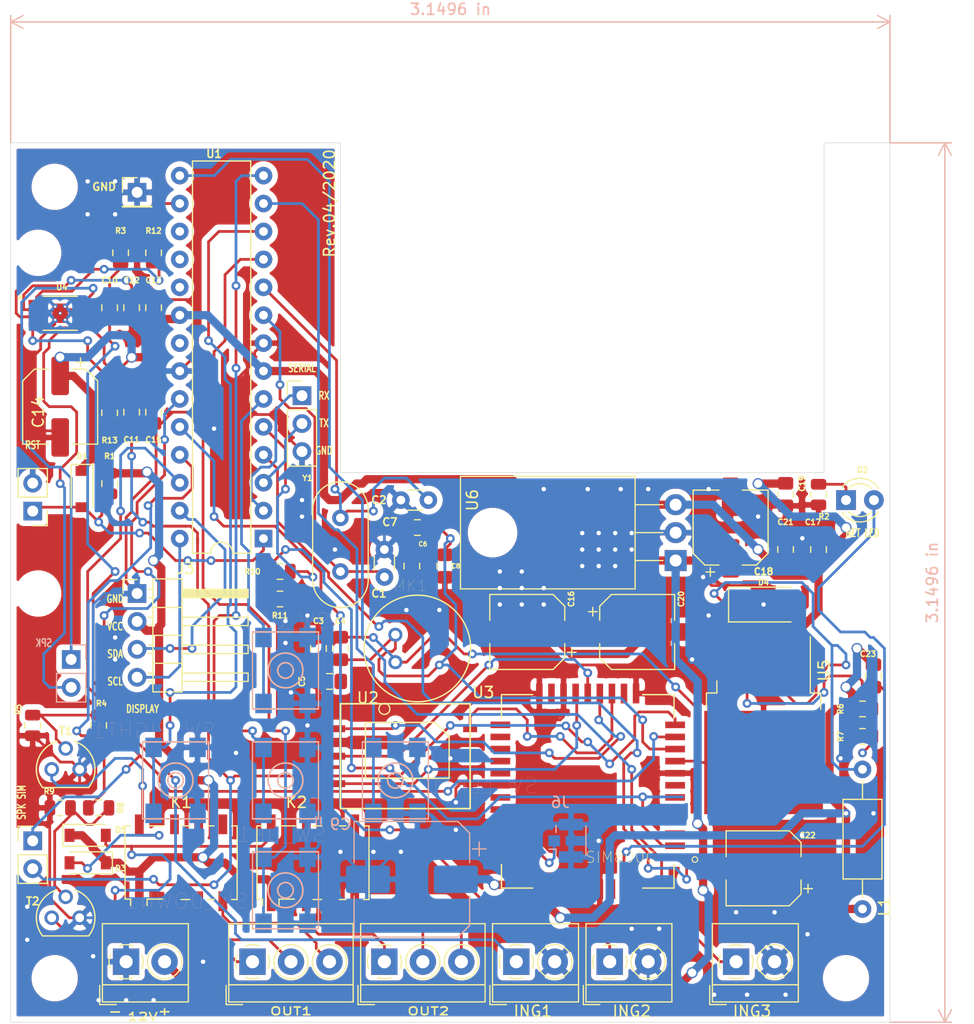
<source format=kicad_pcb>
(kicad_pcb (version 20171130) (host pcbnew "(5.1.5)-3")
  (layers (0 F.Cu signal) (31 B.Cu signal) (34 B.Paste user) (35 F.Paste user) (36 B.SilkS user) (37 F.SilkS user) (38 B.Mask user) (39 F.Mask user) (44 Edge.Cuts user))
  (net 0 "")
  (net 1 "Net-(C1-Pad2)")
  (net 2 GND)
  (net 3 "Net-(C2-Pad1)")
  (net 4 /MICP)
  (net 5 /MICN)
  (net 6 +4V)
  (net 7 /SPKP)
  (net 8 "Net-(C10-Pad2)")
  (net 9 +5V)
  (net 10 +12V)
  (net 11 "Net-(D1-Pad2)")
  (net 12 "Net-(D2-Pad1)")
  (net 13 /LED_RETE)
  (net 14 "Net-(D3-Pad2)")
  (net 15 "Net-(D4-Pad1)")
  (net 16 "Net-(D5-Pad2)")
  (net 17 "Net-(ING1-Pad1)")
  (net 18 "Net-(ING2-Pad1)")
  (net 19 "Net-(ING3-Pad1)")
  (net 20 "Net-(J2-Pad1)")
  (net 21 "Net-(J2-Pad2)")
  (net 22 "Net-(J3-Pad3)")
  (net 23 "Net-(J3-Pad4)")
  (net 24 /SPKN)
  (net 25 "Net-(J6-Pad1)")
  (net 26 "Net-(J9-Pad1)")
  (net 27 "Net-(J9-Pad2)")
  (net 28 "Net-(J9-Pad3)")
  (net 29 "Net-(J11-Pad3)")
  (net 30 "Net-(J11-Pad2)")
  (net 31 "Net-(J11-Pad1)")
  (net 32 "Net-(K1-Pad7)")
  (net 33 "Net-(K1-Pad6)")
  (net 34 "Net-(K1-Pad5)")
  (net 35 "Net-(K2-Pad5)")
  (net 36 "Net-(K2-Pad6)")
  (net 37 "Net-(K2-Pad7)")
  (net 38 /OUT1)
  (net 39 "Net-(R6-Pad1)")
  (net 40 /OUT2)
  (net 41 /DOWN)
  (net 42 /LEFT)
  (net 43 /OK)
  (net 44 /RIGHT)
  (net 45 /UP)
  (net 46 /OFF_AMPLI)
  (net 47 "Net-(U1-Pad17)")
  (net 48 "Net-(U1-Pad18)")
  (net 49 "Net-(U1-Pad19)")
  (net 50 "Net-(U1-Pad21)")
  (net 51 /SIM_CLK)
  (net 52 /SIM_RST)
  (net 53 /SIM_VCC)
  (net 54 /IO_SIM)
  (net 55 "Net-(U2-PadVPP)")
  (net 56 /TXD)
  (net 57 /RXD)
  (net 58 "Net-(U3-Pad3)")
  (net 59 "Net-(U3-Pad4)")
  (net 60 "Net-(U3-Pad5)")
  (net 61 "Net-(U3-Pad6)")
  (net 62 "Net-(U3-Pad7)")
  (net 63 "Net-(U3-Pad14)")
  (net 64 "Net-(U3-Pad20)")
  (net 65 "Net-(U3-Pad22)")
  (net 66 "Net-(U3-Pad23)")
  (net 67 "Net-(U3-Pad24)")
  (net 68 "Net-(U3-Pad25)")
  (net 69 "Net-(U3-Pad26)")
  (net 70 "Net-(U3-Pad28)")
  (net 71 "Net-(U3-Pad29)")
  (net 72 "Net-(U3-Pad38)")
  (net 73 "Net-(U3-Pad40)")
  (net 74 "Net-(U3-Pad42)")
  (net 75 "Net-(R4-Pad1)")
  (net 76 "Net-(R8-Pad1)")
  (net 77 "Net-(R10-Pad2)")
  (net 78 "Net-(C11-Pad2)")
  (net 79 "Net-(C12-Pad2)")
  (net 80 "Net-(J5-Pad1)")
  (net 81 "Net-(J5-Pad2)")
  (net 82 "Net-(R3-Pad2)")
  (net 83 "Net-(R12-Pad1)")
  (net 84 "Net-(R13-Pad2)")
  (module Diode_SMD:D_SOD-123 (layer F.Cu) (at 138.5 77.5 270)
    (fp_text reference D1 (at -3 0 180) (layer F.SilkS) (effects (font (size 0.5 0.5) (thickness 0.125))))
    (fp_text value 1X8055)
    (pad 2 smd rect (at 1.65 0 270) (size 0.9 1.2) (layers F.Cu F.Paste F.Mask) (net 11 "Net-(D1-Pad2)"))
    (pad 1 smd rect (at -1.65 0 270) (size 0.9 1.2) (layers F.Cu F.Paste F.Mask) (net 9 +5V))
  )
  (module Microfono:CUI_CMA-6542PF (layer F.Cu) (at 169 92)
    (fp_text reference MK1 (at -0.63521 -5.71696) (layer F.SilkS) (effects (font (size 1.000346 1.000346) (thickness 0.015))))
    (fp_text value MIK)
    (pad OUT thru_hole circle (at -2 -1.25) (size 1.278 1.278) (drill 0.77) (layers *.Cu *.Mask) (net 5 /MICN))
    (pad GND thru_hole circle (at -2 1.25) (size 1.278 1.278) (drill 0.77) (layers *.Cu *.Mask) (net 4 /MICP))
  )
  (module Capacitor_SMD:CP_Elec_6.3x5.9 (layer F.Cu) (at 197.5 81 90)
    (fp_text reference C18 (at -4 3) (layer F.SilkS) (effects (font (size 0.6 0.6))))
    (fp_text value 100uf hide)
    (pad 1 smd roundrect (at -2.8 0 90) (size 3.5 1.6) (layers F.Cu F.Paste F.Mask) (roundrect_rratio 0.15625) (net 10 +12V))
    (pad 2 smd roundrect (at 2.8 0 90) (size 3.5 1.6) (layers F.Cu F.Paste F.Mask) (roundrect_rratio 0.15625) (net 2 GND))
  )
  (module TerminalBlock_4Ucon:TerminalBlock_4Ucon_1x02_P3.50mm_Horizontal (layer F.Cu) (at 198 120.5)
    (fp_text reference ING3 (at 1.45 4.5) (layer F.SilkS))
    (fp_text value " ")
    (pad 1 thru_hole rect (at 0 0) (size 2.4 2.4) (drill 1.2) (layers *.Cu *.Mask) (net 19 "Net-(ING3-Pad1)"))
    (pad 2 thru_hole circle (at 3.5 0) (size 2.4 2.4) (drill 1.2) (layers *.Cu *.Mask) (net 2 GND))
  )
  (module TerminalBlock_4Ucon:TerminalBlock_4Ucon_1x03_P3.50mm_Horizontal (layer F.Cu) (at 154 120.5)
    (fp_text reference J9 hide)
    (fp_text value " ")
    (pad 1 thru_hole rect (at 0 0) (size 2.4 2.4) (drill 1.2) (layers *.Cu *.Mask) (net 26 "Net-(J9-Pad1)"))
    (pad 2 thru_hole circle (at 3.5 0) (size 2.4 2.4) (drill 1.2) (layers *.Cu *.Mask) (net 27 "Net-(J9-Pad2)"))
    (pad 3 thru_hole circle (at 7 0) (size 2.4 2.4) (drill 1.2) (layers *.Cu *.Mask) (net 28 "Net-(J9-Pad3)"))
  )
  (module TerminalBlock_4Ucon:TerminalBlock_4Ucon_1x03_P3.50mm_Horizontal (layer F.Cu) (at 166 120.5)
    (fp_text reference J11 hide)
    (fp_text value " ")
    (pad 3 thru_hole circle (at 7 0) (size 2.4 2.4) (drill 1.2) (layers *.Cu *.Mask) (net 29 "Net-(J11-Pad3)"))
    (pad 2 thru_hole circle (at 3.5 0) (size 2.4 2.4) (drill 1.2) (layers *.Cu *.Mask) (net 30 "Net-(J11-Pad2)"))
    (pad 1 thru_hole rect (at 0 0) (size 2.4 2.4) (drill 1.2) (layers *.Cu *.Mask) (net 31 "Net-(J11-Pad1)"))
  )
  (module PulsanteDipSwitch:PULSANTE_DIP_SWITCH (layer B.Cu) (at 146 105.5)
    (fp_text reference SW_RIGHT1 (at -1 -6) (layer B.SilkS) (effects (font (size 1.4 1.4) (thickness 0.015)) (justify mirror)))
    (fp_text value " " hide)
    (pad 4 smd rect (at 3 1.5 270) (size 1.778 1.5) (layers B.Cu B.Paste B.Mask) (net 2 GND))
    (pad 3 smd rect (at 3 -4.5 270) (size 1.778 1.5) (layers B.Cu B.Paste B.Mask) (net 2 GND))
    (pad 2 smd rect (at -1 -4.5 270) (size 1.778 1.5) (layers B.Cu B.Paste B.Mask) (net 44 /RIGHT))
    (pad 1 smd rect (at -1 1.5 270) (size 1.778 1.5) (layers B.Cu B.Paste B.Mask) (net 44 /RIGHT))
  )
  (module PulsanteDipSwitch:PULSANTE_DIP_SWITCH (layer B.Cu) (at 156 95.5)
    (fp_text reference SW_UP1 (at 1 -6) (layer B.SilkS) (effects (font (size 1.4 1.4) (thickness 0.015)) (justify mirror)))
    (fp_text value " ")
    (pad 4 smd rect (at 3 1.5 270) (size 1.778 1.5) (layers B.Cu B.Paste B.Mask) (net 2 GND))
    (pad 3 smd rect (at 3 -4.5 270) (size 1.778 1.5) (layers B.Cu B.Paste B.Mask) (net 2 GND))
    (pad 2 smd rect (at -1 -4.5 270) (size 1.778 1.5) (layers B.Cu B.Paste B.Mask) (net 45 /UP))
    (pad 1 smd rect (at -1 1.5 270) (size 1.778 1.5) (layers B.Cu B.Paste B.Mask) (net 45 /UP))
  )
  (module PulsanteDipSwitch:PULSANTE_DIP_SWITCH (layer B.Cu) (at 166 105.5)
    (fp_text reference SW_LEFT1 (at 9 -1) (layer B.SilkS) (effects (font (size 1.4 1.4) (thickness 0.015)) (justify mirror)))
    (fp_text value " ")
    (pad 4 smd rect (at 3 1.5 270) (size 1.778 1.5) (layers B.Cu B.Paste B.Mask) (net 2 GND))
    (pad 3 smd rect (at 3 -4.5 270) (size 1.778 1.5) (layers B.Cu B.Paste B.Mask) (net 2 GND))
    (pad 2 smd rect (at -1 -4.5 270) (size 1.778 1.5) (layers B.Cu B.Paste B.Mask) (net 42 /LEFT))
    (pad 1 smd rect (at -1 1.5 270) (size 1.778 1.5) (layers B.Cu B.Paste B.Mask) (net 42 /LEFT))
  )
  (module PulsanteDipSwitch:PULSANTE_DIP_SWITCH (layer B.Cu) (at 156 115.5)
    (fp_text reference SW_DOWN1 (at -8 -0.5) (layer B.SilkS) (effects (font (size 1.4 1.4) (thickness 0.015)) (justify mirror)))
    (fp_text value " ")
    (pad 4 smd rect (at 3 1.5 270) (size 1.778 1.5) (layers B.Cu B.Paste B.Mask) (net 2 GND))
    (pad 3 smd rect (at 3 -4.5 270) (size 1.778 1.5) (layers B.Cu B.Paste B.Mask) (net 2 GND))
    (pad 2 smd rect (at -1 -4.5 270) (size 1.778 1.5) (layers B.Cu B.Paste B.Mask) (net 41 /DOWN))
    (pad 1 smd rect (at -1 1.5 270) (size 1.778 1.5) (layers B.Cu B.Paste B.Mask) (net 41 /DOWN))
  )
  (module PulsanteDipSwitch:PULSANTE_DIP_SWITCH (layer B.Cu) (at 156 105.5)
    (fp_text reference SW_OK1 (at 0.635 3.429) (layer B.SilkS) (effects (font (size 1.4 1.4) (thickness 0.015)) (justify mirror)))
    (fp_text value " ")
    (pad 4 smd rect (at 3 1.5 270) (size 1.778 1.5) (layers B.Cu B.Paste B.Mask) (net 2 GND))
    (pad 3 smd rect (at 3 -4.5 270) (size 1.778 1.5) (layers B.Cu B.Paste B.Mask) (net 2 GND))
    (pad 2 smd rect (at -1 -4.5 270) (size 1.778 1.5) (layers B.Cu B.Paste B.Mask) (net 43 /OK))
    (pad 1 smd rect (at -1 1.5 270) (size 1.778 1.5) (layers B.Cu B.Paste B.Mask) (net 43 /OK))
  )
  (module TerminalBlock_4Ucon:TerminalBlock_4Ucon_1x02_P3.50mm_Horizontal (layer F.Cu) (at 186.5 120.5)
    (fp_text reference ING2 (at 2 4.5) (layer F.SilkS))
    (fp_text value " ")
    (pad 2 thru_hole circle (at 3.5 0) (size 2.4 2.4) (drill 1.2) (layers *.Cu *.Mask) (net 2 GND))
    (pad 1 thru_hole rect (at 0 0) (size 2.4 2.4) (drill 1.2) (layers *.Cu *.Mask) (net 18 "Net-(ING2-Pad1)"))
  )
  (module TerminalBlock_4Ucon:TerminalBlock_4Ucon_1x02_P3.50mm_Horizontal (layer F.Cu) (at 178 120.5)
    (fp_text reference ING1 (at 1.5 4.5) (layer F.SilkS))
    (fp_text value " ")
    (pad 1 thru_hole rect (at 0 0) (size 2.4 2.4) (drill 1.2) (layers *.Cu *.Mask) (net 17 "Net-(ING1-Pad1)"))
    (pad 2 thru_hole circle (at 3.5 0) (size 2.4 2.4) (drill 1.2) (layers *.Cu *.Mask) (net 2 GND))
  )
  (module TerminalBlock_4Ucon:TerminalBlock_4Ucon_1x02_P3.50mm_Horizontal (layer F.Cu) (at 142.5 120.5)
    (fp_text reference J10 hide)
    (fp_text value 12V (at 1.5 5) (layer F.SilkS) (effects (font (size 0.7 1))))
    (pad 2 thru_hole circle (at 3.5 0) (size 2.4 2.4) (drill 1.2) (layers *.Cu *.Mask) (net 10 +12V))
    (pad 1 thru_hole rect (at 0 0) (size 2.4 2.4) (drill 1.2) (layers *.Cu *.Mask) (net 2 GND))
  )
  (module ModelloTPA6211A1:SOP65P490X110-9N (layer F.Cu) (at 136.5 61.5)
    (fp_text reference U4 (at 0.155 -2.362) (layer F.SilkS) (effects (font (size 0.5 0.5) (thickness 0.125))))
    (fp_text value TPA6211A1DGN)
    (pad 1 smd rect (at -2.15 -0.975) (size 1.47 0.48) (layers F.Cu F.Paste F.Mask) (net 83 "Net-(R12-Pad1)") (clearance 0.07))
    (pad 2 smd rect (at -2.15 -0.325) (size 1.47 0.48) (layers F.Cu F.Paste F.Mask) (net 79 "Net-(C12-Pad2)") (clearance 0.07))
    (pad 3 smd rect (at -2.15 0.325) (size 1.47 0.48) (layers F.Cu F.Paste F.Mask) (net 82 "Net-(R3-Pad2)") (clearance 0.07))
    (pad 4 smd rect (at -2.15 0.975) (size 1.47 0.48) (layers F.Cu F.Paste F.Mask) (net 84 "Net-(R13-Pad2)") (clearance 0.07))
    (pad 5 smd rect (at 2.15 0.975) (size 1.47 0.48) (layers F.Cu F.Paste F.Mask) (net 81 "Net-(J5-Pad2)") (clearance 0.07))
    (pad 6 smd rect (at 2.15 0.325) (size 1.47 0.48) (layers F.Cu F.Paste F.Mask) (net 9 +5V) (clearance 0.07))
    (pad 7 smd rect (at 2.15 -0.325) (size 1.47 0.48) (layers F.Cu F.Paste F.Mask) (net 2 GND) (clearance 0.07))
    (pad 8 smd rect (at 2.15 -0.975) (size 1.47 0.48) (layers F.Cu F.Paste F.Mask) (net 80 "Net-(J5-Pad1)") (clearance 0.07))
    (pad 9 smd rect (at 0 0) (size 1.43 1.76) (layers F.Cu F.Mask) (net 2 GND))
    (pad 9_5 thru_hole circle (at 0 0) (size 0.3 0.3) (drill 0.2) (layers *.Cu *.Mask) (net 2 GND))
    (pad 9_1 thru_hole circle (at -0.45 -0.6) (size 0.3 0.3) (drill 0.2) (layers *.Cu *.Mask) (net 2 GND))
    (pad 9_4 thru_hole circle (at -0.45 0.6) (size 0.3 0.3) (drill 0.2) (layers *.Cu *.Mask) (net 2 GND))
    (pad 9_2 thru_hole circle (at 0.45 -0.6) (size 0.3 0.3) (drill 0.2) (layers *.Cu *.Mask) (net 2 GND))
    (pad 9_3 thru_hole circle (at 0.45 0.6) (size 0.3 0.3) (drill 0.2) (layers *.Cu *.Mask) (net 2 GND))
  )
  (module SIM800C:LCC110P1570X1760X250-42N (layer F.Cu) (at 184.5 105 180)
    (fp_text reference U3 (at 9.5 9) (layer F.SilkS))
    (fp_text value SIM800C (at -3 -6) (layer F.SilkS) (effects (font (size 1.00304 1.00304) (thickness 0.05))))
    (pad 1 smd rect (at -7.95 -6.05 180) (size 1.8 0.6) (layers F.Cu F.Paste F.Mask) (net 56 /TXD))
    (pad 2 smd rect (at -7.95 -4.95 180) (size 1.8 0.6) (layers F.Cu F.Paste F.Mask) (net 57 /RXD))
    (pad 3 smd rect (at -7.95 -3.85 180) (size 1.8 0.6) (layers F.Cu F.Paste F.Mask) (net 58 "Net-(U3-Pad3)"))
    (pad 4 smd rect (at -7.95 -2.75 180) (size 1.8 0.6) (layers F.Cu F.Paste F.Mask) (net 59 "Net-(U3-Pad4)"))
    (pad 5 smd rect (at -7.95 -1.65 180) (size 1.8 0.6) (layers F.Cu F.Paste F.Mask) (net 60 "Net-(U3-Pad5)"))
    (pad 6 smd rect (at -7.95 -0.55 180) (size 1.8 0.6) (layers F.Cu F.Paste F.Mask) (net 61 "Net-(U3-Pad6)"))
    (pad 7 smd rect (at -7.95 0.55 180) (size 1.8 0.6) (layers F.Cu F.Paste F.Mask) (net 62 "Net-(U3-Pad7)"))
    (pad 8 smd rect (at -7.95 1.65 180) (size 1.8 0.6) (layers F.Cu F.Paste F.Mask) (net 2 GND))
    (pad 9 smd rect (at -7.95 2.75 180) (size 1.8 0.6) (layers F.Cu F.Paste F.Mask) (net 4 /MICP))
    (pad 10 smd rect (at -7.95 3.85 180) (size 1.8 0.6) (layers F.Cu F.Paste F.Mask) (net 5 /MICN))
    (pad 11 smd rect (at -7.95 4.95 180) (size 1.8 0.6) (layers F.Cu F.Paste F.Mask) (net 7 /SPKP))
    (pad 12 smd rect (at -7.95 6.05 180) (size 1.8 0.6) (layers F.Cu F.Paste F.Mask) (net 24 /SPKN))
    (pad 13 smd rect (at -4.4 8.9 270) (size 1.8 0.6) (layers F.Cu F.Paste F.Mask) (net 2 GND))
    (pad 14 smd rect (at -3.3 8.9 270) (size 1.8 0.6) (layers F.Cu F.Paste F.Mask) (net 63 "Net-(U3-Pad14)"))
    (pad 15 smd rect (at -2.2 8.9 270) (size 1.8 0.6) (layers F.Cu F.Paste F.Mask) (net 54 /IO_SIM))
    (pad 16 smd rect (at -1.1 8.9 270) (size 1.8 0.6) (layers F.Cu F.Paste F.Mask) (net 51 /SIM_CLK))
    (pad 17 smd rect (at 0 8.9 270) (size 1.8 0.6) (layers F.Cu F.Paste F.Mask) (net 52 /SIM_RST))
    (pad 18 smd rect (at 1.1 8.9 270) (size 1.8 0.6) (layers F.Cu F.Paste F.Mask) (net 53 /SIM_VCC))
    (pad 19 smd rect (at 2.2 8.9 270) (size 1.8 0.6) (layers F.Cu F.Paste F.Mask) (net 2 GND))
    (pad 20 smd rect (at 3.3 8.9 270) (size 1.8 0.6) (layers F.Cu F.Paste F.Mask) (net 64 "Net-(U3-Pad20)"))
    (pad 21 smd rect (at 4.4 8.9 270) (size 1.8 0.6) (layers F.Cu F.Paste F.Mask) (net 2 GND))
    (pad 22 smd rect (at 7.95 6.05) (size 1.8 0.6) (layers F.Cu F.Paste F.Mask) (net 65 "Net-(U3-Pad22)"))
    (pad 23 smd rect (at 7.95 4.95) (size 1.8 0.6) (layers F.Cu F.Paste F.Mask) (net 66 "Net-(U3-Pad23)"))
    (pad 24 smd rect (at 7.95 3.85) (size 1.8 0.6) (layers F.Cu F.Paste F.Mask) (net 67 "Net-(U3-Pad24)"))
    (pad 25 smd rect (at 7.95 2.75) (size 1.8 0.6) (layers F.Cu F.Paste F.Mask) (net 68 "Net-(U3-Pad25)"))
    (pad 26 smd rect (at 7.95 1.65) (size 1.8 0.6) (layers F.Cu F.Paste F.Mask) (net 69 "Net-(U3-Pad26)"))
    (pad 27 smd rect (at 7.95 0.55) (size 1.8 0.6) (layers F.Cu F.Paste F.Mask) (net 2 GND))
    (pad 28 smd rect (at 7.95 -0.55) (size 1.8 0.6) (layers F.Cu F.Paste F.Mask) (net 70 "Net-(U3-Pad28)"))
    (pad 29 smd rect (at 7.95 -1.65) (size 1.8 0.6) (layers F.Cu F.Paste F.Mask) (net 71 "Net-(U3-Pad29)"))
    (pad 30 smd rect (at 7.95 -2.75) (size 1.8 0.6) (layers F.Cu F.Paste F.Mask) (net 2 GND))
    (pad 31 smd rect (at 7.95 -3.85) (size 1.8 0.6) (layers F.Cu F.Paste F.Mask) (net 2 GND))
    (pad 32 smd rect (at 7.95 -4.95) (size 1.8 0.6) (layers F.Cu F.Paste F.Mask) (net 25 "Net-(J6-Pad1)"))
    (pad 33 smd rect (at 7.95 -6.05) (size 1.8 0.6) (layers F.Cu F.Paste F.Mask) (net 2 GND))
    (pad 34 smd rect (at 4.4 -8.9 90) (size 1.8 0.6) (layers F.Cu F.Paste F.Mask) (net 6 +4V))
    (pad 35 smd rect (at 3.3 -8.9 90) (size 1.8 0.6) (layers F.Cu F.Paste F.Mask) (net 6 +4V))
    (pad 36 smd rect (at 2.2 -8.9 90) (size 1.8 0.6) (layers F.Cu F.Paste F.Mask) (net 2 GND))
    (pad 37 smd rect (at 1.1 -8.9 90) (size 1.8 0.6) (layers F.Cu F.Paste F.Mask) (net 2 GND))
    (pad 38 smd rect (at 0 -8.9 90) (size 1.8 0.6) (layers F.Cu F.Paste F.Mask) (net 72 "Net-(U3-Pad38)"))
    (pad 39 smd rect (at -1.1 -8.9 90) (size 1.8 0.6) (layers F.Cu F.Paste F.Mask) (net 2 GND))
    (pad 40 smd rect (at -2.2 -8.9 90) (size 1.8 0.6) (layers F.Cu F.Paste F.Mask) (net 73 "Net-(U3-Pad40)"))
    (pad 41 smd rect (at -3.3 -8.9 90) (size 1.8 0.6) (layers F.Cu F.Paste F.Mask) (net 13 /LED_RETE))
    (pad 42 smd rect (at -4.4 -8.9 90) (size 1.8 0.6) (layers F.Cu F.Paste F.Mask) (net 74 "Net-(U3-Pad42)"))
  )
  (module MountingHole:MountingHole_3.2mm_M3 (layer F.Cu) (at 209.5 56)
    (fp_text reference . hide)
    (fp_text value MountingHole_3.2mm_M3 hide)
    (pad "" np_thru_hole circle (at 0 0) (size 3.2 3.2) (drill 3.2) (layers *.Cu *.Mask))
  )
  (module MountingHole:MountingHole_3.2mm_M3 (layer F.Cu) (at 208 50)
    (fp_text reference . hide)
    (fp_text value MountingHole_3.2mm_M3 hide)
    (pad "" np_thru_hole circle (at 0 0) (size 3.2 3.2) (drill 3.2) (layers *.Cu *.Mask))
  )
  (module MountingHole:MountingHole_3.2mm_M3 (layer F.Cu) (at 136 50)
    (fp_text reference _ hide)
    (fp_text value MountingHole_3.2mm_M3 hide)
    (pad "" np_thru_hole circle (at 0 0) (size 3.2 3.2) (drill 3.2) (layers *.Cu *.Mask))
  )
  (module MountingHole:MountingHole_3.2mm_M3 (layer F.Cu) (at 134.5 56)
    (fp_text reference _ hide)
    (fp_text value MountingHole_3.2mm_M3 hide)
    (pad "" np_thru_hole circle (at 0 0) (size 3.2 3.2) (drill 3.2) (layers *.Cu *.Mask))
  )
  (module Capacitor_SMD:C_0805_2012Metric_Pad1.15x1.40mm_HandSolder (layer F.Cu) (at 145 70.5 270)
    (fp_text reference C15 (at 2.5 0 180) (layer F.SilkS) (effects (font (size 0.5 0.5) (thickness 0.125))))
    (fp_text value 1uf hide)
    (pad 1 smd roundrect (at -1.025 0 270) (size 1.15 1.4) (layers F.Cu F.Paste F.Mask) (roundrect_rratio 0.217391) (net 9 +5V))
    (pad 2 smd roundrect (at 1.025 0 270) (size 1.15 1.4) (layers F.Cu F.Paste F.Mask) (roundrect_rratio 0.217391) (net 2 GND))
  )
  (module MountingHole:MountingHole_3.2mm_M3 (layer F.Cu) (at 134.5 87)
    (fp_text reference . hide)
    (fp_text value MountingHole_3.2mm_M3 hide)
    (pad "" np_thru_hole circle (at 0 0) (size 3.2 3.2) (drill 3.2) (layers *.Cu *.Mask))
  )
  (module MountingHole:MountingHole_3.2mm_M3 (layer F.Cu) (at 208 122)
    (fp_text reference REF** hide)
    (fp_text value MountingHole_3.2mm_M3 hide)
    (pad "" np_thru_hole circle (at 0 0) (size 3.2 3.2) (drill 3.2) (layers *.Cu *.Mask))
  )
  (module MountingHole:MountingHole_3.2mm_M3 (layer F.Cu) (at 136 122)
    (fp_text reference _ hide)
    (fp_text value MountingHole_3.2mm_M3 hide)
    (pad "" np_thru_hole circle (at 0 0) (size 3.2 3.2) (drill 3.2) (layers *.Cu *.Mask))
  )
  (module MountingHole:MountingHole_3.2mm_M3 (layer F.Cu) (at 209.5 87)
    (fp_text reference _ hide)
    (fp_text value MountingHole_3.2mm_M3 hide)
    (pad "" np_thru_hole circle (at 0 0) (size 3.2 3.2) (drill 3.2) (layers *.Cu *.Mask))
  )
  (module Capacitor_THT:C_Disc_D3.0mm_W1.6mm_P2.50mm (layer F.Cu) (at 166 83 270)
    (fp_text reference C1 (at 4 0.5 180) (layer F.SilkS) (effects (font (size 0.7 0.7))))
    (fp_text value 22pf hide)
    (pad 2 thru_hole circle (at 2.5 0 270) (size 1.6 1.6) (drill 0.8) (layers *.Cu *.Mask) (net 1 "Net-(C1-Pad2)"))
    (pad 1 thru_hole circle (at 0 0 270) (size 1.6 1.6) (drill 0.8) (layers *.Cu *.Mask) (net 2 GND))
  )
  (module Capacitor_THT:C_Disc_D3.0mm_W1.6mm_P2.50mm (layer F.Cu) (at 170 78.5 180)
    (fp_text reference C2 (at 4.5 0) (layer F.SilkS) (effects (font (size 0.7 0.7))))
    (fp_text value 22pf hide)
    (pad 1 thru_hole circle (at 0 0 180) (size 1.6 1.6) (drill 0.8) (layers *.Cu *.Mask) (net 3 "Net-(C2-Pad1)"))
    (pad 2 thru_hole circle (at 2.5 0 180) (size 1.6 1.6) (drill 0.8) (layers *.Cu *.Mask) (net 2 GND))
  )
  (module Capacitor_SMD:C_0805_2012Metric_Pad1.15x1.40mm_HandSolder (layer F.Cu) (at 160 92 270)
    (fp_text reference C3 (at -2.5 0 180) (layer F.SilkS) (effects (font (size 0.5 0.5) (thickness 0.125))))
    (fp_text value 33pf hide)
    (pad 1 smd roundrect (at -1.025 0 270) (size 1.15 1.4) (layers F.Cu F.Paste F.Mask) (roundrect_rratio 0.217391) (net 2 GND))
    (pad 2 smd roundrect (at 1.025 0 270) (size 1.15 1.4) (layers F.Cu F.Paste F.Mask) (roundrect_rratio 0.217391) (net 4 /MICP))
  )
  (module Capacitor_SMD:C_0805_2012Metric_Pad1.15x1.40mm_HandSolder (layer F.Cu) (at 162 92 270)
    (fp_text reference C4 (at -2.5 0 180) (layer F.SilkS) (effects (font (size 0.5 0.5) (thickness 0.125))))
    (fp_text value 10pf hide)
    (pad 2 smd roundrect (at 1.025 0 270) (size 1.15 1.4) (layers F.Cu F.Paste F.Mask) (roundrect_rratio 0.217391) (net 5 /MICN))
    (pad 1 smd roundrect (at -1.025 0 270) (size 1.15 1.4) (layers F.Cu F.Paste F.Mask) (roundrect_rratio 0.217391) (net 4 /MICP))
  )
  (module Capacitor_SMD:C_0805_2012Metric_Pad1.15x1.40mm_HandSolder (layer F.Cu) (at 161 95 180)
    (fp_text reference C5 (at 2.5 0 90) (layer F.SilkS) (effects (font (size 0.5 0.5) (thickness 0.125))))
    (fp_text value 10pf hide)
    (pad 2 smd roundrect (at 1.025 0 180) (size 1.15 1.4) (layers F.Cu F.Paste F.Mask) (roundrect_rratio 0.217391) (net 2 GND))
    (pad 1 smd roundrect (at -1.025 0 180) (size 1.15 1.4) (layers F.Cu F.Paste F.Mask) (roundrect_rratio 0.217391) (net 5 /MICN))
  )
  (module Capacitor_SMD:C_0805_2012Metric_Pad1.15x1.40mm_HandSolder (layer F.Cu) (at 168.5 84.5 90)
    (fp_text reference C6 (at 2 1 180) (layer F.SilkS) (effects (font (size 0.4 0.4) (thickness 0.1))))
    (fp_text value 33pf hide)
    (pad 2 smd roundrect (at 1.025 0 90) (size 1.15 1.4) (layers F.Cu F.Paste F.Mask) (roundrect_rratio 0.217391) (net 4 /MICP))
    (pad 1 smd roundrect (at -1.025 0 90) (size 1.15 1.4) (layers F.Cu F.Paste F.Mask) (roundrect_rratio 0.217391) (net 2 GND))
  )
  (module Capacitor_SMD:C_0805_2012Metric_Pad1.15x1.40mm_HandSolder (layer F.Cu) (at 169 81)
    (fp_text reference C7 (at -2.5 -0.5) (layer F.SilkS) (effects (font (size 0.7 0.7))))
    (fp_text value 33pf hide)
    (pad 1 smd roundrect (at -1.025 0) (size 1.15 1.4) (layers F.Cu F.Paste F.Mask) (roundrect_rratio 0.217391) (net 4 /MICP))
    (pad 2 smd roundrect (at 1.025 0) (size 1.15 1.4) (layers F.Cu F.Paste F.Mask) (roundrect_rratio 0.217391) (net 5 /MICN))
  )
  (module Capacitor_SMD:C_0805_2012Metric_Pad1.15x1.40mm_HandSolder (layer F.Cu) (at 171.5 84.5 270)
    (fp_text reference C8 (at 0 -1) (layer F.SilkS) (effects (font (size 0.4 0.4) (thickness 0.1))))
    (fp_text value 10pf hide)
    (pad 1 smd roundrect (at -1.025 0 270) (size 1.15 1.4) (layers F.Cu F.Paste F.Mask) (roundrect_rratio 0.217391) (net 5 /MICN))
    (pad 2 smd roundrect (at 1.025 0 270) (size 1.15 1.4) (layers F.Cu F.Paste F.Mask) (roundrect_rratio 0.217391) (net 2 GND))
  )
  (module Capacitor_SMD:CP_Elec_10x10 (layer B.Cu) (at 168.5 113 180)
    (fp_text reference C9 (at 6.5 5) (layer B.SilkS) (effects (justify mirror)))
    (fp_text value 1000uf hide)
    (pad 1 smd roundrect (at -4 0 180) (size 4 2.5) (layers B.Cu B.Paste B.Mask) (roundrect_rratio 0.1) (net 6 +4V))
    (pad 2 smd roundrect (at 4 0 180) (size 4 2.5) (layers B.Cu B.Paste B.Mask) (roundrect_rratio 0.1) (net 2 GND))
  )
  (module Capacitor_SMD:C_0805_2012Metric_Pad1.15x1.40mm_HandSolder (layer F.Cu) (at 141 61 90)
    (fp_text reference C10 (at 2.5 0 180) (layer F.SilkS) (effects (font (size 0.5 0.5) (thickness 0.125))))
    (fp_text value 0.1uf hide)
    (pad 1 smd roundrect (at -1.025 0 90) (size 1.15 1.4) (layers F.Cu F.Paste F.Mask) (roundrect_rratio 0.217391) (net 7 /SPKP))
    (pad 2 smd roundrect (at 1.025 0 90) (size 1.15 1.4) (layers F.Cu F.Paste F.Mask) (roundrect_rratio 0.217391) (net 8 "Net-(C10-Pad2)"))
  )
  (module Capacitor_SMD:C_0805_2012Metric_Pad1.15x1.40mm_HandSolder (layer F.Cu) (at 143 70.5 90)
    (fp_text reference C11 (at -2.5 0 180) (layer F.SilkS) (effects (font (size 0.5 0.5) (thickness 0.125))))
    (fp_text value 0.1uf hide)
    (pad 2 smd roundrect (at 1.025 0 90) (size 1.15 1.4) (layers F.Cu F.Paste F.Mask) (roundrect_rratio 0.217391) (net 78 "Net-(C11-Pad2)"))
    (pad 1 smd roundrect (at -1.025 0 90) (size 1.15 1.4) (layers F.Cu F.Paste F.Mask) (roundrect_rratio 0.217391) (net 24 /SPKN))
  )
  (module Capacitor_SMD:C_0805_2012Metric_Pad1.15x1.40mm_HandSolder (layer F.Cu) (at 143 61 90)
    (fp_text reference C12 (at 2.5 0 180) (layer F.SilkS) (effects (font (size 0.5 0.5) (thickness 0.125))))
    (fp_text value 0.1uf hide)
    (pad 1 smd roundrect (at -1.025 0 90) (size 1.15 1.4) (layers F.Cu F.Paste F.Mask) (roundrect_rratio 0.217391) (net 2 GND))
    (pad 2 smd roundrect (at 1.025 0 90) (size 1.15 1.4) (layers F.Cu F.Paste F.Mask) (roundrect_rratio 0.217391) (net 79 "Net-(C12-Pad2)"))
  )
  (module Capacitor_SMD:CP_Elec_6.3x5.9 (layer F.Cu) (at 179 90.5 180)
    (fp_text reference C16 (at -4 3 90) (layer F.SilkS) (effects (font (size 0.5 0.5) (thickness 0.125))))
    (fp_text value 100uf hide)
    (pad 1 smd roundrect (at -2.8 0 180) (size 3.5 1.6) (layers F.Cu F.Paste F.Mask) (roundrect_rratio 0.15625) (net 10 +12V))
    (pad 2 smd roundrect (at 2.8 0 180) (size 3.5 1.6) (layers F.Cu F.Paste F.Mask) (roundrect_rratio 0.15625) (net 2 GND))
  )
  (module Capacitor_SMD:C_0805_2012Metric_Pad1.15x1.40mm_HandSolder (layer F.Cu) (at 205.5 83 270)
    (fp_text reference C17 (at -2.5 0.5 180) (layer F.SilkS) (effects (font (size 0.5 0.5) (thickness 0.125))))
    (fp_text value 100nf hide)
    (pad 1 smd roundrect (at -1.025 0 270) (size 1.15 1.4) (layers F.Cu F.Paste F.Mask) (roundrect_rratio 0.217391) (net 2 GND))
    (pad 2 smd roundrect (at 1.025 0 270) (size 1.15 1.4) (layers F.Cu F.Paste F.Mask) (roundrect_rratio 0.217391) (net 10 +12V))
  )
  (module Capacitor_SMD:C_0805_2012Metric_Pad1.15x1.40mm_HandSolder (layer F.Cu) (at 202.5 78 270)
    (fp_text reference C19 (at -1 -1.5 90) (layer F.SilkS) (effects (font (size 0.5 0.5) (thickness 0.125))))
    (fp_text value 1uf hide)
    (pad 1 smd roundrect (at -1.025 0 270) (size 1.15 1.4) (layers F.Cu F.Paste F.Mask) (roundrect_rratio 0.217391) (net 10 +12V))
    (pad 2 smd roundrect (at 1.025 0 270) (size 1.15 1.4) (layers F.Cu F.Paste F.Mask) (roundrect_rratio 0.217391) (net 2 GND))
  )
  (module Capacitor_SMD:CP_Elec_6.3x5.9 (layer F.Cu) (at 189 90.5)
    (fp_text reference C20 (at 4 -3 90) (layer F.SilkS) (effects (font (size 0.5 0.5) (thickness 0.125))))
    (fp_text value 100uf hide)
    (pad 2 smd roundrect (at 2.8 0) (size 3.5 1.6) (layers F.Cu F.Paste F.Mask) (roundrect_rratio 0.15625) (net 2 GND))
    (pad 1 smd roundrect (at -2.8 0) (size 3.5 1.6) (layers F.Cu F.Paste F.Mask) (roundrect_rratio 0.15625) (net 9 +5V))
  )
  (module Capacitor_SMD:C_0805_2012Metric_Pad1.15x1.40mm_HandSolder (layer F.Cu) (at 202.5 83 270)
    (fp_text reference C21 (at -2.5 0) (layer F.SilkS) (effects (font (size 0.5 0.5) (thickness 0.125))))
    (fp_text value 100nf hide)
    (pad 2 smd roundrect (at 1.025 0 270) (size 1.15 1.4) (layers F.Cu F.Paste F.Mask) (roundrect_rratio 0.217391) (net 9 +5V))
    (pad 1 smd roundrect (at -1.025 0 270) (size 1.15 1.4) (layers F.Cu F.Paste F.Mask) (roundrect_rratio 0.217391) (net 2 GND))
  )
  (module Capacitor_SMD:CP_Elec_6.3x5.9 (layer F.Cu) (at 200.5 112 180)
    (fp_text reference C22 (at -4 3) (layer F.SilkS) (effects (font (size 0.5 0.5) (thickness 0.125))))
    (fp_text value 330uf hide)
    (pad 2 smd roundrect (at 2.8 0 180) (size 3.5 1.6) (layers F.Cu F.Paste F.Mask) (roundrect_rratio 0.15625) (net 2 GND))
    (pad 1 smd roundrect (at -2.8 0 180) (size 3.5 1.6) (layers F.Cu F.Paste F.Mask) (roundrect_rratio 0.15625) (net 6 +4V))
  )
  (module Capacitor_SMD:C_0805_2012Metric_Pad1.15x1.40mm_HandSolder (layer F.Cu) (at 210.5 94.5 270)
    (fp_text reference C23 (at -2 0.5) (layer F.SilkS) (effects (font (size 0.5 0.5) (thickness 0.125))))
    (fp_text value 100nf hide)
    (pad 2 smd roundrect (at 1.025 0 270) (size 1.15 1.4) (layers F.Cu F.Paste F.Mask) (roundrect_rratio 0.217391) (net 2 GND))
    (pad 1 smd roundrect (at -1.025 0 270) (size 1.15 1.4) (layers F.Cu F.Paste F.Mask) (roundrect_rratio 0.217391) (net 6 +4V))
  )
  (module Connector_Coaxial:U.FL_Hirose_U.FL-R-SMT-1_Vertical (layer B.Cu) (at 182.5 109.5)
    (fp_text reference J6 (at -0.5 -3.5) (layer B.SilkS) (effects (justify mirror)))
    (fp_text value " " hide)
    (pad 2 smd rect (at 0.475 -1.475) (size 2.2 1.05) (layers B.Cu B.Paste B.Mask) (net 2 GND))
    (pad 1 smd rect (at -1.05 0) (size 1.05 1) (layers B.Cu B.Paste B.Mask) (net 25 "Net-(J6-Pad1)"))
    (pad 2 smd rect (at 0.475 1.475) (size 2.2 1.05) (layers B.Cu B.Paste B.Mask) (net 2 GND))
  )
  (module Relay_SMD:Relay_DPDT_Omron_G6K-2F-Y (layer F.Cu) (at 147.5 111.5 90)
    (fp_text reference K1 (at 5.5 0 180) (layer F.SilkS))
    (fp_text value " G6K-2F-Y")
    (pad 8 smd rect (at 3.5 -3.8 90) (size 1.8 0.8) (layers F.Cu F.Paste F.Mask) (net 14 "Net-(D3-Pad2)"))
    (pad 7 smd rect (at 3.5 -0.6 90) (size 1.8 0.8) (layers F.Cu F.Paste F.Mask) (net 32 "Net-(K1-Pad7)"))
    (pad 6 smd rect (at 3.5 1.6 90) (size 1.8 0.8) (layers F.Cu F.Paste F.Mask) (net 33 "Net-(K1-Pad6)"))
    (pad 5 smd rect (at 3.5 3.8 90) (size 1.8 0.8) (layers F.Cu F.Paste F.Mask) (net 34 "Net-(K1-Pad5)"))
    (pad 4 smd rect (at -3.5 3.8 90) (size 1.8 0.8) (layers F.Cu F.Paste F.Mask) (net 28 "Net-(J9-Pad3)"))
    (pad 3 smd rect (at -3.5 1.6 90) (size 1.8 0.8) (layers F.Cu F.Paste F.Mask) (net 27 "Net-(J9-Pad2)"))
    (pad 2 smd rect (at -3.5 -0.6 90) (size 1.8 0.8) (layers F.Cu F.Paste F.Mask) (net 26 "Net-(J9-Pad1)"))
    (pad 1 smd rect (at -3.5 -3.8 90) (size 1.8 0.8) (layers F.Cu F.Paste F.Mask) (net 9 +5V))
  )
  (module Relay_SMD:Relay_DPDT_Omron_G6K-2F-Y (layer F.Cu) (at 159.5 111.5 90)
    (fp_text reference K2 (at 5.5 -1.5 180) (layer F.SilkS))
    (fp_text value " G6K-2F-Y")
    (pad 1 smd rect (at -3.5 -3.8 90) (size 1.8 0.8) (layers F.Cu F.Paste F.Mask) (net 9 +5V))
    (pad 2 smd rect (at -3.5 -0.6 90) (size 1.8 0.8) (layers F.Cu F.Paste F.Mask) (net 31 "Net-(J11-Pad1)"))
    (pad 3 smd rect (at -3.5 1.6 90) (size 1.8 0.8) (layers F.Cu F.Paste F.Mask) (net 30 "Net-(J11-Pad2)"))
    (pad 4 smd rect (at -3.5 3.8 90) (size 1.8 0.8) (layers F.Cu F.Paste F.Mask) (net 29 "Net-(J11-Pad3)"))
    (pad 5 smd rect (at 3.5 3.8 90) (size 1.8 0.8) (layers F.Cu F.Paste F.Mask) (net 35 "Net-(K2-Pad5)"))
    (pad 6 smd rect (at 3.5 1.6 90) (size 1.8 0.8) (layers F.Cu F.Paste F.Mask) (net 36 "Net-(K2-Pad6)"))
    (pad 7 smd rect (at 3.5 -0.6 90) (size 1.8 0.8) (layers F.Cu F.Paste F.Mask) (net 37 "Net-(K2-Pad7)"))
    (pad 8 smd rect (at 3.5 -3.8 90) (size 1.8 0.8) (layers F.Cu F.Paste F.Mask) (net 16 "Net-(D5-Pad2)"))
  )
  (module Inductor_THT:L_Axial_L7.0mm_D3.3mm_P12.70mm_Horizontal_Fastron_MICC (layer F.Cu) (at 209.5 103 270)
    (fp_text reference L1 (at 12.5 -2 90) (layer F.SilkS))
    (fp_text value 100uH hide)
    (pad 1 thru_hole circle (at 0 0 270) (size 1.6 1.6) (drill 0.8) (layers *.Cu *.Mask) (net 15 "Net-(D4-Pad1)"))
    (pad 2 thru_hole oval (at 12.7 0 270) (size 1.6 1.6) (drill 0.8) (layers *.Cu *.Mask) (net 6 +4V))
  )
  (module Package_DIP:DIP-28_W7.62mm (layer F.Cu) (at 155 82 180)
    (fp_text reference U1 (at 4.5 35) (layer F.SilkS) (effects (font (size 0.7 0.7))))
    (fp_text value ATmega328P-PU hide)
    (pad 1 thru_hole rect (at 0 0 180) (size 1.6 1.6) (drill 0.8) (layers *.Cu *.Mask) (net 11 "Net-(D1-Pad2)"))
    (pad 15 thru_hole oval (at 7.62 33.02 180) (size 1.6 1.6) (drill 0.8) (layers *.Cu *.Mask) (net 19 "Net-(ING3-Pad1)"))
    (pad 2 thru_hole oval (at 0 2.54 180) (size 1.6 1.6) (drill 0.8) (layers *.Cu *.Mask) (net 20 "Net-(J2-Pad1)"))
    (pad 16 thru_hole oval (at 7.62 30.48 180) (size 1.6 1.6) (drill 0.8) (layers *.Cu *.Mask) (net 46 /OFF_AMPLI))
    (pad 3 thru_hole oval (at 0 5.08 180) (size 1.6 1.6) (drill 0.8) (layers *.Cu *.Mask) (net 21 "Net-(J2-Pad2)"))
    (pad 17 thru_hole oval (at 7.62 27.94 180) (size 1.6 1.6) (drill 0.8) (layers *.Cu *.Mask) (net 47 "Net-(U1-Pad17)"))
    (pad 4 thru_hole oval (at 0 7.62 180) (size 1.6 1.6) (drill 0.8) (layers *.Cu *.Mask) (net 56 /TXD))
    (pad 18 thru_hole oval (at 7.62 25.4 180) (size 1.6 1.6) (drill 0.8) (layers *.Cu *.Mask) (net 48 "Net-(U1-Pad18)"))
    (pad 5 thru_hole oval (at 0 10.16 180) (size 1.6 1.6) (drill 0.8) (layers *.Cu *.Mask) (net 77 "Net-(R10-Pad2)"))
    (pad 19 thru_hole oval (at 7.62 22.86 180) (size 1.6 1.6) (drill 0.8) (layers *.Cu *.Mask) (net 49 "Net-(U1-Pad19)"))
    (pad 6 thru_hole oval (at 0 12.7 180) (size 1.6 1.6) (drill 0.8) (layers *.Cu *.Mask) (net 45 /UP))
    (pad 20 thru_hole oval (at 7.62 20.32 180) (size 1.6 1.6) (drill 0.8) (layers *.Cu *.Mask) (net 9 +5V))
    (pad 7 thru_hole oval (at 0 15.24 180) (size 1.6 1.6) (drill 0.8) (layers *.Cu *.Mask) (net 9 +5V))
    (pad 21 thru_hole oval (at 7.62 17.78 180) (size 1.6 1.6) (drill 0.8) (layers *.Cu *.Mask) (net 50 "Net-(U1-Pad21)"))
    (pad 8 thru_hole oval (at 0 17.78 180) (size 1.6 1.6) (drill 0.8) (layers *.Cu *.Mask) (net 2 GND))
    (pad 22 thru_hole oval (at 7.62 15.24 180) (size 1.6 1.6) (drill 0.8) (layers *.Cu *.Mask) (net 2 GND))
    (pad 9 thru_hole oval (at 0 20.32 180) (size 1.6 1.6) (drill 0.8) (layers *.Cu *.Mask) (net 1 "Net-(C1-Pad2)"))
    (pad 23 thru_hole oval (at 7.62 12.7 180) (size 1.6 1.6) (drill 0.8) (layers *.Cu *.Mask) (net 17 "Net-(ING1-Pad1)"))
    (pad 10 thru_hole oval (at 0 22.86 180) (size 1.6 1.6) (drill 0.8) (layers *.Cu *.Mask) (net 3 "Net-(C2-Pad1)"))
    (pad 24 thru_hole oval (at 7.62 10.16 180) (size 1.6 1.6) (drill 0.8) (layers *.Cu *.Mask) (net 18 "Net-(ING2-Pad1)"))
    (pad 11 thru_hole oval (at 0 25.4 180) (size 1.6 1.6) (drill 0.8) (layers *.Cu *.Mask) (net 41 /DOWN))
    (pad 25 thru_hole oval (at 7.62 7.62 180) (size 1.6 1.6) (drill 0.8) (layers *.Cu *.Mask) (net 38 /OUT1))
    (pad 12 thru_hole oval (at 0 27.94 180) (size 1.6 1.6) (drill 0.8) (layers *.Cu *.Mask) (net 44 /RIGHT))
    (pad 26 thru_hole oval (at 7.62 5.08 180) (size 1.6 1.6) (drill 0.8) (layers *.Cu *.Mask) (net 40 /OUT2))
    (pad 13 thru_hole oval (at 0 30.48 180) (size 1.6 1.6) (drill 0.8) (layers *.Cu *.Mask) (net 42 /LEFT))
    (pad 27 thru_hole oval (at 7.62 2.54 180) (size 1.6 1.6) (drill 0.8) (layers *.Cu *.Mask) (net 22 "Net-(J3-Pad3)"))
    (pad 14 thru_hole oval (at 0 33.02 180) (size 1.6 1.6) (drill 0.8) (layers *.Cu *.Mask) (net 43 /OK))
    (pad 28 thru_hole oval (at 7.62 0 180) (size 1.6 1.6) (drill 0.8) (layers *.Cu *.Mask) (net 23 "Net-(J3-Pad4)"))
  )
  (module Downloads:NANO_SIM_CARD_HOLDER (layer F.Cu) (at 163 100)
    (fp_text reference U2 (at 1.5 -3.5) (layer F.SilkS))
    (fp_text value NANO_SIM_CARD_HOLDER hide)
    (pad CLK smd rect (at -1.2 -0.7) (size 1.27 0.635) (layers F.Cu F.Paste F.Mask) (net 51 /SIM_CLK))
    (pad RST smd rect (at -1.2 1.8) (size 1.27 0.635) (layers F.Cu F.Paste F.Mask) (net 52 /SIM_RST))
    (pad VCC smd rect (at -1.2 4.3) (size 1.27 0.635) (layers F.Cu F.Paste F.Mask) (net 53 /SIM_VCC))
    (pad IO smd rect (at 10.8 -0.7) (size 1.27 0.635) (layers F.Cu F.Paste F.Mask) (net 54 /IO_SIM))
    (pad VPP smd rect (at 10.8 1.8) (size 1.27 0.635) (layers F.Cu F.Paste F.Mask) (net 55 "Net-(U2-PadVPP)"))
    (pad GND smd rect (at 10.8 4.3) (size 1.27 0.635) (layers F.Cu F.Paste F.Mask) (net 2 GND))
  )
  (module Package_TO_SOT_SMD:TO-263-5_TabPin3 (layer F.Cu) (at 200.5 99 270)
    (fp_text reference U5 (at -5 -5.5 270) (layer F.SilkS))
    (fp_text value LM2596S-ADJ hide)
    (pad 1 smd rect (at -5.775 -3.4 270) (size 4.6 1.1) (layers F.Cu F.Paste F.Mask) (net 10 +12V))
    (pad 2 smd rect (at -5.775 -1.7 270) (size 4.6 1.1) (layers F.Cu F.Paste F.Mask) (net 15 "Net-(D4-Pad1)"))
    (pad 3 smd rect (at -5.775 0 270) (size 4.6 1.1) (layers F.Cu F.Paste F.Mask) (net 2 GND))
    (pad 4 smd rect (at -5.775 1.7 270) (size 4.6 1.1) (layers F.Cu F.Paste F.Mask) (net 39 "Net-(R6-Pad1)"))
    (pad 5 smd rect (at -5.775 3.4 270) (size 4.6 1.1) (layers F.Cu F.Paste F.Mask) (net 2 GND))
    (pad 3 smd rect (at 3.375 0 270) (size 9.4 10.8) (layers F.Cu F.Mask) (net 2 GND))
  )
  (module Package_TO_SOT_THT:TO-220-3_Horizontal_TabDown (layer F.Cu) (at 192.5 84 90)
    (fp_text reference U6 (at 5.5 -18.5 90) (layer F.SilkS))
    (fp_text value LM7805_TO220 hide)
    (pad "" np_thru_hole oval (at 2.54 -16.66 90) (size 3.5 3.5) (drill 3.5) (layers *.Cu *.Mask))
    (pad 1 thru_hole rect (at 0 0 90) (size 1.905 2) (drill 1.1) (layers *.Cu *.Mask) (net 10 +12V))
    (pad 2 thru_hole oval (at 2.54 0 90) (size 1.905 2) (drill 1.1) (layers *.Cu *.Mask) (net 2 GND))
    (pad 3 thru_hole oval (at 5.08 0 90) (size 1.905 2) (drill 1.1) (layers *.Cu *.Mask) (net 9 +5V))
  )
  (module LED_THT:LED_D3.0mm (layer F.Cu) (at 208 78.5)
    (fp_text reference D2 (at 1.5 -2.75) (layer F.SilkS) (effects (font (size 0.5 0.5) (thickness 0.125))))
    (fp_text value LED hide)
    (pad 1 thru_hole rect (at 0 0) (size 1.8 1.8) (drill 0.9) (layers *.Cu *.Mask) (net 12 "Net-(D2-Pad1)"))
    (pad 2 thru_hole circle (at 2.54 0) (size 1.8 1.8) (drill 0.9) (layers *.Cu *.Mask) (net 13 /LED_RETE))
  )
  (module Resistor_SMD:R_0805_2012Metric (layer F.Cu) (at 141 77 270)
    (fp_text reference R1 (at -2.5 0 180) (layer F.SilkS) (effects (font (size 0.5 0.5) (thickness 0.125))))
    (fp_text value 220 hide)
    (pad 2 smd roundrect (at 0.9375 0 270) (size 0.975 1.4) (layers F.Cu F.Paste F.Mask) (net 11 "Net-(D1-Pad2)"))
    (pad 1 smd roundrect (at -0.9375 0 270) (size 0.975 1.4) (layers F.Cu F.Paste F.Mask) (net 9 +5V))
  )
  (module Resistor_SMD:R_0805_2012Metric (layer F.Cu) (at 205.5 78 270)
    (fp_text reference R2 (at 2 -0.5 180) (layer F.SilkS) (effects (font (size 0.5 0.5) (thickness 0.125))))
    (fp_text value 220 hide)
    (pad 1 smd roundrect (at -0.9375 0 270) (size 0.975 1.4) (layers F.Cu F.Paste F.Mask) (net 12 "Net-(D2-Pad1)"))
    (pad 2 smd roundrect (at 0.9375 0 270) (size 0.975 1.4) (layers F.Cu F.Paste F.Mask) (net 2 GND))
  )
  (module Resistor_SMD:R_0805_2012Metric (layer F.Cu) (at 142 56 90)
    (fp_text reference R3 (at 2 0 180) (layer F.SilkS) (effects (font (size 0.5 0.5) (thickness 0.125))))
    (fp_text value 4.7K hide)
    (pad 1 smd roundrect (at -0.9375 0 90) (size 0.975 1.4) (layers F.Cu F.Paste F.Mask) (net 8 "Net-(C10-Pad2)"))
    (pad 2 smd roundrect (at 0.9375 0 90) (size 0.975 1.4) (layers F.Cu F.Paste F.Mask) (net 82 "Net-(R3-Pad2)"))
  )
  (module Resistor_SMD:R_0805_2012Metric (layer F.Cu) (at 140 99 270)
    (fp_text reference R4 (at -2 -0.25 180) (layer F.SilkS) (effects (font (size 0.5 0.5) (thickness 0.125))))
    (fp_text value 4.7K hide)
    (pad 2 smd roundrect (at 0.9375 0 270) (size 0.975 1.4) (layers F.Cu F.Paste F.Mask) (net 38 /OUT1))
    (pad 1 smd roundrect (at -0.9375 0 270) (size 0.975 1.4) (layers F.Cu F.Paste F.Mask) (net 75 "Net-(R4-Pad1)"))
  )
  (module Resistor_SMD:R_0805_2012Metric (layer F.Cu) (at 134 99 90)
    (fp_text reference R5 (at 1.45 -1.3 90) (layer F.SilkS) (effects (font (size 0.5 0.5) (thickness 0.125))))
    (fp_text value 4.7K hide)
    (pad 1 smd roundrect (at -0.9375 0 90) (size 0.975 1.4) (layers F.Cu F.Paste F.Mask) (net 2 GND))
    (pad 2 smd roundrect (at 0.9375 0 90) (size 0.975 1.4) (layers F.Cu F.Paste F.Mask) (net 75 "Net-(R4-Pad1)"))
  )
  (module Resistor_SMD:R_0805_2012Metric (layer F.Cu) (at 209.5 97.5 180)
    (fp_text reference R6 (at 2 0 90) (layer F.SilkS) (effects (font (size 0.5 0.5) (thickness 0.125))))
    (fp_text value 2.2K hide)
    (pad 2 smd roundrect (at 0.9375 0 180) (size 0.975 1.4) (layers F.Cu F.Paste F.Mask) (net 6 +4V))
    (pad 1 smd roundrect (at -0.9375 0 180) (size 0.975 1.4) (layers F.Cu F.Paste F.Mask) (net 39 "Net-(R6-Pad1)"))
  )
  (module Resistor_SMD:R_0805_2012Metric (layer F.Cu) (at 209.5 100)
    (fp_text reference R7 (at -2 0 90) (layer F.SilkS) (effects (font (size 0.5 0.5) (thickness 0.125))))
    (fp_text value 1K hide)
    (pad 1 smd roundrect (at -0.9375 0) (size 0.975 1.4) (layers F.Cu F.Paste F.Mask) (net 2 GND))
    (pad 2 smd roundrect (at 0.9375 0) (size 0.975 1.4) (layers F.Cu F.Paste F.Mask) (net 39 "Net-(R6-Pad1)"))
  )
  (module Resistor_SMD:R_0805_2012Metric (layer F.Cu) (at 140 106.5 180)
    (fp_text reference R8 (at -2 0 90) (layer F.SilkS) (effects (font (size 0.5 0.5) (thickness 0.125))))
    (fp_text value 4.7K hide)
    (pad 2 smd roundrect (at 0.9375 0 180) (size 0.975 1.4) (layers F.Cu F.Paste F.Mask) (net 40 /OUT2))
    (pad 1 smd roundrect (at -0.9375 0 180) (size 0.975 1.4) (layers F.Cu F.Paste F.Mask) (net 76 "Net-(R8-Pad1)"))
  )
  (module Resistor_SMD:R_0805_2012Metric (layer F.Cu) (at 136.5 106.5)
    (fp_text reference R9 (at -1 -1.5) (layer F.SilkS) (effects (font (size 0.5 0.5) (thickness 0.125))))
    (fp_text value 4.7K hide)
    (pad 1 smd roundrect (at -0.9375 0) (size 0.975 1.4) (layers F.Cu F.Paste F.Mask) (net 2 GND))
    (pad 2 smd roundrect (at 0.9375 0) (size 0.975 1.4) (layers F.Cu F.Paste F.Mask) (net 76 "Net-(R8-Pad1)"))
  )
  (module Crystal:Crystal_HC49-4H_Vertical (layer F.Cu) (at 162 85 90)
    (fp_text reference Y1 (at 8.5 -3 180) (layer F.SilkS) (effects (font (size 0.5 0.5) (thickness 0.125))))
    (fp_text value Crystal hide)
    (pad 1 thru_hole circle (at 0 0 90) (size 1.5 1.5) (drill 0.8) (layers *.Cu *.Mask) (net 1 "Net-(C1-Pad2)"))
    (pad 2 thru_hole circle (at 4.88 0 90) (size 1.5 1.5) (drill 0.8) (layers *.Cu *.Mask) (net 3 "Net-(C2-Pad1)"))
  )
  (module "Transistor TO-92:TO92" (layer F.Cu) (at 137 103)
    (fp_text reference T1 (at 0 -3.5) (layer F.SilkS) (effects (font (size 0.7 0.7))))
    (fp_text value BC547 hide)
    (pad 3 thru_hole circle (at -1.27 0) (size 1.3208 1.3208) (drill 0.8128) (layers *.Cu *.Mask) (net 14 "Net-(D3-Pad2)"))
    (pad 2 thru_hole circle (at 0 -1.905) (size 1.3208 1.3208) (drill 0.8128) (layers *.Cu *.Mask) (net 75 "Net-(R4-Pad1)"))
    (pad 1 thru_hole circle (at 1.27 0) (size 1.3208 1.3208) (drill 0.8128) (layers *.Cu *.Mask) (net 2 GND))
  )
  (module "Transistor TO-92:TO92" (layer F.Cu) (at 137 116.5)
    (fp_text reference T2 (at -3 -1.5) (layer F.SilkS) (effects (font (size 0.7 0.7))))
    (fp_text value BC547 hide)
    (pad 1 thru_hole circle (at 1.27 0) (size 1.3208 1.3208) (drill 0.8128) (layers *.Cu *.Mask) (net 2 GND))
    (pad 2 thru_hole circle (at 0 -1.905) (size 1.3208 1.3208) (drill 0.8128) (layers *.Cu *.Mask) (net 76 "Net-(R8-Pad1)"))
    (pad 3 thru_hole circle (at -1.27 0) (size 1.3208 1.3208) (drill 0.8128) (layers *.Cu *.Mask) (net 16 "Net-(D5-Pad2)"))
  )
  (module Connector_PinHeader_2.54mm:PinHeader_1x01_P2.54mm_Vertical (layer F.Cu) (at 143.5 50.5)
    (fp_text reference J1 hide)
    (fp_text value GND_PR hide)
    (pad 1 thru_hole rect (at 0 0) (size 1.7 1.7) (drill 1) (layers *.Cu *.Mask) (net 2 GND))
  )
  (module Connector_PinHeader_2.54mm:PinHeader_1x03_P2.54mm_Vertical (layer F.Cu) (at 158.5 69)
    (fp_text reference J2 hide)
    (fp_text value SER hide)
    (pad 1 thru_hole rect (at 0 0) (size 1.7 1.7) (drill 1) (layers *.Cu *.Mask) (net 20 "Net-(J2-Pad1)"))
    (pad 2 thru_hole oval (at 0 2.54) (size 1.7 1.7) (drill 1) (layers *.Cu *.Mask) (net 21 "Net-(J2-Pad2)"))
    (pad 3 thru_hole oval (at 0 5.08) (size 1.7 1.7) (drill 1) (layers *.Cu *.Mask) (net 2 GND))
  )
  (module Connector_PinHeader_2.54mm:PinHeader_1x02_P2.54mm_Vertical (layer F.Cu) (at 134 79.5 180)
    (fp_text reference J4 hide)
    (fp_text value RST hide)
    (pad 1 thru_hole rect (at 0 0 180) (size 1.7 1.7) (drill 1) (layers *.Cu *.Mask) (net 11 "Net-(D1-Pad2)"))
    (pad 2 thru_hole oval (at 0 2.54 180) (size 1.7 1.7) (drill 1) (layers *.Cu *.Mask) (net 2 GND))
  )
  (module Connector_PinHeader_2.54mm:PinHeader_1x02_P2.54mm_Vertical (layer B.Cu) (at 137.5 93 180)
    (fp_text reference J5 hide)
    (fp_text value SPK2 hide)
    (pad 1 thru_hole rect (at 0 0 180) (size 1.7 1.7) (drill 1) (layers *.Cu *.Mask) (net 80 "Net-(J5-Pad1)"))
    (pad 2 thru_hole oval (at 0 -2.54 180) (size 1.7 1.7) (drill 1) (layers *.Cu *.Mask) (net 81 "Net-(J5-Pad2)"))
  )
  (module Connector_PinHeader_2.54mm:PinHeader_1x02_P2.54mm_Vertical (layer F.Cu) (at 134 109.5)
    (fp_text reference J7 hide)
    (fp_text value " ")
    (pad 2 thru_hole oval (at 0 2.54) (size 1.7 1.7) (drill 1) (layers *.Cu *.Mask) (net 24 /SPKN))
    (pad 1 thru_hole rect (at 0 0) (size 1.7 1.7) (drill 1) (layers *.Cu *.Mask) (net 7 /SPKP))
  )
  (module Resistor_SMD:R_0805_2012Metric (layer F.Cu) (at 156.5 85)
    (fp_text reference R10 (at -2.5 0) (layer F.SilkS) (effects (font (size 0.5 0.5) (thickness 0.125))))
    (fp_text value 8,2K hide)
    (pad 1 smd roundrect (at -0.9375 0) (size 0.975 1.4) (layers F.Cu F.Paste F.Mask) (net 57 /RXD))
    (pad 2 smd roundrect (at 0.9375 0) (size 0.975 1.4) (layers F.Cu F.Paste F.Mask) (net 77 "Net-(R10-Pad2)"))
  )
  (module Resistor_SMD:R_0805_2012Metric (layer F.Cu) (at 156.5 87.5 180)
    (fp_text reference R11 (at 0 -1.5 180) (layer F.SilkS) (effects (font (size 0.5 0.5) (thickness 0.125))))
    (fp_text value 10K hide)
    (pad 2 smd roundrect (at 0.9375 0 180) (size 0.975 1.4) (layers F.Cu F.Paste F.Mask) (net 57 /RXD))
    (pad 1 smd roundrect (at -0.9375 0 180) (size 0.975 1.4) (layers F.Cu F.Paste F.Mask) (net 2 GND))
  )
  (module Diode_SMD:D_2010_5025Metric (layer F.Cu) (at 200.5 88)
    (fp_text reference D4 (at 0 -2) (layer F.SilkS) (effects (font (size 0.5 0.5) (thickness 0.125))))
    (fp_text value MBR360)
    (pad 1 smd roundrect (at -2.25 0) (size 1.35 2.65) (layers F.Cu F.Paste F.Mask) (roundrect_rratio 0.185185) (net 15 "Net-(D4-Pad1)"))
    (pad 2 smd roundrect (at 2.25 0) (size 1.35 2.65) (layers F.Cu F.Paste F.Mask) (roundrect_rratio 0.185185) (net 2 GND))
  )
  (module Diode_SMD:D_SOD-123 (layer F.Cu) (at 139 111.5 180)
    (fp_text reference D3 (at -3 -0.5) (layer F.SilkS) (effects (font (size 0.5 0.5) (thickness 0.125))))
    (fp_text value 1X8055)
    (pad 1 smd rect (at -1.65 0 180) (size 0.9 1.2) (layers F.Cu F.Paste F.Mask) (net 9 +5V))
    (pad 2 smd rect (at 1.65 0 180) (size 0.9 1.2) (layers F.Cu F.Paste F.Mask) (net 14 "Net-(D3-Pad2)"))
  )
  (module Diode_SMD:D_SOD-123 (layer F.Cu) (at 139 109)
    (fp_text reference D5 (at 3 -0.5) (layer F.SilkS) (effects (font (size 0.5 0.5) (thickness 0.125))))
    (fp_text value 1X8055)
    (pad 1 smd rect (at -1.65 0) (size 0.9 1.2) (layers F.Cu F.Paste F.Mask) (net 9 +5V))
    (pad 2 smd rect (at 1.65 0) (size 0.9 1.2) (layers F.Cu F.Paste F.Mask) (net 16 "Net-(D5-Pad2)"))
  )
  (module Resistor_SMD:R_0805_2012Metric (layer F.Cu) (at 145 56 90)
    (fp_text reference R12 (at 2 0 180) (layer F.SilkS) (effects (font (size 0.5 0.5) (thickness 0.125))))
    (fp_text value 100K)
    (pad 1 smd roundrect (at -0.9375 0 90) (size 0.975 1.4) (layers F.Cu F.Paste F.Mask) (net 83 "Net-(R12-Pad1)"))
    (pad 2 smd roundrect (at 0.9375 0 90) (size 0.975 1.4) (layers F.Cu F.Paste F.Mask) (net 46 /OFF_AMPLI))
  )
  (module Resistor_SMD:R_0805_2012Metric (layer F.Cu) (at 141 70.5625 90)
    (fp_text reference R13 (at -2.5 0 180) (layer F.SilkS) (effects (font (size 0.5 0.5) (thickness 0.125))))
    (fp_text value 4.7K)
    (pad 1 smd roundrect (at -0.9375 0 90) (size 0.975 1.4) (layers F.Cu F.Paste F.Mask) (net 78 "Net-(C11-Pad2)"))
    (pad 2 smd roundrect (at 0.9375 0 90) (size 0.975 1.4) (layers F.Cu F.Paste F.Mask) (net 84 "Net-(R13-Pad2)"))
  )
  (module Capacitor_SMD:C_0805_2012Metric_Pad1.15x1.40mm_HandSolder (layer F.Cu) (at 145 61 270)
    (fp_text reference C13 (at -2.5 0 180) (layer F.SilkS) (effects (font (size 0.5 0.5) (thickness 0.125))))
    (fp_text value 0.1uf)
    (pad 1 smd roundrect (at -1.025 0 270) (size 1.15 1.4) (layers F.Cu F.Paste F.Mask) (roundrect_rratio 0.217391) (net 2 GND))
    (pad 2 smd roundrect (at 1.025 0 270) (size 1.15 1.4) (layers F.Cu F.Paste F.Mask) (roundrect_rratio 0.217391) (net 9 +5V))
  )
  (module Capacitor_SMD:CP_Elec_6.3x5.9 (layer F.Cu) (at 136.5 70 270)
    (fp_text reference C14 (at 0.5 2 90) (layer F.SilkS))
    (fp_text value 10uf)
    (pad 1 smd roundrect (at -2.8 0 270) (size 3.5 1.6) (layers F.Cu F.Paste F.Mask) (roundrect_rratio 0.15625) (net 9 +5V))
    (pad 2 smd roundrect (at 2.8 0 270) (size 3.5 1.6) (layers F.Cu F.Paste F.Mask) (roundrect_rratio 0.15625) (net 2 GND))
  )
  (module Connector_PinHeader_2.54mm:PinHeader_1x04_P2.54mm_Horizontal (layer F.Cu) (at 143.5 87)
    (fp_text reference J3 (at 4.385 -2.27) (layer F.SilkS))
    (fp_text value Display)
    (pad 1 thru_hole rect (at 0 0) (size 1.7 1.7) (drill 1) (layers *.Cu *.Mask) (net 2 GND))
    (pad 2 thru_hole oval (at 0 2.54) (size 1.7 1.7) (drill 1) (layers *.Cu *.Mask) (net 9 +5V))
    (pad 3 thru_hole oval (at 0 5.08) (size 1.7 1.7) (drill 1) (layers *.Cu *.Mask) (net 22 "Net-(J3-Pad3)"))
    (pad 4 thru_hole oval (at 0 7.62) (size 1.7 1.7) (drill 1) (layers *.Cu *.Mask) (net 23 "Net-(J3-Pad4)"))
  )
  (dimension 80 (width 0.12) (layer B.SilkS) (gr_text "80,000 mm" (at 218.27 86 270) (layer B.SilkS) (effects (font (size 1 1) (thickness 0.15)))) (feature1 (pts (xy 212 126) (xy 217.586421 126))) (feature2 (pts (xy 212 46) (xy 217.586421 46))) (crossbar (pts (xy 217 46) (xy 217 126))) (arrow1a (pts (xy 217 126) (xy 216.413579 124.873496))) (arrow1b (pts (xy 217 126) (xy 217.586421 124.873496))) (arrow2a (pts (xy 217 46) (xy 216.413579 47.126504))) (arrow2b (pts (xy 217 46) (xy 217.586421 47.126504))))
  (dimension 80 (width 0.12) (layer B.SilkS) (gr_text "80,000 mm" (at 172 33.73) (layer B.SilkS) (effects (font (size 1 1) (thickness 0.15)))) (feature1 (pts (xy 212 46) (xy 212 34.413579))) (feature2 (pts (xy 132 46) (xy 132 34.413579))) (crossbar (pts (xy 132 35) (xy 212 35))) (arrow1a (pts (xy 212 35) (xy 210.873496 35.586421))) (arrow1b (pts (xy 212 35) (xy 210.873496 34.413579))) (arrow2a (pts (xy 132 35) (xy 133.126504 35.586421))) (arrow2b (pts (xy 132 35) (xy 133.126504 34.413579))))
  (gr_text VCC (at 141.5 90) (layer F.SilkS) (effects (font (size 0.7 0.5) (thickness 0.125))))
  (gr_text Rev.04/2020 (at 161 51.5 90) (layer F.SilkS) (effects (font (size 1 1))))
  (gr_circle (center 166 97.5) (end 166.5 97.5) (layer F.SilkS) (width 0.12))
  (gr_text SCL (at 141.5 95) (layer F.SilkS) (effects (font (size 0.7 0.5) (thickness 0.125))))
  (gr_text SDA (at 141.5 92.5) (layer F.SilkS) (effects (font (size 0.7 0.5) (thickness 0.125))))
  (gr_text GND (at 141.5 87.5) (layer F.SilkS) (effects (font (size 0.7 0.5) (thickness 0.125))))
  (gr_text DISPLAY (at 144 97.5) (layer F.SilkS) (effects (font (size 0.7 0.5) (thickness 0.125))))
  (gr_text RST (at 134 73.5) (layer F.SilkS) (effects (font (size 0.7 0.5) (thickness 0.125))))
  (gr_text RX (at 160.5 69) (layer F.SilkS) (effects (font (size 0.7 0.5) (thickness 0.125))))
  (gr_text TX (at 160.5 71.5) (layer F.SilkS) (effects (font (size 0.7 0.5) (thickness 0.125))))
  (gr_text GND (at 160.5 74) (layer F.SilkS) (effects (font (size 0.7 0.5) (thickness 0.125))))
  (gr_text SERIAL (at 158.5 66.5) (layer F.SilkS) (effects (font (size 0.7 0.5) (thickness 0.125))))
  (gr_text "SPK SIM" (at 133 106 90) (layer F.SilkS) (effects (font (size 0.7 0.5) (thickness 0.125))))
  (gr_text SPK (at 135 91.5) (layer B.SilkS) (effects (font (size 0.7 0.5) (thickness 0.125)) (justify mirror)))
  (gr_text "NET LED" (at 209.5 81.5) (layer F.SilkS) (effects (font (size 0.7 0.5) (thickness 0.125))))
  (gr_text GND (at 140.5 50) (layer F.SilkS) (effects (font (size 0.7 0.7))))
  (gr_text OUT2 (at 170 125) (layer F.SilkS) (effects (font (size 0.7 1))))
  (gr_text OUT1 (at 157.5 125) (layer F.SilkS) (effects (font (size 0.7 1))))
  (gr_text + (at 146 125) (layer F.SilkS) (effects (font (size 0.7 1))))
  (gr_text - (at 141.5 125) (layer F.SilkS) (effects (font (size 1 1))))
  (gr_line (start 132 126) (end 132 46) (layer Edge.Cuts) (width 0.05))
  (gr_line (start 212 126) (end 132 126) (layer Edge.Cuts) (width 0.05))
  (gr_line (start 212 46) (end 212 126) (layer Edge.Cuts) (width 0.05))
  (gr_line (start 206 46) (end 212 46) (layer Edge.Cuts) (width 0.05))
  (gr_line (start 206 76) (end 206 46) (layer Edge.Cuts) (width 0.05))
  (gr_line (start 162 76) (end 206 76) (layer Edge.Cuts) (width 0.05))
  (gr_line (start 162 46) (end 162 76) (layer Edge.Cuts) (width 0.05))
  (gr_line (start 132 46) (end 162 46) (layer Edge.Cuts) (width 0.05))
  (segment (start 156.5 69.285002) (end 156.5 68) (width 0.25) (layer F.Cu) (net 1))
  (segment (start 159.675001 82.675001) (end 159.675001 70.975999) (width 0.25) (layer F.Cu) (net 1))
  (via (at 156.5 68) (size 0.8) (drill 0.4) (layers F.Cu B.Cu) (net 1))
  (segment (start 158.874003 70.175001) (end 157.389999 70.175001) (width 0.25) (layer F.Cu) (net 1))
  (segment (start 162 85) (end 159.675001 82.675001) (width 0.25) (layer F.Cu) (net 1))
  (segment (start 157.389999 70.175001) (end 156.5 69.285002) (width 0.25) (layer F.Cu) (net 1))
  (segment (start 159.675001 70.975999) (end 158.874003 70.175001) (width 0.25) (layer F.Cu) (net 1))
  (segment (start 156.5 63.18) (end 155 61.68) (width 0.25) (layer B.Cu) (net 1))
  (segment (start 156.5 68) (end 156.5 63.18) (width 0.25) (layer B.Cu) (net 1))
  (segment (start 165.5 85) (end 166 85.5) (width 0.25) (layer F.Cu) (net 1))
  (segment (start 162 85) (end 165.5 85) (width 0.25) (layer F.Cu) (net 1))
  (segment (start 182.3 113.9) (end 183.4 113.9) (width 0.25) (layer F.Cu) (net 2))
  (segment (start 185.6 113.9) (end 185.6 115.9) (width 0.25) (layer F.Cu) (net 2))
  (segment (start 185.6 115.9) (end 185.5 116) (width 0.25) (layer F.Cu) (net 2))
  (segment (start 185.5 116) (end 184 116) (width 0.25) (layer F.Cu) (net 2))
  (segment (start 183.4 115.4) (end 183.4 113.9) (width 0.25) (layer F.Cu) (net 2))
  (segment (start 184 116) (end 183.4 115.4) (width 0.25) (layer F.Cu) (net 2))
  (segment (start 183.4 112.75) (end 183 112.35) (width 0.25) (layer F.Cu) (net 2))
  (segment (start 183.4 113.9) (end 183.4 112.75) (width 0.25) (layer F.Cu) (net 2))
  (segment (start 183 112.35) (end 183 110.5) (width 0.25) (layer F.Cu) (net 2))
  (segment (start 183 110.5) (end 184 109.5) (width 0.25) (layer F.Cu) (net 2))
  (via (at 185.5 109.5) (size 0.8) (drill 0.4) (layers F.Cu B.Cu) (net 2))
  (segment (start 184 109.5) (end 185.5 109.5) (width 0.25) (layer F.Cu) (net 2))
  (segment (start 185.5 109.5) (end 185.5 110.5) (width 0.25) (layer B.Cu) (net 2))
  (segment (start 185.025 110.975) (end 182.975 110.975) (width 0.25) (layer B.Cu) (net 2))
  (segment (start 185.5 110.5) (end 185.025 110.975) (width 0.25) (layer B.Cu) (net 2))
  (segment (start 184.934315 109.5) (end 185.5 109.5) (width 0.25) (layer B.Cu) (net 2))
  (segment (start 183.675 109.5) (end 184.934315 109.5) (width 0.25) (layer B.Cu) (net 2))
  (segment (start 182.975 108.8) (end 183.675 109.5) (width 0.25) (layer B.Cu) (net 2))
  (segment (start 182.975 108.025) (end 182.975 108.8) (width 0.25) (layer B.Cu) (net 2))
  (segment (start 179.15 112.5) (end 182.05 112.5) (width 0.25) (layer F.Cu) (net 2))
  (segment (start 182.3 112.75) (end 182.3 113.9) (width 0.25) (layer F.Cu) (net 2))
  (segment (start 177.7 111.05) (end 179.15 112.5) (width 0.25) (layer F.Cu) (net 2))
  (segment (start 182.05 112.5) (end 182.3 112.75) (width 0.25) (layer F.Cu) (net 2))
  (segment (start 176.55 111.05) (end 177.7 111.05) (width 0.25) (layer F.Cu) (net 2))
  (via (at 207.5 102) (size 0.8) (drill 0.4) (layers F.Cu B.Cu) (net 2))
  (segment (start 168.5 85.5) (end 168.5 85.525) (width 0.25) (layer F.Cu) (net 2))
  (segment (start 157.4375 88.2) (end 157.4375 87.5) (width 0.25) (layer F.Cu) (net 2))
  (segment (start 157.4375 89.1125) (end 157.4375 88.2) (width 0.25) (layer F.Cu) (net 2))
  (segment (start 159.3 90.975) (end 157.4375 89.1125) (width 0.25) (layer F.Cu) (net 2))
  (segment (start 160 90.975) (end 159.3 90.975) (width 0.25) (layer F.Cu) (net 2))
  (segment (start 159.3 90.975) (end 158.5 91.775) (width 0.25) (layer F.Cu) (net 2))
  (segment (start 158.5 91.775) (end 158.5 94.5) (width 0.25) (layer F.Cu) (net 2))
  (segment (start 159 95) (end 159.975 95) (width 0.25) (layer F.Cu) (net 2))
  (segment (start 158.5 94.5) (end 159 95) (width 0.25) (layer F.Cu) (net 2))
  (via (at 157.5 96) (size 0.8) (drill 0.4) (layers F.Cu B.Cu) (net 2))
  (segment (start 157.5 96) (end 158.5 95) (width 0.25) (layer F.Cu) (net 2))
  (segment (start 158.5 95) (end 159.975 95) (width 0.25) (layer F.Cu) (net 2))
  (segment (start 143 61.975) (end 145 59.975) (width 0.25) (layer F.Cu) (net 2))
  (segment (start 143 62.025) (end 143 61.975) (width 0.25) (layer F.Cu) (net 2))
  (segment (start 143 61.45) (end 142.55 61) (width 0.25) (layer F.Cu) (net 2))
  (segment (start 143 62.025) (end 143 61.45) (width 0.25) (layer F.Cu) (net 2))
  (segment (start 147.115 67.025) (end 147.38 66.76) (width 0.25) (layer F.Cu) (net 2))
  (segment (start 145 59.4) (end 144.1 58.5) (width 0.25) (layer F.Cu) (net 2))
  (segment (start 145 59.975) (end 145 59.4) (width 0.25) (layer F.Cu) (net 2))
  (segment (start 144.1 58.5) (end 144 58.5) (width 0.25) (layer F.Cu) (net 2))
  (segment (start 143.5 58) (end 143.5 50.5) (width 0.25) (layer F.Cu) (net 2))
  (segment (start 144 58.5) (end 143.5 58) (width 0.25) (layer F.Cu) (net 2))
  (segment (start 136.325 61.175) (end 136 61.5) (width 0.25) (layer F.Cu) (net 2))
  (segment (start 139.635 61.175) (end 138.65 61.175) (width 0.25) (layer F.Cu) (net 2))
  (segment (start 139.81 61) (end 139.635 61.175) (width 0.25) (layer F.Cu) (net 2))
  (segment (start 142.55 61) (end 139.81 61) (width 0.25) (layer F.Cu) (net 2))
  (segment (start 136.825 61.175) (end 136.5 61.5) (width 0.25) (layer F.Cu) (net 2))
  (segment (start 138.65 61.175) (end 136.825 61.175) (width 0.25) (layer F.Cu) (net 2))
  (segment (start 145 59.975) (end 145.7 59.975) (width 0.25) (layer F.Cu) (net 2))
  (segment (start 145.990001 60.265001) (end 148.265001 60.265001) (width 0.25) (layer F.Cu) (net 2))
  (segment (start 145.7 59.975) (end 145.990001 60.265001) (width 0.25) (layer F.Cu) (net 2))
  (segment (start 149 61) (end 149 65.14) (width 0.25) (layer F.Cu) (net 2))
  (segment (start 149 65.14) (end 147.38 66.76) (width 0.25) (layer F.Cu) (net 2))
  (segment (start 148.265001 60.265001) (end 149 61) (width 0.25) (layer F.Cu) (net 2))
  (segment (start 148.76 66.76) (end 147.38 66.76) (width 0.25) (layer F.Cu) (net 2))
  (segment (start 145.7 71.525) (end 146.725 70.5) (width 0.25) (layer F.Cu) (net 2))
  (segment (start 145 71.525) (end 145.7 71.525) (width 0.25) (layer F.Cu) (net 2))
  (segment (start 146.725 70.5) (end 148.5 70.5) (width 0.25) (layer F.Cu) (net 2))
  (segment (start 149.5 69.5) (end 149.5 67.5) (width 0.25) (layer F.Cu) (net 2))
  (segment (start 149.5 67.5) (end 148.76 66.76) (width 0.25) (layer F.Cu) (net 2))
  (segment (start 148.5 70.5) (end 149.5 69.5) (width 0.25) (layer F.Cu) (net 2))
  (segment (start 207.5 103) (end 207.5 102) (width 0.25) (layer F.Cu) (net 2))
  (segment (start 209.5 105) (end 207.5 103) (width 0.25) (layer F.Cu) (net 2))
  (segment (start 211.2 95.525) (end 211.5 95.825) (width 0.25) (layer F.Cu) (net 2))
  (segment (start 210.5 105) (end 209.5 105) (width 0.25) (layer F.Cu) (net 2))
  (segment (start 210.5 95.525) (end 211.2 95.525) (width 0.25) (layer F.Cu) (net 2))
  (segment (start 211.5 95.825) (end 211.5 104) (width 0.25) (layer F.Cu) (net 2))
  (segment (start 211.5 104) (end 210.5 105) (width 0.25) (layer F.Cu) (net 2))
  (segment (start 208.5625 100.9375) (end 208.5625 100) (width 0.25) (layer F.Cu) (net 2))
  (segment (start 207.5 102) (end 208.5625 100.9375) (width 0.25) (layer F.Cu) (net 2))
  (segment (start 176.4 104.3) (end 176.55 104.45) (width 0.25) (layer F.Cu) (net 2))
  (segment (start 173.8 104.3) (end 176.4 104.3) (width 0.25) (layer F.Cu) (net 2))
  (via (at 172.5 106) (size 0.8) (drill 0.4) (layers F.Cu B.Cu) (net 2))
  (segment (start 172.5 104.715) (end 172.5 106) (width 0.25) (layer F.Cu) (net 2))
  (segment (start 173.8 104.3) (end 172.915 104.3) (width 0.25) (layer F.Cu) (net 2))
  (segment (start 172.915 104.3) (end 172.5 104.715) (width 0.25) (layer F.Cu) (net 2))
  (segment (start 174 109.5) (end 174.65 108.85) (width 0.25) (layer F.Cu) (net 2))
  (segment (start 174 110.5) (end 174 109.5) (width 0.25) (layer F.Cu) (net 2))
  (segment (start 176.55 111.05) (end 174.55 111.05) (width 0.25) (layer F.Cu) (net 2))
  (segment (start 174.55 111.05) (end 174 110.5) (width 0.25) (layer F.Cu) (net 2))
  (segment (start 176.55 108.85) (end 174.65 108.85) (width 0.25) (layer F.Cu) (net 2))
  (segment (start 174.25 107.75) (end 172.5 106) (width 0.25) (layer F.Cu) (net 2))
  (segment (start 176.55 107.75) (end 174.25 107.75) (width 0.25) (layer F.Cu) (net 2))
  (segment (start 176.55 107.75) (end 176.55 108.85) (width 0.25) (layer F.Cu) (net 2))
  (segment (start 176.55 104.45) (end 178.45 104.45) (width 0.25) (layer F.Cu) (net 2))
  (segment (start 180.1 102.8) (end 180.1 96.1) (width 0.25) (layer F.Cu) (net 2))
  (segment (start 178.45 104.45) (end 180.1 102.8) (width 0.25) (layer F.Cu) (net 2))
  (segment (start 180.1 96.1) (end 180.1 97.6) (width 0.25) (layer F.Cu) (net 2))
  (segment (start 180.1 97.6) (end 181 98.5) (width 0.25) (layer F.Cu) (net 2))
  (segment (start 181 98.5) (end 182 98.5) (width 0.25) (layer F.Cu) (net 2))
  (segment (start 182.3 98.2) (end 182.3 96.1) (width 0.25) (layer F.Cu) (net 2))
  (segment (start 182 98.5) (end 182.3 98.2) (width 0.25) (layer F.Cu) (net 2))
  (segment (start 182.3 96.1) (end 182.3 93.7) (width 0.25) (layer F.Cu) (net 2))
  (segment (start 182.3 93.7) (end 182.5 93.5) (width 0.25) (layer F.Cu) (net 2))
  (segment (start 182.5 93.5) (end 188.5 93.5) (width 0.25) (layer F.Cu) (net 2))
  (segment (start 188.9 93.9) (end 188.9 96.1) (width 0.25) (layer F.Cu) (net 2))
  (segment (start 188.5 93.5) (end 188.9 93.9) (width 0.25) (layer F.Cu) (net 2))
  (segment (start 192.45 103.35) (end 193.78641 103.35) (width 0.25) (layer F.Cu) (net 2))
  (segment (start 138.27 104.23) (end 138.27 103) (width 0.25) (layer F.Cu) (net 2))
  (segment (start 134 99.9375) (end 134 104) (width 0.25) (layer F.Cu) (net 2))
  (segment (start 137.5 105) (end 138.27 104.23) (width 0.25) (layer F.Cu) (net 2))
  (segment (start 135 105) (end 137.5 105) (width 0.25) (layer F.Cu) (net 2))
  (segment (start 134 104) (end 135 105) (width 0.25) (layer F.Cu) (net 2))
  (segment (start 134.611421 100.423027) (end 134.485527 100.423027) (width 0.25) (layer F.Cu) (net 2))
  (segment (start 134.485527 100.423027) (end 134 99.9375) (width 0.25) (layer F.Cu) (net 2))
  (segment (start 136.527995 102.339601) (end 134.611421 100.423027) (width 0.25) (layer F.Cu) (net 2))
  (segment (start 137.609601 102.339601) (end 136.527995 102.339601) (width 0.25) (layer F.Cu) (net 2))
  (segment (start 138.27 103) (end 137.609601 102.339601) (width 0.25) (layer F.Cu) (net 2))
  (segment (start 138.27 102.066054) (end 139.5 100.836054) (width 0.25) (layer B.Cu) (net 2))
  (segment (start 138.27 103) (end 138.27 102.066054) (width 0.25) (layer B.Cu) (net 2))
  (via (at 150.5 72) (size 0.8) (drill 0.4) (layers F.Cu B.Cu) (net 2))
  (segment (start 150.5 72) (end 149.5 71) (width 0.25) (layer B.Cu) (net 2))
  (segment (start 149.5 71) (end 149.5 67.5) (width 0.25) (layer B.Cu) (net 2))
  (segment (start 148.76 66.76) (end 147.38 66.76) (width 0.25) (layer B.Cu) (net 2))
  (segment (start 149.5 67.5) (end 148.76 66.76) (width 0.25) (layer B.Cu) (net 2))
  (segment (start 150.95001 71.54999) (end 150.899999 71.600001) (width 0.25) (layer F.Cu) (net 2))
  (segment (start 150.95001 69.122992) (end 150.95001 71.54999) (width 0.25) (layer F.Cu) (net 2))
  (segment (start 154.200001 65.873001) (end 150.95001 69.122992) (width 0.25) (layer F.Cu) (net 2))
  (segment (start 154.200001 65.019999) (end 154.200001 65.873001) (width 0.25) (layer F.Cu) (net 2))
  (segment (start 155 64.22) (end 154.200001 65.019999) (width 0.25) (layer F.Cu) (net 2))
  (segment (start 151.785001 70.714999) (end 150.899999 71.600001) (width 0.25) (layer F.Cu) (net 2))
  (segment (start 155.540001 70.714999) (end 151.785001 70.714999) (width 0.25) (layer F.Cu) (net 2))
  (segment (start 150.899999 71.600001) (end 150.5 72) (width 0.25) (layer F.Cu) (net 2))
  (segment (start 157.324999 72.499997) (end 155.540001 70.714999) (width 0.25) (layer F.Cu) (net 2))
  (segment (start 157.324999 72.904999) (end 157.324999 72.499997) (width 0.25) (layer F.Cu) (net 2))
  (segment (start 158.5 74.08) (end 157.324999 72.904999) (width 0.25) (layer F.Cu) (net 2))
  (segment (start 167.8 85.525) (end 167.5 85.225) (width 0.25) (layer F.Cu) (net 2))
  (segment (start 168.5 85.525) (end 167.8 85.525) (width 0.25) (layer F.Cu) (net 2))
  (segment (start 167.5 84.5) (end 166 83) (width 0.25) (layer F.Cu) (net 2))
  (segment (start 167.5 85.225) (end 167.5 84.5) (width 0.25) (layer F.Cu) (net 2))
  (segment (start 169 108.5) (end 169 107) (width 0.25) (layer B.Cu) (net 2))
  (segment (start 164.5 113) (end 169 108.5) (width 0.25) (layer B.Cu) (net 2))
  (segment (start 159 115.861) (end 159 111) (width 0.25) (layer B.Cu) (net 2))
  (segment (start 159 117) (end 159 115.861) (width 0.25) (layer B.Cu) (net 2))
  (segment (start 162.5 111) (end 159 111) (width 0.25) (layer B.Cu) (net 2))
  (segment (start 164.5 113) (end 162.5 111) (width 0.25) (layer B.Cu) (net 2))
  (segment (start 169 107) (end 170 107) (width 0.25) (layer B.Cu) (net 2))
  (via (at 172.5 108.5) (size 0.8) (drill 0.4) (layers F.Cu B.Cu) (net 2))
  (segment (start 171.5 108.5) (end 172.5 108.5) (width 0.25) (layer B.Cu) (net 2))
  (segment (start 170 107) (end 171.5 108.5) (width 0.25) (layer B.Cu) (net 2))
  (segment (start 172.5 108.5) (end 172.5 106) (width 0.25) (layer F.Cu) (net 2))
  (via (at 172 102) (size 0.8) (drill 0.4) (layers F.Cu B.Cu) (net 2))
  (segment (start 169 101) (end 171 101) (width 0.25) (layer B.Cu) (net 2))
  (segment (start 171 101) (end 172 102) (width 0.25) (layer B.Cu) (net 2))
  (segment (start 173.8 103.8) (end 173.8 104.3) (width 0.25) (layer F.Cu) (net 2))
  (segment (start 172 102) (end 173.8 103.8) (width 0.25) (layer F.Cu) (net 2))
  (segment (start 176.2 91.3) (end 176.2 90.5) (width 0.25) (layer F.Cu) (net 2))
  (segment (start 176.2 92.75) (end 176.2 91.3) (width 0.25) (layer F.Cu) (net 2))
  (segment (start 179.55 96.1) (end 176.2 92.75) (width 0.25) (layer F.Cu) (net 2))
  (segment (start 180.1 96.1) (end 179.55 96.1) (width 0.25) (layer F.Cu) (net 2))
  (segment (start 176.2 89.7) (end 175 88.5) (width 0.25) (layer F.Cu) (net 2))
  (segment (start 176.2 90.5) (end 176.2 89.7) (width 0.25) (layer F.Cu) (net 2))
  (segment (start 175 88.5) (end 172 88.5) (width 0.25) (layer F.Cu) (net 2))
  (segment (start 202.5 81.975) (end 204.025 81.975) (width 0.25) (layer F.Cu) (net 2))
  (segment (start 205.4125 79.025) (end 205.5 78.9375) (width 0.25) (layer F.Cu) (net 2))
  (segment (start 202.5 79.025) (end 205.4125 79.025) (width 0.25) (layer F.Cu) (net 2))
  (segment (start 198.325 79.025) (end 197.5 78.2) (width 0.25) (layer F.Cu) (net 2))
  (segment (start 202.5 79.025) (end 198.325 79.025) (width 0.25) (layer F.Cu) (net 2))
  (segment (start 202.5 81.4) (end 202.5 79.025) (width 0.25) (layer F.Cu) (net 2))
  (segment (start 202.5 81.975) (end 202.5 81.4) (width 0.25) (layer F.Cu) (net 2))
  (segment (start 202.075 87.325) (end 202.75 88) (width 0.25) (layer F.Cu) (net 2))
  (segment (start 201.09999 86.34999) (end 202.075 87.325) (width 0.25) (layer F.Cu) (net 2))
  (segment (start 202.5 81.975) (end 201.8 81.975) (width 0.25) (layer F.Cu) (net 2))
  (via (at 184 81.5) (size 0.8) (drill 0.4) (layers F.Cu B.Cu) (net 2))
  (segment (start 192.5 81.46) (end 184.04 81.46) (width 0.25) (layer B.Cu) (net 2))
  (segment (start 184.04 81.46) (end 184 81.5) (width 0.25) (layer B.Cu) (net 2))
  (segment (start 184 81.5) (end 185.5 81.5) (width 0.25) (layer F.Cu) (net 2))
  (via (at 200.5 88) (size 0.8) (drill 0.4) (layers F.Cu B.Cu) (net 2))
  (segment (start 202.75 88) (end 200.5 88) (width 0.25) (layer F.Cu) (net 2))
  (segment (start 200.5 88) (end 199 88) (width 0.25) (layer B.Cu) (net 2))
  (via (at 194 93) (size 0.8) (drill 0.4) (layers F.Cu B.Cu) (net 2))
  (segment (start 199 88) (end 194 93) (width 0.25) (layer B.Cu) (net 2))
  (segment (start 196.875 93) (end 197.1 93.225) (width 0.25) (layer F.Cu) (net 2))
  (segment (start 194 93) (end 196.875 93) (width 0.25) (layer F.Cu) (net 2))
  (segment (start 191.8 90.8) (end 191.8 90.5) (width 0.25) (layer F.Cu) (net 2))
  (segment (start 194 93) (end 191.8 90.8) (width 0.25) (layer F.Cu) (net 2))
  (segment (start 189.45 96.1) (end 188.9 96.1) (width 0.25) (layer F.Cu) (net 2))
  (segment (start 191.8 93.75) (end 189.45 96.1) (width 0.25) (layer F.Cu) (net 2))
  (segment (start 191.8 90.5) (end 191.8 93.75) (width 0.25) (layer F.Cu) (net 2))
  (segment (start 200.5 99.175) (end 200.5 102.375) (width 0.25) (layer F.Cu) (net 2))
  (segment (start 200.5 93.225) (end 200.5 102.375) (width 0.25) (layer F.Cu) (net 2))
  (segment (start 193.55 90.5) (end 191.8 90.5) (width 0.25) (layer F.Cu) (net 2))
  (segment (start 200.5 90.675) (end 200.325 90.5) (width 0.25) (layer F.Cu) (net 2))
  (segment (start 200.325 90.5) (end 193.55 90.5) (width 0.25) (layer F.Cu) (net 2))
  (segment (start 200.5 93.225) (end 200.5 90.675) (width 0.25) (layer F.Cu) (net 2))
  (via (at 210.5 107) (size 0.8) (drill 0.4) (layers F.Cu B.Cu) (net 2))
  (segment (start 210.5 107) (end 210.5 105) (width 0.25) (layer F.Cu) (net 2))
  (segment (start 197.7 105.175) (end 200.5 102.375) (width 0.25) (layer F.Cu) (net 2))
  (segment (start 197.7 112) (end 197.7 105.175) (width 0.25) (layer F.Cu) (net 2))
  (segment (start 194.76141 102.375) (end 200.5 102.375) (width 0.25) (layer F.Cu) (net 2))
  (segment (start 193.78641 103.35) (end 194.76141 102.375) (width 0.25) (layer F.Cu) (net 2))
  (segment (start 197.7 112) (end 197.7 115.7) (width 0.25) (layer F.Cu) (net 2))
  (via (at 198 116) (size 0.8) (drill 0.4) (layers F.Cu B.Cu) (net 2))
  (segment (start 197.7 115.7) (end 198 116) (width 0.25) (layer F.Cu) (net 2))
  (segment (start 201.5 119.5) (end 201.5 120.5) (width 0.25) (layer B.Cu) (net 2))
  (segment (start 198 116) (end 201.5 119.5) (width 0.25) (layer B.Cu) (net 2))
  (segment (start 185.5 116) (end 190 120.5) (width 0.25) (layer F.Cu) (net 2))
  (segment (start 181.5 120.5) (end 184.5 123.5) (width 0.25) (layer B.Cu) (net 2))
  (segment (start 184.5 123.5) (end 189.5 123.5) (width 0.25) (layer B.Cu) (net 2))
  (segment (start 190 123) (end 190 120.5) (width 0.25) (layer B.Cu) (net 2))
  (segment (start 189.5 123.5) (end 190 123) (width 0.25) (layer B.Cu) (net 2))
  (segment (start 139.203946 116.5) (end 138.27 116.5) (width 0.25) (layer B.Cu) (net 2))
  (segment (start 139.95 116.5) (end 139.203946 116.5) (width 0.25) (layer B.Cu) (net 2))
  (segment (start 142.5 119.05) (end 139.95 116.5) (width 0.25) (layer B.Cu) (net 2))
  (segment (start 142.5 120.5) (end 142.5 119.05) (width 0.25) (layer B.Cu) (net 2))
  (segment (start 135.5625 105.5625) (end 135 105) (width 0.25) (layer F.Cu) (net 2))
  (segment (start 135.5625 106.5) (end 135.5625 105.5625) (width 0.25) (layer F.Cu) (net 2))
  (segment (start 137.336054 116.5) (end 138.27 116.5) (width 0.25) (layer F.Cu) (net 2))
  (segment (start 135.549991 114.713937) (end 137.336054 116.5) (width 0.25) (layer F.Cu) (net 2))
  (segment (start 135.5625 107.2) (end 135.549991 107.212509) (width 0.25) (layer F.Cu) (net 2))
  (segment (start 135.549991 107.212509) (end 135.549991 114.713937) (width 0.25) (layer F.Cu) (net 2))
  (segment (start 135.5625 106.5) (end 135.5625 107.2) (width 0.25) (layer F.Cu) (net 2))
  (segment (start 159 97) (end 159 99) (width 0.25) (layer B.Cu) (net 2))
  (segment (start 160 101) (end 159 101) (width 0.25) (layer B.Cu) (net 2))
  (segment (start 159 111) (end 160 110) (width 0.25) (layer B.Cu) (net 2))
  (segment (start 160 110) (end 160 107.1072) (width 0.25) (layer B.Cu) (net 2))
  (segment (start 160 107.1072) (end 160.4 106.7072) (width 0.25) (layer B.Cu) (net 2))
  (segment (start 160.4 106.7072) (end 160.4 101.4) (width 0.25) (layer B.Cu) (net 2))
  (segment (start 160.4 101.4) (end 160 101) (width 0.25) (layer B.Cu) (net 2))
  (segment (start 158 96) (end 159 97) (width 0.25) (layer B.Cu) (net 2))
  (segment (start 157.5 96) (end 158 96) (width 0.25) (layer B.Cu) (net 2))
  (segment (start 149 99.861) (end 147.139 98) (width 0.25) (layer B.Cu) (net 2))
  (segment (start 139.5 100.836054) (end 139.5 98) (width 0.25) (layer B.Cu) (net 2))
  (segment (start 147.139 98) (end 139.5 98) (width 0.25) (layer B.Cu) (net 2))
  (segment (start 139.5 98) (end 139.5 88) (width 0.25) (layer B.Cu) (net 2))
  (segment (start 149 105.861) (end 148 104.861) (width 0.25) (layer B.Cu) (net 2))
  (segment (start 149 107) (end 149 105.861) (width 0.25) (layer B.Cu) (net 2))
  (segment (start 149 102.139) (end 149 101) (width 0.25) (layer B.Cu) (net 2))
  (segment (start 148 103.139) (end 149 102.139) (width 0.25) (layer B.Cu) (net 2))
  (segment (start 148 104.861) (end 148 103.139) (width 0.25) (layer B.Cu) (net 2))
  (segment (start 197.5 80) (end 197.5 78.2) (width 0.25) (layer F.Cu) (net 2))
  (segment (start 196 81.5) (end 197.5 80) (width 0.25) (layer F.Cu) (net 2))
  (via (at 195 85.5) (size 0.8) (drill 0.4) (layers F.Cu B.Cu) (net 2))
  (segment (start 195.774999 86.274999) (end 195 85.5) (width 0.25) (layer F.Cu) (net 2))
  (segment (start 201.09999 86.34999) (end 201.024999 86.274999) (width 0.25) (layer F.Cu) (net 2))
  (segment (start 201.024999 86.274999) (end 195.774999 86.274999) (width 0.25) (layer F.Cu) (net 2))
  (segment (start 195 85.5) (end 195 82.5) (width 0.25) (layer B.Cu) (net 2))
  (segment (start 193.96 81.46) (end 192.5 81.46) (width 0.25) (layer B.Cu) (net 2))
  (segment (start 195 82.5) (end 193.96 81.46) (width 0.25) (layer B.Cu) (net 2))
  (via (at 204 109) (size 0.8) (drill 0.4) (layers F.Cu B.Cu) (net 2))
  (segment (start 210.5 107) (end 208.5 109) (width 0.25) (layer B.Cu) (net 2))
  (segment (start 208.5 109) (end 204 109) (width 0.25) (layer B.Cu) (net 2))
  (segment (start 204 105.875) (end 200.5 102.375) (width 0.25) (layer F.Cu) (net 2))
  (segment (start 204 109) (end 204 105.875) (width 0.25) (layer F.Cu) (net 2))
  (segment (start 159.8928 107) (end 160 107.1072) (width 0.25) (layer B.Cu) (net 2))
  (segment (start 159 107) (end 159.8928 107) (width 0.25) (layer B.Cu) (net 2))
  (segment (start 157.5 96) (end 157.5 97) (width 0.25) (layer B.Cu) (net 2))
  (segment (start 157.5 97) (end 156 98.5) (width 0.25) (layer B.Cu) (net 2))
  (segment (start 150.361 98.5) (end 149 99.861) (width 0.25) (layer B.Cu) (net 2))
  (segment (start 156 98.5) (end 150.361 98.5) (width 0.25) (layer B.Cu) (net 2))
  (segment (start 149 99.861) (end 149 101) (width 0.25) (layer B.Cu) (net 2))
  (segment (start 135.2 72.2) (end 136.5 72.2) (width 0.25) (layer F.Cu) (net 2))
  (segment (start 134 71) (end 135.2 72.2) (width 0.25) (layer F.Cu) (net 2))
  (segment (start 136 62) (end 136 62.5) (width 0.25) (layer F.Cu) (net 2))
  (segment (start 136.5 61.5) (end 136 62) (width 0.25) (layer F.Cu) (net 2))
  (segment (start 136 62.5) (end 134.725001 63.774999) (width 0.25) (layer F.Cu) (net 2))
  (segment (start 134 65.5) (end 134 71) (width 0.25) (layer F.Cu) (net 2))
  (segment (start 134.725001 63.774999) (end 134.725001 64.774999) (width 0.25) (layer F.Cu) (net 2))
  (segment (start 134.725001 64.774999) (end 134 65.5) (width 0.25) (layer F.Cu) (net 2))
  (segment (start 134 73.4) (end 135.2 72.2) (width 0.25) (layer F.Cu) (net 2))
  (segment (start 166 80) (end 166 83) (width 0.25) (layer B.Cu) (net 2))
  (segment (start 167.5 78.5) (end 166 80) (width 0.25) (layer B.Cu) (net 2))
  (via (at 168 88.5) (size 0.8) (drill 0.4) (layers F.Cu B.Cu) (net 2))
  (segment (start 168.5 85.525) (end 168.5 88) (width 0.25) (layer F.Cu) (net 2))
  (segment (start 168.5 88) (end 168 88.5) (width 0.25) (layer F.Cu) (net 2))
  (segment (start 168 88.5) (end 171 88.5) (width 0.25) (layer B.Cu) (net 2))
  (via (at 171 88.5) (size 0.8) (drill 0.4) (layers F.Cu B.Cu) (net 2))
  (segment (start 172 88.5) (end 171.5 88) (width 0.25) (layer F.Cu) (net 2))
  (segment (start 171.5 85.525) (end 171.5 88) (width 0.25) (layer F.Cu) (net 2))
  (segment (start 171.5 88) (end 171 88.5) (width 0.25) (layer F.Cu) (net 2))
  (segment (start 140.5 87) (end 139.5 88) (width 0.25) (layer B.Cu) (net 2))
  (segment (start 143.5 87) (end 140.5 87) (width 0.25) (layer B.Cu) (net 2))
  (segment (start 142.5 86) (end 143.5 87) (width 0.25) (layer F.Cu) (net 2))
  (segment (start 142.5 80.073002) (end 142.5 86) (width 0.25) (layer F.Cu) (net 2))
  (segment (start 143 79.573002) (end 142.5 80.073002) (width 0.25) (layer F.Cu) (net 2))
  (segment (start 143 78.5) (end 143 79.573002) (width 0.25) (layer F.Cu) (net 2))
  (segment (start 145 72.1) (end 145.225001 72.325001) (width 0.25) (layer F.Cu) (net 2))
  (segment (start 144.774999 76.725001) (end 143 78.5) (width 0.25) (layer F.Cu) (net 2))
  (segment (start 145.225001 72.325001) (end 145.225001 76.348001) (width 0.25) (layer F.Cu) (net 2))
  (segment (start 145.225001 76.348001) (end 144.848001 76.725001) (width 0.25) (layer F.Cu) (net 2))
  (segment (start 145 71.525) (end 145 72.1) (width 0.25) (layer F.Cu) (net 2))
  (segment (start 144.848001 76.725001) (end 144.774999 76.725001) (width 0.25) (layer F.Cu) (net 2))
  (via (at 157 91.5) (size 0.8) (drill 0.4) (layers F.Cu B.Cu) (net 2))
  (segment (start 159 91) (end 157.5 91) (width 0.75) (layer B.Cu) (net 2))
  (segment (start 157.5 91) (end 157 91.5) (width 0.75) (layer B.Cu) (net 2))
  (segment (start 159.475 91.5) (end 160 90.975) (width 0.75) (layer F.Cu) (net 2))
  (segment (start 157 91.5) (end 159.475 91.5) (width 0.75) (layer F.Cu) (net 2))
  (segment (start 134 73.4) (end 134 76.96) (width 0.25) (layer F.Cu) (net 2))
  (segment (start 176.2 91.3) (end 176.2 91.3) (width 0.25) (layer F.Cu) (net 2))
  (via (at 176.5 88) (size 0.8) (drill 0.4) (layers F.Cu B.Cu) (net 2))
  (via (at 178.5 88) (size 0.8) (drill 0.4) (layers F.Cu B.Cu) (net 2))
  (via (at 180.5 88) (size 0.8) (drill 0.4) (layers F.Cu B.Cu) (net 2))
  (via (at 180.5 86.5) (size 0.8) (drill 0.4) (layers F.Cu B.Cu) (net 2))
  (via (at 178.5 86.5) (size 0.8) (drill 0.4) (layers F.Cu B.Cu) (net 2))
  (via (at 176.5 86.5) (size 0.8) (drill 0.4) (layers F.Cu B.Cu) (net 2))
  (via (at 176.5 85) (size 0.8) (drill 0.4) (layers F.Cu B.Cu) (net 2))
  (via (at 178.5 85) (size 0.8) (drill 0.4) (layers F.Cu B.Cu) (net 2))
  (segment (start 185.5 81.5) (end 187 81.5) (width 0.25) (layer F.Cu) (net 2))
  (via (at 185.5 81.5) (size 0.8) (drill 0.4) (layers F.Cu B.Cu) (net 2))
  (segment (start 187 81.5) (end 188.5 81.5) (width 0.25) (layer F.Cu) (net 2))
  (via (at 187 81.5) (size 0.8) (drill 0.4) (layers F.Cu B.Cu) (net 2))
  (segment (start 188.5 81.5) (end 196 81.5) (width 0.25) (layer F.Cu) (net 2))
  (via (at 188.5 81.5) (size 0.8) (drill 0.4) (layers F.Cu B.Cu) (net 2))
  (via (at 188.5 83) (size 0.8) (drill 0.4) (layers F.Cu B.Cu) (net 2))
  (via (at 187 83) (size 0.8) (drill 0.4) (layers F.Cu B.Cu) (net 2))
  (via (at 185.5 83) (size 0.8) (drill 0.4) (layers F.Cu B.Cu) (net 2))
  (via (at 184 83) (size 0.8) (drill 0.4) (layers F.Cu B.Cu) (net 2))
  (via (at 184 84.5) (size 0.8) (drill 0.4) (layers F.Cu B.Cu) (net 2))
  (via (at 185.5 84.5) (size 0.8) (drill 0.4) (layers F.Cu B.Cu) (net 2))
  (via (at 187 84.5) (size 0.8) (drill 0.4) (layers F.Cu B.Cu) (net 2))
  (via (at 139 52.5) (size 0.8) (drill 0.4) (layers F.Cu B.Cu) (net 2))
  (via (at 141.5 52.5) (size 0.8) (drill 0.4) (layers F.Cu B.Cu) (net 2))
  (via (at 141.5 49.5) (size 0.8) (drill 0.4) (layers F.Cu B.Cu) (net 2))
  (via (at 139 49.5) (size 0.8) (drill 0.4) (layers F.Cu B.Cu) (net 2))
  (via (at 149.5 120.5) (size 0.8) (drill 0.4) (layers F.Cu B.Cu) (net 2))
  (via (at 145 124) (size 0.8) (drill 0.4) (layers F.Cu B.Cu) (net 2))
  (via (at 142.5 124) (size 0.8) (drill 0.4) (layers F.Cu B.Cu) (net 2))
  (via (at 140 124) (size 0.8) (drill 0.4) (layers F.Cu B.Cu) (net 2))
  (via (at 139.5 120) (size 0.8) (drill 0.4) (layers F.Cu B.Cu) (net 2))
  (via (at 133.5 115.5) (size 0.8) (drill 0.4) (layers F.Cu B.Cu) (net 2))
  (via (at 133.5 118.5) (size 0.8) (drill 0.4) (layers F.Cu B.Cu) (net 2))
  (via (at 167.5 110.5) (size 0.8) (drill 0.4) (layers F.Cu B.Cu) (net 2))
  (via (at 165 110.5) (size 0.8) (drill 0.4) (layers F.Cu B.Cu) (net 2))
  (via (at 162 110.5) (size 0.8) (drill 0.4) (layers F.Cu B.Cu) (net 2))
  (via (at 188.5 117.5) (size 0.8) (drill 0.4) (layers F.Cu B.Cu) (net 2))
  (via (at 191 117.5) (size 0.8) (drill 0.4) (layers F.Cu B.Cu) (net 2))
  (via (at 196 123.5) (size 0.8) (drill 0.4) (layers F.Cu B.Cu) (net 2))
  (via (at 199 123.5) (size 0.8) (drill 0.4) (layers F.Cu B.Cu) (net 2))
  (via (at 202.5 123.5) (size 0.8) (drill 0.4) (layers F.Cu B.Cu) (net 2))
  (via (at 201.5 116) (size 0.8) (drill 0.4) (layers F.Cu B.Cu) (net 2))
  (via (at 204.5 118) (size 0.8) (drill 0.4) (layers F.Cu B.Cu) (net 2))
  (via (at 195.5 89) (size 0.8) (drill 0.4) (layers F.Cu B.Cu) (net 2))
  (via (at 200 80) (size 0.8) (drill 0.4) (layers F.Cu B.Cu) (net 2))
  (via (at 195.5 77.5) (size 0.8) (drill 0.4) (layers F.Cu B.Cu) (net 2))
  (segment (start 204.025 81.975) (end 205.5 81.975) (width 0.25) (layer F.Cu) (net 2))
  (via (at 204.025 81.975) (size 0.8) (drill 0.4) (layers F.Cu B.Cu) (net 2))
  (via (at 190 77.5) (size 0.8) (drill 0.4) (layers F.Cu B.Cu) (net 2))
  (via (at 187.5 77.5) (size 0.8) (drill 0.4) (layers F.Cu B.Cu) (net 2))
  (via (at 184.5 77.5) (size 0.8) (drill 0.4) (layers F.Cu B.Cu) (net 2))
  (via (at 180.5 77.5) (size 0.8) (drill 0.4) (layers F.Cu B.Cu) (net 2))
  (via (at 161.5 83) (size 0.8) (drill 0.4) (layers F.Cu B.Cu) (net 2))
  (via (at 158.5 80) (size 0.8) (drill 0.4) (layers F.Cu B.Cu) (net 2))
  (via (at 158.5 78.5) (size 0.8) (drill 0.4) (layers F.Cu B.Cu) (net 2))
  (via (at 159 89) (size 0.8) (drill 0.4) (layers F.Cu B.Cu) (net 2))
  (via (at 157 89.5) (size 0.8) (drill 0.4) (layers F.Cu B.Cu) (net 2))
  (segment (start 159 99) (end 159 101) (width 0.25) (layer B.Cu) (net 2))
  (via (at 159 99) (size 0.8) (drill 0.4) (layers F.Cu B.Cu) (net 2))
  (via (at 152.5 101.5) (size 0.8) (drill 0.4) (layers F.Cu B.Cu) (net 2))
  (via (at 141.5 93) (size 0.8) (drill 0.4) (layers F.Cu B.Cu) (net 2))
  (via (at 141.5 91) (size 0.8) (drill 0.4) (layers F.Cu B.Cu) (net 2))
  (segment (start 161.64999 65.78999) (end 161.64999 75.85001) (width 0.25) (layer F.Cu) (net 3))
  (segment (start 155 59.14) (end 161.64999 65.78999) (width 0.25) (layer F.Cu) (net 3))
  (via (at 161.5 77.5) (size 0.8) (drill 0.4) (layers F.Cu B.Cu) (net 3))
  (segment (start 161.64999 75.85001) (end 161.64999 77.35001) (width 0.25) (layer F.Cu) (net 3))
  (segment (start 161.64999 77.35001) (end 161.5 77.5) (width 0.25) (layer F.Cu) (net 3))
  (segment (start 162 78) (end 162 80.12) (width 0.25) (layer B.Cu) (net 3))
  (segment (start 161.5 77.5) (end 162 78) (width 0.25) (layer B.Cu) (net 3))
  (segment (start 170 78.5) (end 168 76.5) (width 0.25) (layer B.Cu) (net 3))
  (segment (start 168 76.5) (end 166 76.5) (width 0.25) (layer B.Cu) (net 3))
  (segment (start 166 76.5) (end 165.5 77) (width 0.25) (layer B.Cu) (net 3))
  (via (at 165 79.5) (size 0.8) (drill 0.4) (layers F.Cu B.Cu) (net 3))
  (segment (start 165.5 77) (end 165 77.5) (width 0.25) (layer B.Cu) (net 3))
  (segment (start 165 77.5) (end 165 79.5) (width 0.25) (layer B.Cu) (net 3))
  (segment (start 162.62 79.5) (end 162 80.12) (width 0.25) (layer F.Cu) (net 3))
  (segment (start 165 79.5) (end 162.62 79.5) (width 0.25) (layer F.Cu) (net 3))
  (segment (start 170.275 90.975) (end 171 90.25) (width 0.25) (layer F.Cu) (net 4))
  (segment (start 160 92.975) (end 162 90.975) (width 0.25) (layer F.Cu) (net 4))
  (segment (start 160 93.025) (end 160 92.975) (width 0.25) (layer F.Cu) (net 4))
  (segment (start 192.45 102.25) (end 194.25 102.25) (width 0.25) (layer F.Cu) (net 4))
  (segment (start 194.25 102.25) (end 194.5 102) (width 0.25) (layer F.Cu) (net 4))
  (via (at 192.5 95.5) (size 0.8) (drill 0.4) (layers F.Cu B.Cu) (net 4))
  (segment (start 194.5 102) (end 194.5 97.5) (width 0.25) (layer F.Cu) (net 4))
  (segment (start 194.5 97.5) (end 192.5 95.5) (width 0.25) (layer F.Cu) (net 4))
  (via (at 174 92.5) (size 0.8) (drill 0.4) (layers F.Cu B.Cu) (net 4))
  (segment (start 173.25 92.5) (end 171 90.25) (width 0.25) (layer F.Cu) (net 4))
  (segment (start 174 92.5) (end 173.25 92.5) (width 0.25) (layer F.Cu) (net 4))
  (segment (start 192.5 95.5) (end 189.5 92.5) (width 0.25) (layer B.Cu) (net 4))
  (segment (start 189.5 92.5) (end 174 92.5) (width 0.25) (layer B.Cu) (net 4))
  (segment (start 167.975 82.95) (end 168.5 83.475) (width 0.25) (layer F.Cu) (net 4))
  (segment (start 167.975 81) (end 167.975 82.95) (width 0.25) (layer F.Cu) (net 4))
  (segment (start 168.5 83.475) (end 169.2 83.475) (width 0.25) (layer F.Cu) (net 4))
  (segment (start 170.361001 89.611001) (end 171 90.25) (width 0.25) (layer F.Cu) (net 4))
  (segment (start 170 89.25) (end 170.361001 89.611001) (width 0.25) (layer F.Cu) (net 4))
  (segment (start 168.5 83.475) (end 169.475 83.475) (width 0.25) (layer F.Cu) (net 4))
  (segment (start 170 84) (end 170 89.25) (width 0.25) (layer F.Cu) (net 4))
  (segment (start 169.475 83.475) (end 170 84) (width 0.25) (layer F.Cu) (net 4))
  (via (at 165 91) (size 0.8) (drill 0.4) (layers F.Cu B.Cu) (net 4))
  (segment (start 162 90.975) (end 164.975 90.975) (width 0.25) (layer F.Cu) (net 4))
  (segment (start 164.975 90.975) (end 165 91) (width 0.25) (layer F.Cu) (net 4))
  (segment (start 167 93) (end 167 93.25) (width 0.25) (layer B.Cu) (net 4))
  (segment (start 165 91) (end 167 93) (width 0.25) (layer B.Cu) (net 4))
  (segment (start 168 93.25) (end 170.275 90.975) (width 0.25) (layer F.Cu) (net 4))
  (segment (start 167 93.25) (end 168 93.25) (width 0.25) (layer F.Cu) (net 4))
  (segment (start 162.275 92.75) (end 162 93.025) (width 0.25) (layer F.Cu) (net 5))
  (segment (start 162 94.975) (end 162.025 95) (width 0.25) (layer F.Cu) (net 5))
  (segment (start 162 93.025) (end 162 94.975) (width 0.25) (layer F.Cu) (net 5))
  (via (at 189.5 98.5) (size 0.8) (drill 0.4) (layers F.Cu B.Cu) (net 5))
  (segment (start 189.5 98.5) (end 187.5 96.5) (width 0.25) (layer B.Cu) (net 5))
  (segment (start 187.5 96.5) (end 174.75 96.5) (width 0.25) (layer B.Cu) (net 5))
  (segment (start 191.3 101.15) (end 192.45 101.15) (width 0.25) (layer F.Cu) (net 5))
  (segment (start 190.15 101.15) (end 191.3 101.15) (width 0.25) (layer F.Cu) (net 5))
  (segment (start 189.5 98.5) (end 189.5 100.5) (width 0.25) (layer F.Cu) (net 5))
  (segment (start 189.5 100.5) (end 190.15 101.15) (width 0.25) (layer F.Cu) (net 5))
  (segment (start 172.5 88) (end 171.5 87) (width 0.25) (layer B.Cu) (net 5))
  (via (at 172 82) (size 0.8) (drill 0.4) (layers F.Cu B.Cu) (net 5))
  (segment (start 171.5 87) (end 171.5 82.5) (width 0.25) (layer B.Cu) (net 5))
  (segment (start 171.5 82.5) (end 172 82) (width 0.25) (layer B.Cu) (net 5))
  (segment (start 172 82.475) (end 171 83.475) (width 0.25) (layer F.Cu) (net 5))
  (segment (start 172 82) (end 172 82.475) (width 0.25) (layer F.Cu) (net 5))
  (segment (start 171 81) (end 172 82) (width 0.25) (layer F.Cu) (net 5))
  (segment (start 170.025 81) (end 171 81) (width 0.25) (layer F.Cu) (net 5))
  (via (at 171 93.5) (size 0.8) (drill 0.4) (layers F.Cu B.Cu) (net 5))
  (segment (start 171 93.5) (end 172.5 92) (width 0.25) (layer B.Cu) (net 5))
  (segment (start 172.5 92) (end 172.5 88) (width 0.25) (layer B.Cu) (net 5))
  (segment (start 171.75 93.5) (end 174.75 96.5) (width 0.25) (layer B.Cu) (net 5))
  (segment (start 171 93.5) (end 171.75 93.5) (width 0.25) (layer B.Cu) (net 5))
  (segment (start 167 90.75) (end 167 92) (width 0.25) (layer F.Cu) (net 5))
  (segment (start 166.714001 92.285999) (end 166.214001 92.285999) (width 0.25) (layer F.Cu) (net 5))
  (segment (start 167 92) (end 166.714001 92.285999) (width 0.25) (layer F.Cu) (net 5))
  (segment (start 166.214001 92.285999) (end 165.5 93) (width 0.25) (layer F.Cu) (net 5))
  (segment (start 165.5 93) (end 165.5 94) (width 0.25) (layer F.Cu) (net 5))
  (segment (start 165.5 94) (end 166 94.5) (width 0.25) (layer F.Cu) (net 5))
  (segment (start 170 94.5) (end 171 93.5) (width 0.25) (layer F.Cu) (net 5))
  (segment (start 166 94.5) (end 170 94.5) (width 0.25) (layer F.Cu) (net 5))
  (segment (start 164.725 93.025) (end 167 90.75) (width 0.25) (layer F.Cu) (net 5))
  (segment (start 162 93.025) (end 164.725 93.025) (width 0.25) (layer F.Cu) (net 5))
  (segment (start 203.3 112) (end 206.5 112) (width 0.75) (layer F.Cu) (net 6))
  (segment (start 206.5 112) (end 207 112) (width 0.75) (layer F.Cu) (net 6))
  (segment (start 207 112) (end 208 111) (width 0.75) (layer F.Cu) (net 6))
  (via (at 208 107) (size 0.8) (drill 0.4) (layers F.Cu B.Cu) (net 6))
  (segment (start 208 111) (end 208 107) (width 0.75) (layer F.Cu) (net 6))
  (segment (start 208 107) (end 206.5 105.5) (width 0.75) (layer F.Cu) (net 6))
  (segment (start 206.5 105.5) (end 206.5 98) (width 0.75) (layer F.Cu) (net 6))
  (segment (start 207 97.5) (end 208.5625 97.5) (width 0.75) (layer F.Cu) (net 6))
  (segment (start 206.5 98) (end 207 97.5) (width 0.75) (layer F.Cu) (net 6))
  (via (at 208 95.5) (size 1) (drill 0.75) (layers F.Cu B.Cu) (net 6))
  (segment (start 208.5625 97.5) (end 208.5625 96.0625) (width 0.75) (layer F.Cu) (net 6))
  (segment (start 208.5625 96.0625) (end 208 95.5) (width 0.75) (layer F.Cu) (net 6))
  (via (at 209 92) (size 1) (drill 0.75) (layers F.Cu B.Cu) (net 6))
  (segment (start 208 95.5) (end 209 94.5) (width 0.75) (layer B.Cu) (net 6))
  (segment (start 209 94.5) (end 209 92) (width 0.75) (layer B.Cu) (net 6))
  (segment (start 209.025 92) (end 210.5 93.475) (width 0.75) (layer F.Cu) (net 6))
  (segment (start 209 92) (end 209.025 92) (width 0.75) (layer F.Cu) (net 6))
  (segment (start 207 115.7) (end 203.3 112) (width 0.75) (layer F.Cu) (net 6))
  (segment (start 209.5 115.7) (end 207 115.7) (width 0.75) (layer F.Cu) (net 6))
  (segment (start 208 107) (end 204 107) (width 0.75) (layer B.Cu) (net 6))
  (segment (start 204 107) (end 202 109) (width 0.75) (layer B.Cu) (net 6))
  (segment (start 202 109) (end 187 109) (width 0.75) (layer B.Cu) (net 6))
  (segment (start 187 109) (end 186.5 109.5) (width 0.75) (layer B.Cu) (net 6))
  (segment (start 186.5 109.5) (end 186.5 115) (width 0.75) (layer B.Cu) (net 6))
  (segment (start 186.5 115) (end 185 116.5) (width 0.75) (layer B.Cu) (net 6))
  (via (at 182 116.5) (size 1) (drill 0.75) (layers F.Cu B.Cu) (net 6))
  (segment (start 185 116.5) (end 182 116.5) (width 0.75) (layer B.Cu) (net 6))
  (segment (start 181.2 115.7) (end 181.2 113.9) (width 0.75) (layer F.Cu) (net 6))
  (segment (start 182 116.5) (end 181.2 115.7) (width 0.75) (layer F.Cu) (net 6))
  (via (at 176 113.5) (size 1) (drill 0.75) (layers F.Cu B.Cu) (net 6))
  (segment (start 172.5 113) (end 175.5 113) (width 0.75) (layer B.Cu) (net 6))
  (segment (start 175.5 113) (end 176 113.5) (width 0.75) (layer B.Cu) (net 6))
  (segment (start 179.7 113.5) (end 180.1 113.9) (width 0.75) (layer F.Cu) (net 6))
  (segment (start 176 113.5) (end 179.7 113.5) (width 0.75) (layer F.Cu) (net 6))
  (segment (start 181.2 113.9) (end 180.1 113.9) (width 0.75) (layer F.Cu) (net 6))
  (segment (start 141 62.025) (end 141 64) (width 0.25) (layer F.Cu) (net 7))
  (via (at 141.5 64.5) (size 0.8) (drill 0.4) (layers F.Cu B.Cu) (net 7))
  (segment (start 141 64) (end 141.5 64.5) (width 0.25) (layer F.Cu) (net 7))
  (via (at 141.5 85) (size 0.8) (drill 0.4) (layers F.Cu B.Cu) (net 7))
  (via (at 190.5 100) (size 0.8) (drill 0.4) (layers F.Cu B.Cu) (net 7))
  (segment (start 192.45 100.05) (end 190.55 100.05) (width 0.25) (layer F.Cu) (net 7))
  (segment (start 190.55 100.05) (end 190.5 100) (width 0.25) (layer F.Cu) (net 7))
  (via (at 171.775 105) (size 0.8) (drill 0.4) (layers F.Cu B.Cu) (net 7))
  (segment (start 172.72501 104.04999) (end 171.775 105) (width 0.25) (layer B.Cu) (net 7))
  (segment (start 188.523012 104.04999) (end 172.72501 104.04999) (width 0.25) (layer B.Cu) (net 7))
  (segment (start 190.5 100) (end 190.5 102.073002) (width 0.25) (layer B.Cu) (net 7))
  (segment (start 190.5 102.073002) (end 188.523012 104.04999) (width 0.25) (layer B.Cu) (net 7))
  (segment (start 171.775 105) (end 146.5 105) (width 0.25) (layer F.Cu) (net 7))
  (segment (start 139 67) (end 140.5 65.5) (width 0.25) (layer B.Cu) (net 7))
  (segment (start 140.5 65.5) (end 141.5 64.5) (width 0.25) (layer B.Cu) (net 7))
  (segment (start 141.5 85) (end 139 82.5) (width 0.25) (layer B.Cu) (net 7))
  (segment (start 139 82.5) (end 139 67) (width 0.25) (layer B.Cu) (net 7))
  (segment (start 134 108.4) (end 136.9 105.5) (width 0.25) (layer B.Cu) (net 7))
  (segment (start 134 109.5) (end 134 108.4) (width 0.25) (layer B.Cu) (net 7))
  (segment (start 136.9 105.5) (end 140 105.5) (width 0.25) (layer B.Cu) (net 7))
  (via (at 142.5 103) (size 0.8) (drill 0.4) (layers F.Cu B.Cu) (net 7))
  (segment (start 140 105.5) (end 142.5 103) (width 0.25) (layer B.Cu) (net 7))
  (segment (start 142.5 103) (end 143.75 101.75) (width 0.25) (layer F.Cu) (net 7))
  (segment (start 141.874989 99.874989) (end 143.75 101.75) (width 0.25) (layer F.Cu) (net 7))
  (segment (start 143.75 101.75) (end 145.5 103.5) (width 0.25) (layer F.Cu) (net 7))
  (segment (start 145.5 104) (end 145.5 103.5) (width 0.25) (layer F.Cu) (net 7))
  (segment (start 146.5 105) (end 145.5 104) (width 0.25) (layer F.Cu) (net 7))
  (segment (start 141.874989 99.874989) (end 141.874989 97.374989) (width 0.25) (layer F.Cu) (net 7))
  (segment (start 141.874989 97.374989) (end 139.5 95) (width 0.25) (layer F.Cu) (net 7))
  (segment (start 139.5 87) (end 141.5 85) (width 0.25) (layer F.Cu) (net 7))
  (segment (start 139.5 95) (end 139.5 87) (width 0.25) (layer F.Cu) (net 7))
  (segment (start 142 57.425) (end 142 56.9375) (width 0.25) (layer F.Cu) (net 8))
  (segment (start 141 58.425) (end 142 57.425) (width 0.25) (layer F.Cu) (net 8))
  (segment (start 141 59.975) (end 141 58.425) (width 0.25) (layer F.Cu) (net 8))
  (segment (start 145 62.025) (end 145 62.6) (width 0.25) (layer F.Cu) (net 9))
  (segment (start 138.65 61.85) (end 138.709999 61.909999) (width 0.25) (layer F.Cu) (net 9))
  (segment (start 138.65 61.825) (end 138.65 61.85) (width 0.25) (layer F.Cu) (net 9))
  (segment (start 139.710001 61.974999) (end 139.710001 63.210001) (width 0.25) (layer F.Cu) (net 9))
  (segment (start 139.645001 61.909999) (end 139.710001 61.974999) (width 0.25) (layer F.Cu) (net 9))
  (segment (start 138.709999 61.909999) (end 139.645001 61.909999) (width 0.25) (layer F.Cu) (net 9))
  (segment (start 141 66.5) (end 140.5 66) (width 0.25) (layer F.Cu) (net 9))
  (segment (start 140.5 64) (end 139.710001 63.210001) (width 0.25) (layer F.Cu) (net 9))
  (segment (start 140.5 66) (end 140.5 64) (width 0.25) (layer F.Cu) (net 9))
  (segment (start 141.0625 76) (end 141 76.0625) (width 0.25) (layer F.Cu) (net 9))
  (segment (start 186.2 89.7) (end 181 84.5) (width 0.75) (layer F.Cu) (net 9))
  (segment (start 186.2 90.5) (end 186.2 89.7) (width 0.75) (layer F.Cu) (net 9))
  (segment (start 181 84.5) (end 181 80) (width 0.75) (layer F.Cu) (net 9))
  (segment (start 182.08 78.92) (end 192.5 78.92) (width 0.75) (layer F.Cu) (net 9))
  (segment (start 181 80) (end 182.08 78.92) (width 0.75) (layer F.Cu) (net 9))
  (segment (start 195.92 78.92) (end 192.5 78.92) (width 0.75) (layer B.Cu) (net 9))
  (segment (start 200 83) (end 195.92 78.92) (width 0.75) (layer B.Cu) (net 9))
  (via (at 200 83) (size 1) (drill 0.75) (layers F.Cu B.Cu) (net 9))
  (segment (start 202.5 84.025) (end 201.025 84.025) (width 0.75) (layer F.Cu) (net 9))
  (segment (start 201.025 84.025) (end 200 83) (width 0.75) (layer F.Cu) (net 9))
  (segment (start 140.65 111.35) (end 140.65 111.5) (width 0.75) (layer F.Cu) (net 9))
  (segment (start 137.35 109) (end 138.5 109) (width 0.75) (layer F.Cu) (net 9))
  (segment (start 138.5 109) (end 139.5 110) (width 0.75) (layer F.Cu) (net 9))
  (segment (start 139.45 110.05) (end 139.45 110.15) (width 0.75) (layer F.Cu) (net 9))
  (segment (start 139.5 110) (end 139.45 110.05) (width 0.75) (layer F.Cu) (net 9))
  (segment (start 139.45 110.15) (end 140.65 111.35) (width 0.75) (layer F.Cu) (net 9))
  (segment (start 145.5 91) (end 145.5 100.5) (width 0.75) (layer F.Cu) (net 9))
  (segment (start 145.5 100.5) (end 149 104) (width 0.75) (layer F.Cu) (net 9))
  (via (at 150 104) (size 1) (drill 0.75) (layers F.Cu B.Cu) (net 9))
  (segment (start 149 104) (end 150 104) (width 0.75) (layer F.Cu) (net 9))
  (segment (start 150.499999 104.499999) (end 150.499999 109.999999) (width 0.75) (layer B.Cu) (net 9))
  (segment (start 150 104) (end 150.499999 104.499999) (width 0.75) (layer B.Cu) (net 9))
  (segment (start 150.499999 109.999999) (end 149.5 110.999998) (width 0.75) (layer B.Cu) (net 9))
  (via (at 149.5 111) (size 1) (drill 0.75) (layers F.Cu B.Cu) (net 9))
  (segment (start 149.5 110.999998) (end 149.5 111) (width 0.75) (layer B.Cu) (net 9))
  (segment (start 155.7 113.35) (end 155.35 113) (width 0.75) (layer F.Cu) (net 9))
  (segment (start 155.7 115) (end 155.7 113.35) (width 0.75) (layer F.Cu) (net 9))
  (segment (start 155.35 113) (end 153 113) (width 0.75) (layer F.Cu) (net 9))
  (segment (start 153 113) (end 151.5 111.5) (width 0.75) (layer F.Cu) (net 9))
  (segment (start 149.999999 111.499999) (end 149.5 111) (width 0.75) (layer F.Cu) (net 9))
  (segment (start 151.5 111.5) (end 149.999999 111.499999) (width 0.75) (layer F.Cu) (net 9))
  (segment (start 143.7 112.3) (end 143.7 115) (width 0.75) (layer F.Cu) (net 9))
  (segment (start 149.5 111) (end 145 111) (width 0.75) (layer F.Cu) (net 9))
  (segment (start 145 111) (end 143.7 112.3) (width 0.75) (layer F.Cu) (net 9))
  (segment (start 141.85 111.5) (end 140.65 111.5) (width 0.75) (layer F.Cu) (net 9))
  (segment (start 142.65 112.3) (end 141.85 111.5) (width 0.75) (layer F.Cu) (net 9))
  (segment (start 143.7 112.3) (end 142.65 112.3) (width 0.75) (layer F.Cu) (net 9))
  (segment (start 145.70001 89.79999) (end 145.70001 84.70001) (width 0.75) (layer F.Cu) (net 9))
  (segment (start 145.5 90) (end 145.70001 89.79999) (width 0.75) (layer F.Cu) (net 9))
  (via (at 145 84) (size 1) (drill 0.75) (layers F.Cu B.Cu) (net 9))
  (segment (start 145.70001 84.70001) (end 145 84) (width 0.75) (layer F.Cu) (net 9))
  (segment (start 145 84) (end 145.5 83.5) (width 0.75) (layer B.Cu) (net 9))
  (segment (start 145.5 77) (end 144.5 76) (width 0.75) (layer B.Cu) (net 9))
  (segment (start 145.5 83.5) (end 145.5 77) (width 0.75) (layer B.Cu) (net 9))
  (via (at 144.400001 75.938745) (size 1) (drill 0.75) (layers F.Cu B.Cu) (net 9))
  (segment (start 141 76.0625) (end 144.276246 76.0625) (width 0.75) (layer F.Cu) (net 9))
  (segment (start 144.276246 76.0625) (end 144.400001 75.938745) (width 0.75) (layer F.Cu) (net 9))
  (via (at 136.5 65.5) (size 1) (drill 0.75) (layers F.Cu B.Cu) (net 9))
  (segment (start 136.5 67.8) (end 136.5 65.5) (width 0.75) (layer F.Cu) (net 9))
  (segment (start 136.5 65.5) (end 139 65.5) (width 0.75) (layer B.Cu) (net 9))
  (segment (start 139 65.5) (end 141 63.5) (width 0.75) (layer B.Cu) (net 9))
  (segment (start 141 63.5) (end 141.943002 63.5) (width 0.75) (layer B.Cu) (net 9))
  (segment (start 141.943002 63.5) (end 142.5 63.5) (width 0.75) (layer B.Cu) (net 9))
  (segment (start 142.5 63.5) (end 143 64) (width 0.75) (layer B.Cu) (net 9))
  (via (at 143 65.5) (size 1) (drill 0.75) (layers F.Cu B.Cu) (net 9))
  (segment (start 143 64) (end 143 65.5) (width 0.75) (layer B.Cu) (net 9))
  (segment (start 142 66.5) (end 143 65.5) (width 0.25) (layer F.Cu) (net 9))
  (segment (start 141 66.5) (end 142 66.5) (width 0.25) (layer F.Cu) (net 9))
  (segment (start 145 69.475) (end 145 66.5) (width 0.75) (layer F.Cu) (net 9))
  (segment (start 145 66.5) (end 144 65.5) (width 0.75) (layer F.Cu) (net 9))
  (segment (start 143 65.5) (end 144 65.5) (width 0.75) (layer F.Cu) (net 9))
  (segment (start 145 64.5) (end 145 62.025) (width 0.75) (layer F.Cu) (net 9))
  (segment (start 144 65.5) (end 145 64.5) (width 0.75) (layer F.Cu) (net 9))
  (segment (start 147.035 62.025) (end 147.38 61.68) (width 0.75) (layer F.Cu) (net 9))
  (segment (start 145 62.025) (end 147.035 62.025) (width 0.75) (layer F.Cu) (net 9))
  (segment (start 149.92 61.68) (end 155 66.76) (width 0.75) (layer B.Cu) (net 9))
  (segment (start 147.38 61.68) (end 149.92 61.68) (width 0.75) (layer B.Cu) (net 9))
  (segment (start 155 66.76) (end 159.76 66.76) (width 0.75) (layer F.Cu) (net 9))
  (segment (start 159.76 66.76) (end 160.5 67.5) (width 0.75) (layer F.Cu) (net 9))
  (segment (start 160.5 67.5) (end 160.5 78) (width 0.75) (layer F.Cu) (net 9))
  (segment (start 160.5 78) (end 161 78.5) (width 0.75) (layer F.Cu) (net 9))
  (segment (start 161.943002 78.5) (end 163.443002 77) (width 0.75) (layer F.Cu) (net 9))
  (segment (start 161 78.5) (end 161.943002 78.5) (width 0.75) (layer F.Cu) (net 9))
  (segment (start 164 77) (end 164.39999 76.60001) (width 0.75) (layer F.Cu) (net 9))
  (segment (start 163.443002 77) (end 164 77) (width 0.75) (layer F.Cu) (net 9))
  (segment (start 177.60001 76.60001) (end 181 80) (width 0.75) (layer F.Cu) (net 9))
  (segment (start 164.39999 76.60001) (end 177.60001 76.60001) (width 0.75) (layer F.Cu) (net 9))
  (segment (start 145.389999 90.389999) (end 145.5 90.5) (width 0.75) (layer F.Cu) (net 9))
  (segment (start 143.5 89.54) (end 144.349999 90.389999) (width 0.75) (layer F.Cu) (net 9))
  (segment (start 145.5 91) (end 145.5 90.5) (width 0.75) (layer F.Cu) (net 9))
  (segment (start 144.349999 90.389999) (end 145.389999 90.389999) (width 0.75) (layer F.Cu) (net 9))
  (segment (start 145.5 90.5) (end 145.5 90) (width 0.75) (layer F.Cu) (net 9))
  (segment (start 139.5 74.5625) (end 141 76.0625) (width 0.75) (layer F.Cu) (net 9))
  (segment (start 138.5 75.5625) (end 139.5 74.5625) (width 0.75) (layer F.Cu) (net 9))
  (segment (start 138.5 75.85) (end 138.5 75.5625) (width 0.75) (layer F.Cu) (net 9))
  (segment (start 137.7 67.2) (end 136.5 67.2) (width 0.75) (layer F.Cu) (net 9))
  (segment (start 139.5 74.5625) (end 139.5 69) (width 0.75) (layer F.Cu) (net 9))
  (segment (start 139.5 69) (end 137.7 67.2) (width 0.75) (layer F.Cu) (net 9))
  (segment (start 205.5 84.025) (end 206.2 84.025) (width 0.25) (layer F.Cu) (net 10))
  (segment (start 190.5 84) (end 192.5 84) (width 0.75) (layer F.Cu) (net 10))
  (segment (start 189 85.5) (end 190.5 84) (width 0.75) (layer F.Cu) (net 10))
  (segment (start 181.8 90.5) (end 181.8 91.3) (width 0.75) (layer F.Cu) (net 10))
  (segment (start 181.8 91.3) (end 183 92.5) (width 0.75) (layer F.Cu) (net 10))
  (segment (start 188 92.5) (end 189 91.5) (width 0.75) (layer F.Cu) (net 10))
  (segment (start 183 92.5) (end 188 92.5) (width 0.75) (layer F.Cu) (net 10))
  (segment (start 189 91.5) (end 189 85.5) (width 0.75) (layer F.Cu) (net 10))
  (segment (start 203.9 90.175) (end 205.5 88.575) (width 0.75) (layer F.Cu) (net 10))
  (segment (start 203.9 93.225) (end 203.9 90.175) (width 0.75) (layer F.Cu) (net 10))
  (segment (start 205.5 88.575) (end 205.5 84.025) (width 0.75) (layer F.Cu) (net 10))
  (segment (start 198.75001 85.05001) (end 201.05001 85.05001) (width 0.5) (layer F.Cu) (net 10))
  (segment (start 197.5 83.8) (end 198.75001 85.05001) (width 0.5) (layer F.Cu) (net 10))
  (segment (start 201.05001 85.05001) (end 201.5 85.5) (width 0.5) (layer F.Cu) (net 10))
  (segment (start 205.5 84.6) (end 205.5 84.025) (width 0.5) (layer F.Cu) (net 10))
  (segment (start 204.6 85.5) (end 205.5 84.6) (width 0.5) (layer F.Cu) (net 10))
  (segment (start 201.5 85.5) (end 204.6 85.5) (width 0.5) (layer F.Cu) (net 10))
  (segment (start 208 81.525) (end 208 81) (width 0.5) (layer F.Cu) (net 10))
  (segment (start 205.5 84.025) (end 208 81.525) (width 0.5) (layer F.Cu) (net 10))
  (via (at 208 81) (size 1) (drill 0.75) (layers F.Cu B.Cu) (net 10))
  (segment (start 208 81) (end 207.5 80.5) (width 0.75) (layer B.Cu) (net 10))
  (segment (start 207.5 80.5) (end 207 80) (width 0.75) (layer B.Cu) (net 10))
  (via (at 200 77) (size 1) (drill 0.75) (layers F.Cu B.Cu) (net 10))
  (segment (start 207 80) (end 203 80) (width 0.75) (layer B.Cu) (net 10))
  (segment (start 203 80) (end 200 77) (width 0.75) (layer B.Cu) (net 10))
  (segment (start 202.475 77) (end 202.5 76.975) (width 0.75) (layer F.Cu) (net 10))
  (segment (start 200 77) (end 202.475 77) (width 0.75) (layer F.Cu) (net 10))
  (segment (start 197.3 84) (end 197.5 83.8) (width 0.75) (layer F.Cu) (net 10))
  (segment (start 192.5 84) (end 197.3 84) (width 0.75) (layer F.Cu) (net 10))
  (segment (start 146 120.5) (end 149 123.5) (width 0.75) (layer F.Cu) (net 10))
  (via (at 194 121.5) (size 1) (drill 0.75) (layers F.Cu B.Cu) (net 10))
  (segment (start 149 123.5) (end 192 123.5) (width 0.75) (layer F.Cu) (net 10))
  (segment (start 192 123.5) (end 194 121.5) (width 0.75) (layer F.Cu) (net 10))
  (segment (start 194 121.5) (end 195.5 120) (width 0.75) (layer B.Cu) (net 10))
  (via (at 195 114) (size 1) (drill 0.75) (layers F.Cu B.Cu) (net 10))
  (segment (start 195.5 120) (end 195.5 114.5) (width 0.75) (layer B.Cu) (net 10))
  (segment (start 195.5 114.5) (end 195 114) (width 0.75) (layer B.Cu) (net 10))
  (via (at 194.5 107.925) (size 1) (drill 0.75) (layers F.Cu B.Cu) (net 10))
  (segment (start 195 114) (end 195 108.425) (width 0.75) (layer F.Cu) (net 10))
  (segment (start 195 108.425) (end 194.5 107.925) (width 0.75) (layer F.Cu) (net 10))
  (segment (start 192.5 85.7025) (end 192.5 84) (width 0.75) (layer B.Cu) (net 10))
  (segment (start 192.5 93.010037) (end 192.5 85.7025) (width 0.75) (layer B.Cu) (net 10))
  (segment (start 194.5 95.010037) (end 192.5 93.010037) (width 0.75) (layer B.Cu) (net 10))
  (segment (start 194.5 107.925) (end 194.5 95.010037) (width 0.75) (layer B.Cu) (net 10))
  (segment (start 140.2875 78.65) (end 141 77.9375) (width 0.25) (layer F.Cu) (net 11))
  (via (at 148.105 84) (size 0.8) (drill 0.4) (layers F.Cu B.Cu) (net 11))
  (segment (start 148.105 83.895) (end 148.105 84) (width 0.25) (layer B.Cu) (net 11))
  (segment (start 148.105 84) (end 147 84) (width 0.25) (layer F.Cu) (net 11))
  (segment (start 147 84) (end 144.5 81.5) (width 0.25) (layer F.Cu) (net 11))
  (via (at 140 80.5) (size 0.8) (drill 0.4) (layers F.Cu B.Cu) (net 11))
  (segment (start 141 81.5) (end 140 80.5) (width 0.25) (layer B.Cu) (net 11))
  (segment (start 140 80.5) (end 140 80.15) (width 0.25) (layer F.Cu) (net 11))
  (via (at 143.725 81.5) (size 0.8) (drill 0.4) (layers F.Cu B.Cu) (net 11))
  (segment (start 141 81.5) (end 143.725 81.5) (width 0.25) (layer B.Cu) (net 11))
  (segment (start 143.725 81.5) (end 144.5 81.5) (width 0.25) (layer F.Cu) (net 11))
  (segment (start 155 83.05) (end 154.05 84) (width 0.25) (layer F.Cu) (net 11))
  (segment (start 155 82) (end 155 83.05) (width 0.25) (layer F.Cu) (net 11))
  (via (at 150.225 84) (size 0.8) (drill 0.4) (layers F.Cu B.Cu) (net 11))
  (segment (start 154.05 84) (end 150.225 84) (width 0.25) (layer F.Cu) (net 11))
  (segment (start 150.225 84) (end 148.105 84) (width 0.25) (layer B.Cu) (net 11))
  (segment (start 138.65 79.15) (end 140 80.5) (width 0.25) (layer F.Cu) (net 11))
  (segment (start 138.5 79.15) (end 138.65 79.15) (width 0.25) (layer F.Cu) (net 11))
  (segment (start 140.2875 79.8625) (end 140 80.15) (width 0.25) (layer F.Cu) (net 11))
  (segment (start 140.2875 78.65) (end 140.2875 79.8625) (width 0.25) (layer F.Cu) (net 11))
  (segment (start 134.35 79.15) (end 134 79.5) (width 0.25) (layer F.Cu) (net 11))
  (segment (start 138.5 79.15) (end 134.35 79.15) (width 0.25) (layer F.Cu) (net 11))
  (segment (start 208 77.35) (end 208 78.5) (width 0.25) (layer F.Cu) (net 12))
  (segment (start 207.7125 77.0625) (end 208 77.35) (width 0.25) (layer F.Cu) (net 12))
  (segment (start 205.5 77.0625) (end 207.7125 77.0625) (width 0.25) (layer F.Cu) (net 12))
  (via (at 188 110.5) (size 0.8) (drill 0.4) (layers F.Cu B.Cu) (net 13))
  (segment (start 187.8 113.9) (end 187.8 110.7) (width 0.25) (layer F.Cu) (net 13))
  (segment (start 187.8 110.7) (end 188 110.5) (width 0.25) (layer F.Cu) (net 13))
  (segment (start 211 91.5) (end 210.5 91) (width 0.25) (layer B.Cu) (net 13))
  (segment (start 211.5 92) (end 210.5 91) (width 0.25) (layer B.Cu) (net 13))
  (segment (start 211.5 108) (end 211.5 92) (width 0.25) (layer B.Cu) (net 13))
  (segment (start 209.5 110) (end 211.5 108) (width 0.25) (layer B.Cu) (net 13))
  (segment (start 188 110.5) (end 188.5 110) (width 0.25) (layer B.Cu) (net 13))
  (segment (start 188.5 110) (end 209.5 110) (width 0.25) (layer B.Cu) (net 13))
  (segment (start 210.206998 91) (end 209.706998 90.5) (width 0.25) (layer B.Cu) (net 13))
  (segment (start 210.5 91) (end 210.206998 91) (width 0.25) (layer B.Cu) (net 13))
  (segment (start 209.706998 90.5) (end 207.5 90.5) (width 0.25) (layer B.Cu) (net 13))
  (segment (start 207.5 90.5) (end 205.5 88.5) (width 0.25) (layer B.Cu) (net 13))
  (segment (start 205.5 88.5) (end 205.5 86.5) (width 0.25) (layer B.Cu) (net 13))
  (segment (start 210.54 81.46) (end 210.54 78.5) (width 0.25) (layer B.Cu) (net 13))
  (segment (start 205.5 86.5) (end 210.54 81.46) (width 0.25) (layer B.Cu) (net 13))
  (segment (start 137.35 111.5) (end 138.474694 111.5) (width 0.25) (layer F.Cu) (net 14))
  (via (at 138.987347 112.012653) (size 0.8) (drill 0.4) (layers F.Cu B.Cu) (net 14))
  (segment (start 138.474694 111.5) (end 138.987347 112.012653) (width 0.25) (layer F.Cu) (net 14))
  (via (at 145.5 109) (size 0.8) (drill 0.4) (layers F.Cu B.Cu) (net 14))
  (segment (start 138.987347 112.012653) (end 142 109) (width 0.25) (layer B.Cu) (net 14))
  (segment (start 142 109) (end 145.5 109) (width 0.25) (layer B.Cu) (net 14))
  (segment (start 143.7 108) (end 143.7 108.7) (width 0.25) (layer F.Cu) (net 14))
  (segment (start 144 109) (end 145.5 109) (width 0.25) (layer F.Cu) (net 14))
  (segment (start 143.7 108.7) (end 144 109) (width 0.25) (layer F.Cu) (net 14))
  (segment (start 135.73 103.933946) (end 136.296054 104.5) (width 0.25) (layer B.Cu) (net 14))
  (segment (start 135.73 103) (end 135.73 103.933946) (width 0.25) (layer B.Cu) (net 14))
  (segment (start 136.296054 104.5) (end 139 104.5) (width 0.25) (layer B.Cu) (net 14))
  (segment (start 139 104.5) (end 141.5 102) (width 0.25) (layer B.Cu) (net 14))
  (segment (start 141.5 102) (end 142.573002 102) (width 0.25) (layer B.Cu) (net 14))
  (segment (start 142.573002 102) (end 143 102) (width 0.25) (layer B.Cu) (net 14))
  (segment (start 143 102) (end 144 103) (width 0.25) (layer B.Cu) (net 14))
  (via (at 144 104.5) (size 0.8) (drill 0.4) (layers F.Cu B.Cu) (net 14))
  (segment (start 144 103) (end 144 104.5) (width 0.25) (layer B.Cu) (net 14))
  (segment (start 144 107.7) (end 143.7 108) (width 0.25) (layer F.Cu) (net 14))
  (segment (start 144 104.5) (end 144 107.7) (width 0.25) (layer F.Cu) (net 14))
  (via (at 196 87) (size 0.8) (drill 0.4) (layers F.Cu B.Cu) (net 15))
  (segment (start 198.25 88) (end 197 88) (width 0.25) (layer F.Cu) (net 15))
  (segment (start 197 88) (end 196 87) (width 0.25) (layer F.Cu) (net 15))
  (segment (start 207.426998 103) (end 209.5 103) (width 0.25) (layer B.Cu) (net 15))
  (segment (start 206.725001 102.298003) (end 207.426998 103) (width 0.25) (layer B.Cu) (net 15))
  (segment (start 196 87) (end 197 86) (width 0.25) (layer B.Cu) (net 15))
  (segment (start 197 86) (end 204 86) (width 0.25) (layer B.Cu) (net 15))
  (segment (start 205 90) (end 206.725001 91.725001) (width 0.25) (layer B.Cu) (net 15))
  (segment (start 204 86) (end 205 87) (width 0.25) (layer B.Cu) (net 15))
  (segment (start 205 87) (end 205 90) (width 0.25) (layer B.Cu) (net 15))
  (segment (start 202.2 95.775) (end 203.425 97) (width 0.25) (layer F.Cu) (net 15))
  (segment (start 202.2 93.225) (end 202.2 95.775) (width 0.25) (layer F.Cu) (net 15))
  (segment (start 203.425 97) (end 203.560002 97) (width 0.25) (layer F.Cu) (net 15))
  (segment (start 204.5 97) (end 205.274999 96.225001) (width 0.25) (layer F.Cu) (net 15))
  (segment (start 203.560002 97) (end 204.5 97) (width 0.25) (layer F.Cu) (net 15))
  (segment (start 205.274999 96.225001) (end 205.274999 94.725001) (width 0.25) (layer F.Cu) (net 15))
  (via (at 208 93.5) (size 0.8) (drill 0.4) (layers F.Cu B.Cu) (net 15))
  (segment (start 205.274999 94.725001) (end 206.5 93.5) (width 0.25) (layer F.Cu) (net 15))
  (segment (start 206.5 93.5) (end 208 93.5) (width 0.25) (layer F.Cu) (net 15))
  (segment (start 206.725001 91.725001) (end 206.725001 102.298003) (width 0.25) (layer B.Cu) (net 15))
  (segment (start 207.225001 91.725001) (end 206.725001 91.725001) (width 0.25) (layer B.Cu) (net 15))
  (segment (start 208 93.5) (end 208 92.5) (width 0.25) (layer B.Cu) (net 15))
  (segment (start 208 92.5) (end 207.225001 91.725001) (width 0.25) (layer B.Cu) (net 15))
  (segment (start 154.85 110) (end 155.7 109.15) (width 0.25) (layer F.Cu) (net 16))
  (segment (start 155.7 109.15) (end 155.7 108) (width 0.25) (layer F.Cu) (net 16))
  (segment (start 140.65 109.85) (end 140.8 110) (width 0.25) (layer F.Cu) (net 16))
  (segment (start 140.65 109) (end 140.65 109.85) (width 0.25) (layer F.Cu) (net 16))
  (segment (start 135.73 116.5) (end 137.23 118) (width 0.25) (layer F.Cu) (net 16))
  (segment (start 137.23 118) (end 139.5 118) (width 0.25) (layer F.Cu) (net 16))
  (via (at 141.5 114) (size 0.8) (drill 0.4) (layers F.Cu B.Cu) (net 16))
  (segment (start 139.5 118) (end 141.5 116) (width 0.25) (layer F.Cu) (net 16))
  (segment (start 141.5 116) (end 141.5 114) (width 0.25) (layer F.Cu) (net 16))
  (segment (start 141.5 114) (end 145.5 114) (width 0.25) (layer B.Cu) (net 16))
  (segment (start 145.5 114) (end 146.5 113) (width 0.25) (layer B.Cu) (net 16))
  (segment (start 146.5 113) (end 146.5 111.5) (width 0.25) (layer B.Cu) (net 16))
  (via (at 143 110.775) (size 0.8) (drill 0.4) (layers F.Cu B.Cu) (net 16))
  (segment (start 146.5 111.5) (end 145.775 110.775) (width 0.25) (layer B.Cu) (net 16))
  (segment (start 145.775 110.775) (end 143 110.775) (width 0.25) (layer B.Cu) (net 16))
  (segment (start 143 110.775) (end 143 110) (width 0.25) (layer F.Cu) (net 16))
  (segment (start 140.8 110) (end 143 110) (width 0.25) (layer F.Cu) (net 16))
  (segment (start 143 110) (end 154.85 110) (width 0.25) (layer F.Cu) (net 16))
  (via (at 147 104) (size 0.8) (drill 0.4) (layers F.Cu B.Cu) (net 17))
  (via (at 146 73) (size 0.8) (drill 0.4) (layers F.Cu B.Cu) (net 17))
  (segment (start 146 70.68) (end 147.38 69.3) (width 0.25) (layer B.Cu) (net 17))
  (segment (start 146 73) (end 146 70.68) (width 0.25) (layer B.Cu) (net 17))
  (segment (start 142.324999 99.324999) (end 147 104) (width 0.25) (layer F.Cu) (net 17))
  (segment (start 143.5 80) (end 143 80.5) (width 0.25) (layer F.Cu) (net 17))
  (segment (start 143.5 78.709412) (end 143.5 80) (width 0.25) (layer F.Cu) (net 17))
  (segment (start 146 76.209412) (end 143.5 78.709412) (width 0.25) (layer F.Cu) (net 17))
  (segment (start 146 73) (end 146 76.209412) (width 0.25) (layer F.Cu) (net 17))
  (segment (start 176 118.5) (end 178 120.5) (width 0.25) (layer B.Cu) (net 17))
  (segment (start 152.450999 116.782201) (end 152.450999 117.950999) (width 0.25) (layer B.Cu) (net 17))
  (segment (start 147 111.331202) (end 152.450999 116.782201) (width 0.25) (layer B.Cu) (net 17))
  (segment (start 147 104) (end 147 111.331202) (width 0.25) (layer B.Cu) (net 17))
  (segment (start 153 118.5) (end 176 118.5) (width 0.25) (layer B.Cu) (net 17))
  (segment (start 152.450999 117.950999) (end 153 118.5) (width 0.25) (layer B.Cu) (net 17))
  (segment (start 142.324999 99.324999) (end 142.324999 96.324999) (width 0.25) (layer F.Cu) (net 17))
  (via (at 140.5 89) (size 0.8) (drill 0.4) (layers F.Cu B.Cu) (net 17))
  (segment (start 142.324999 96.324999) (end 140.5 94.5) (width 0.25) (layer F.Cu) (net 17))
  (segment (start 140.5 94.5) (end 140.5 89) (width 0.25) (layer F.Cu) (net 17))
  (segment (start 144.420003 88.364999) (end 145.5 87.285002) (width 0.25) (layer B.Cu) (net 17))
  (segment (start 140.5 89) (end 141.135001 88.364999) (width 0.25) (layer B.Cu) (net 17))
  (segment (start 141.135001 88.364999) (end 144.420003 88.364999) (width 0.25) (layer B.Cu) (net 17))
  (via (at 144.5 85) (size 0.8) (drill 0.4) (layers F.Cu B.Cu) (net 17))
  (segment (start 145.5 87.285002) (end 145.5 86) (width 0.25) (layer B.Cu) (net 17))
  (segment (start 145.5 86) (end 144.5 85) (width 0.25) (layer B.Cu) (net 17))
  (segment (start 144.5 85) (end 143.5 85) (width 0.25) (layer F.Cu) (net 17))
  (segment (start 143.5 85) (end 143 84.5) (width 0.25) (layer F.Cu) (net 17))
  (segment (start 143 80.5) (end 143 84.5) (width 0.25) (layer F.Cu) (net 17))
  (via (at 150.5 80) (size 0.8) (drill 0.4) (layers F.Cu B.Cu) (net 18))
  (segment (start 147.38 71.84) (end 150.5 74.96) (width 0.25) (layer B.Cu) (net 18))
  (segment (start 150.5 74.96) (end 150.5 80) (width 0.25) (layer B.Cu) (net 18))
  (via (at 162 89) (size 0.8) (drill 0.4) (layers F.Cu B.Cu) (net 18))
  (segment (start 150.5 80) (end 151.374999 80.874999) (width 0.25) (layer F.Cu) (net 18))
  (segment (start 151.374999 80.874999) (end 156.060001 80.874999) (width 0.25) (layer F.Cu) (net 18))
  (via (at 166.5 108.5) (size 0.8) (drill 0.4) (layers F.Cu B.Cu) (net 18))
  (segment (start 160.225001 85.039999) (end 160.225001 87.274999) (width 0.25) (layer F.Cu) (net 18))
  (segment (start 156.060001 80.874999) (end 160.225001 85.039999) (width 0.25) (layer F.Cu) (net 18))
  (segment (start 160.274999 87.274999) (end 162 89) (width 0.25) (layer F.Cu) (net 18))
  (segment (start 160.225001 87.274999) (end 160.274999 87.274999) (width 0.25) (layer F.Cu) (net 18))
  (segment (start 165.934315 108.5) (end 166.5 108.5) (width 0.25) (layer B.Cu) (net 18))
  (segment (start 162 106.331202) (end 164.168798 108.5) (width 0.25) (layer B.Cu) (net 18))
  (segment (start 164.168798 108.5) (end 165.934315 108.5) (width 0.25) (layer B.Cu) (net 18))
  (segment (start 162 89) (end 162 106.331202) (width 0.25) (layer B.Cu) (net 18))
  (segment (start 186.5 119) (end 186.5 120.5) (width 0.25) (layer F.Cu) (net 18))
  (segment (start 185.5 118) (end 186.5 119) (width 0.25) (layer F.Cu) (net 18))
  (segment (start 168.5 108.5) (end 176 116) (width 0.25) (layer F.Cu) (net 18))
  (segment (start 166.5 108.5) (end 168.5 108.5) (width 0.25) (layer F.Cu) (net 18))
  (segment (start 179.5 116) (end 181.5 118) (width 0.25) (layer F.Cu) (net 18))
  (segment (start 176 116) (end 179.5 116) (width 0.25) (layer F.Cu) (net 18))
  (segment (start 181.5 118) (end 185.5 118) (width 0.25) (layer F.Cu) (net 18))
  (via (at 188.5 103) (size 0.8) (drill 0.4) (layers F.Cu B.Cu) (net 19))
  (segment (start 188.5 108.5) (end 188.5 103) (width 0.25) (layer F.Cu) (net 19))
  (segment (start 191.224999 111.224999) (end 188.5 108.5) (width 0.25) (layer F.Cu) (net 19))
  (segment (start 191.224999 115.174999) (end 191.224999 111.224999) (width 0.25) (layer F.Cu) (net 19))
  (segment (start 196.55 120.5) (end 191.224999 115.174999) (width 0.25) (layer F.Cu) (net 19))
  (segment (start 198 120.5) (end 196.55 120.5) (width 0.25) (layer F.Cu) (net 19))
  (segment (start 150.52 48.98) (end 147.38 48.98) (width 0.25) (layer B.Cu) (net 19))
  (segment (start 152 47.5) (end 150.52 48.98) (width 0.25) (layer B.Cu) (net 19))
  (segment (start 166.035999 95.035999) (end 166.035999 93.109001) (width 0.25) (layer B.Cu) (net 19))
  (segment (start 161 49.5) (end 159 47.5) (width 0.25) (layer B.Cu) (net 19))
  (segment (start 188.5 103) (end 188.5 102.926998) (width 0.25) (layer B.Cu) (net 19))
  (segment (start 183.573002 98) (end 169 98) (width 0.25) (layer B.Cu) (net 19))
  (segment (start 169 98) (end 166.035999 95.035999) (width 0.25) (layer B.Cu) (net 19))
  (segment (start 188.5 102.926998) (end 183.573002 98) (width 0.25) (layer B.Cu) (net 19))
  (segment (start 166.035999 93.109001) (end 164 91.073002) (width 0.25) (layer B.Cu) (net 19))
  (segment (start 164 91.073002) (end 164 78.5) (width 0.25) (layer B.Cu) (net 19))
  (segment (start 164 78.5) (end 161 75.5) (width 0.25) (layer B.Cu) (net 19))
  (segment (start 161 75.5) (end 161 49.5) (width 0.25) (layer B.Cu) (net 19))
  (segment (start 159 47.5) (end 152 47.5) (width 0.25) (layer B.Cu) (net 19))
  (segment (start 157.4 69) (end 158.5 69) (width 0.25) (layer B.Cu) (net 20))
  (segment (start 156.125001 74.920001) (end 156.125001 70.274999) (width 0.25) (layer B.Cu) (net 20))
  (segment (start 155.540001 75.505001) (end 156.125001 74.920001) (width 0.25) (layer B.Cu) (net 20))
  (segment (start 153.874999 76.379999) (end 154.749997 75.505001) (width 0.25) (layer B.Cu) (net 20))
  (segment (start 153.874999 78.334999) (end 153.874999 76.379999) (width 0.25) (layer B.Cu) (net 20))
  (segment (start 156.125001 70.274999) (end 157.4 69) (width 0.25) (layer B.Cu) (net 20))
  (segment (start 154.749997 75.505001) (end 155.540001 75.505001) (width 0.25) (layer B.Cu) (net 20))
  (segment (start 155 79.46) (end 153.874999 78.334999) (width 0.25) (layer B.Cu) (net 20))
  (segment (start 155 76.92) (end 157 74.92) (width 0.25) (layer B.Cu) (net 21))
  (segment (start 157 73.04) (end 158.5 71.54) (width 0.25) (layer B.Cu) (net 21))
  (segment (start 157 74.92) (end 157 73.04) (width 0.25) (layer B.Cu) (net 21))
  (segment (start 148.179999 80.259999) (end 148.759999 80.259999) (width 0.25) (layer B.Cu) (net 22))
  (segment (start 147.38 79.46) (end 148.179999 80.259999) (width 0.25) (layer B.Cu) (net 22))
  (segment (start 148.759999 80.259999) (end 151.5 83) (width 0.25) (layer B.Cu) (net 22))
  (segment (start 151.5 83) (end 151.5 87) (width 0.25) (layer B.Cu) (net 22))
  (segment (start 151.5 87) (end 148.5 90) (width 0.25) (layer B.Cu) (net 22))
  (via (at 148.5 92) (size 0.8) (drill 0.4) (layers F.Cu B.Cu) (net 22))
  (segment (start 148.5 90) (end 148.5 92) (width 0.25) (layer B.Cu) (net 22))
  (via (at 146.5 92) (size 0.8) (drill 0.4) (layers F.Cu B.Cu) (net 22))
  (segment (start 148.5 92) (end 146.5 92) (width 0.25) (layer F.Cu) (net 22))
  (segment (start 143.58 92) (end 143.5 92.08) (width 0.25) (layer B.Cu) (net 22))
  (segment (start 146.5 92) (end 143.58 92) (width 0.25) (layer B.Cu) (net 22))
  (segment (start 146.38 94.62) (end 147.38 93.62) (width 0.25) (layer B.Cu) (net 23))
  (segment (start 143.5 94.62) (end 146.38 94.62) (width 0.25) (layer B.Cu) (net 23))
  (segment (start 147.38 93.62) (end 147.38 82) (width 0.25) (layer B.Cu) (net 23))
  (via (at 150.5 113.5) (size 0.8) (drill 0.4) (layers F.Cu B.Cu) (net 24))
  (via (at 152 104) (size 0.8) (drill 0.4) (layers F.Cu B.Cu) (net 24))
  (segment (start 150.5 113.5) (end 152 112) (width 0.25) (layer B.Cu) (net 24))
  (segment (start 152 112) (end 152 104) (width 0.25) (layer B.Cu) (net 24))
  (via (at 172 99) (size 0.8) (drill 0.4) (layers F.Cu B.Cu) (net 24))
  (segment (start 167.399999 103.600001) (end 172 99) (width 0.25) (layer F.Cu) (net 24))
  (segment (start 152 104) (end 152.399999 103.600001) (width 0.25) (layer F.Cu) (net 24))
  (segment (start 152.399999 103.600001) (end 167.399999 103.600001) (width 0.25) (layer F.Cu) (net 24))
  (via (at 182.500845 99.041163) (size 0.8) (drill 0.4) (layers F.Cu B.Cu) (net 24))
  (segment (start 172 99) (end 182.459682 99) (width 0.25) (layer B.Cu) (net 24))
  (segment (start 182.459682 99) (end 182.500845 99.041163) (width 0.25) (layer B.Cu) (net 24))
  (via (at 184.5 100.5) (size 0.8) (drill 0.4) (layers F.Cu B.Cu) (net 24))
  (segment (start 182.500845 99.041163) (end 183.959682 100.5) (width 0.25) (layer F.Cu) (net 24))
  (segment (start 183.959682 100.5) (end 184.5 100.5) (width 0.25) (layer F.Cu) (net 24))
  (via (at 186.5 102.5) (size 0.8) (drill 0.4) (layers F.Cu B.Cu) (net 24))
  (segment (start 184.5 100.5) (end 186.5 102.5) (width 0.25) (layer B.Cu) (net 24))
  (segment (start 192.45 98.4) (end 192.45 98.95) (width 0.25) (layer F.Cu) (net 24))
  (segment (start 191.824999 97.774999) (end 192.45 98.4) (width 0.25) (layer F.Cu) (net 24))
  (segment (start 189.151999 97.774999) (end 191.824999 97.774999) (width 0.25) (layer F.Cu) (net 24))
  (segment (start 188.774999 98.151999) (end 189.151999 97.774999) (width 0.25) (layer F.Cu) (net 24))
  (segment (start 188.774999 100.225001) (end 188.774999 98.151999) (width 0.25) (layer F.Cu) (net 24))
  (segment (start 186.5 102.5) (end 188.774999 100.225001) (width 0.25) (layer F.Cu) (net 24))
  (via (at 143 74.5) (size 0.8) (drill 0.4) (layers F.Cu B.Cu) (net 24))
  (segment (start 143 71.525) (end 143 74.5) (width 0.25) (layer F.Cu) (net 24))
  (segment (start 151.600001 103.600001) (end 152 104) (width 0.25) (layer F.Cu) (net 24))
  (segment (start 143 74.5) (end 143 77.775) (width 0.25) (layer B.Cu) (net 24))
  (segment (start 146.099999 80.874999) (end 147.920001 80.874999) (width 0.25) (layer F.Cu) (net 24))
  (via (at 144.012653 80.512653) (size 0.8) (drill 0.4) (layers F.Cu B.Cu) (net 24))
  (segment (start 143 77.775) (end 143 79.5) (width 0.25) (layer B.Cu) (net 24))
  (segment (start 143 79.5) (end 144.012653 80.512653) (width 0.25) (layer B.Cu) (net 24))
  (segment (start 144.940684 80.874999) (end 147.920001 80.874999) (width 0.25) (layer F.Cu) (net 24))
  (segment (start 144.012653 80.512653) (end 144.578338 80.512653) (width 0.25) (layer F.Cu) (net 24))
  (segment (start 144.578338 80.512653) (end 144.940684 80.874999) (width 0.25) (layer F.Cu) (net 24))
  (via (at 145 113) (size 0.8) (drill 0.4) (layers F.Cu B.Cu) (net 24))
  (segment (start 150.5 113.5) (end 145.5 113.5) (width 0.25) (layer F.Cu) (net 24))
  (segment (start 145.5 113.5) (end 145 113) (width 0.25) (layer F.Cu) (net 24))
  (segment (start 134.96 113) (end 134 112.04) (width 0.25) (layer B.Cu) (net 24))
  (segment (start 145 113) (end 134.96 113) (width 0.25) (layer B.Cu) (net 24))
  (segment (start 151.600001 103.600001) (end 150 102) (width 0.25) (layer F.Cu) (net 24))
  (segment (start 149 82) (end 149 82.5) (width 0.25) (layer F.Cu) (net 24))
  (segment (start 147.920001 80.874999) (end 148.374999 80.874999) (width 0.25) (layer F.Cu) (net 24))
  (segment (start 149 81.5) (end 149 82) (width 0.25) (layer F.Cu) (net 24))
  (segment (start 148.374999 80.874999) (end 149 81.5) (width 0.25) (layer F.Cu) (net 24))
  (segment (start 149 87) (end 150 88) (width 0.25) (layer F.Cu) (net 24))
  (segment (start 150 102) (end 150 88) (width 0.25) (layer F.Cu) (net 24))
  (segment (start 149 82) (end 149 87) (width 0.25) (layer F.Cu) (net 24))
  (via (at 181 111.5) (size 0.8) (drill 0.4) (layers F.Cu B.Cu) (net 25))
  (segment (start 181.45 109.5) (end 181.45 111.05) (width 0.25) (layer B.Cu) (net 25))
  (segment (start 181.45 111.05) (end 181 111.5) (width 0.25) (layer B.Cu) (net 25))
  (segment (start 179.45 109.95) (end 176.55 109.95) (width 0.25) (layer F.Cu) (net 25))
  (segment (start 181 111.5) (end 179.45 109.95) (width 0.25) (layer F.Cu) (net 25))
  (segment (start 149.05 117) (end 147.5 117) (width 0.25) (layer F.Cu) (net 26))
  (segment (start 146.9 116.4) (end 146.9 115) (width 0.25) (layer F.Cu) (net 26))
  (segment (start 147.5 117) (end 146.9 116.4) (width 0.25) (layer F.Cu) (net 26))
  (segment (start 154 120.5) (end 152.55 120.5) (width 0.25) (layer F.Cu) (net 26))
  (segment (start 152.55 120.5) (end 149.05 117) (width 0.25) (layer F.Cu) (net 26))
  (segment (start 149.1 116.15) (end 151.45 118.5) (width 0.25) (layer F.Cu) (net 27))
  (segment (start 149.1 115) (end 149.1 116.15) (width 0.25) (layer F.Cu) (net 27))
  (segment (start 155.5 118.5) (end 157.5 120.5) (width 0.25) (layer F.Cu) (net 27))
  (segment (start 151.45 118.5) (end 155.5 118.5) (width 0.25) (layer F.Cu) (net 27))
  (segment (start 159.800001 119.300001) (end 159.800001 118.800001) (width 0.25) (layer F.Cu) (net 28))
  (segment (start 161 120.5) (end 159.800001 119.300001) (width 0.25) (layer F.Cu) (net 28))
  (segment (start 159.800001 118.800001) (end 158 117) (width 0.25) (layer F.Cu) (net 28))
  (segment (start 158 117) (end 152 117) (width 0.25) (layer F.Cu) (net 28))
  (segment (start 151.3 116.3) (end 151.3 115) (width 0.25) (layer F.Cu) (net 28))
  (segment (start 152 117) (end 151.3 116.3) (width 0.25) (layer F.Cu) (net 28))
  (segment (start 163.3 115) (end 171.5 115) (width 0.25) (layer F.Cu) (net 29))
  (segment (start 173 116.5) (end 173 120.5) (width 0.25) (layer F.Cu) (net 29))
  (segment (start 171.5 115) (end 173 116.5) (width 0.25) (layer F.Cu) (net 29))
  (segment (start 161.1 116.6) (end 161.1 115) (width 0.25) (layer F.Cu) (net 30))
  (segment (start 161.5 117) (end 161.1 116.6) (width 0.25) (layer F.Cu) (net 30))
  (segment (start 169 117) (end 161.5 117) (width 0.25) (layer F.Cu) (net 30))
  (segment (start 169.5 120.5) (end 169.5 117.5) (width 0.25) (layer F.Cu) (net 30))
  (segment (start 169.5 117.5) (end 169 117) (width 0.25) (layer F.Cu) (net 30))
  (segment (start 158.9 116.9) (end 158.9 115) (width 0.25) (layer F.Cu) (net 31))
  (segment (start 160 118) (end 158.9 116.9) (width 0.25) (layer F.Cu) (net 31))
  (segment (start 165 118) (end 160 118) (width 0.25) (layer F.Cu) (net 31))
  (segment (start 166 120.5) (end 166 119) (width 0.25) (layer F.Cu) (net 31))
  (segment (start 166 119) (end 165 118) (width 0.25) (layer F.Cu) (net 31))
  (segment (start 140 99.9375) (end 138.4375 99.9375) (width 0.25) (layer F.Cu) (net 38))
  (via (at 138 99.5) (size 0.8) (drill 0.4) (layers F.Cu B.Cu) (net 38))
  (segment (start 138.4375 99.9375) (end 138 99.5) (width 0.25) (layer F.Cu) (net 38))
  (segment (start 138 99.5) (end 139.04999 98.45001) (width 0.25) (layer B.Cu) (net 38))
  (segment (start 139.04999 98.45001) (end 139.049991 87.813599) (width 0.25) (layer B.Cu) (net 38))
  (via (at 144.5 79) (size 0.8) (drill 0.4) (layers F.Cu B.Cu) (net 38))
  (segment (start 144.737654 79.237654) (end 144.5 79) (width 0.25) (layer B.Cu) (net 38))
  (segment (start 144 83.573002) (end 144.737654 82.835348) (width 0.25) (layer B.Cu) (net 38))
  (segment (start 144.737654 82.835348) (end 144.737654 79.237654) (width 0.25) (layer B.Cu) (net 38))
  (segment (start 148.179999 75.179999) (end 147.38 74.38) (width 0.25) (layer F.Cu) (net 38))
  (segment (start 148.505001 75.505001) (end 148.179999 75.179999) (width 0.25) (layer F.Cu) (net 38))
  (segment (start 148.505001 77.460001) (end 148.505001 75.505001) (width 0.25) (layer F.Cu) (net 38))
  (segment (start 147.630003 78.334999) (end 148.505001 77.460001) (width 0.25) (layer F.Cu) (net 38))
  (segment (start 145.165001 78.334999) (end 147.630003 78.334999) (width 0.25) (layer F.Cu) (net 38))
  (segment (start 144.5 79) (end 145.165001 78.334999) (width 0.25) (layer F.Cu) (net 38))
  (segment (start 141.748003 85.824999) (end 144 83.573002) (width 0.25) (layer B.Cu) (net 38))
  (segment (start 139.049991 87.813599) (end 141.038591 85.824999) (width 0.25) (layer B.Cu) (net 38))
  (segment (start 141.038591 85.824999) (end 141.748003 85.824999) (width 0.25) (layer B.Cu) (net 38))
  (segment (start 210.4375 97.5) (end 210.4375 100) (width 0.25) (layer F.Cu) (net 39))
  (via (at 209.5 101.5) (size 0.8) (drill 0.4) (layers F.Cu B.Cu) (net 39))
  (segment (start 210.4375 100) (end 210.4375 100.5625) (width 0.25) (layer F.Cu) (net 39))
  (segment (start 210.4375 100.5625) (end 209.5 101.5) (width 0.25) (layer F.Cu) (net 39))
  (via (at 206 96) (size 0.8) (drill 0.4) (layers F.Cu B.Cu) (net 39))
  (segment (start 206 96) (end 205 97) (width 0.25) (layer B.Cu) (net 39))
  (via (at 199 97) (size 0.8) (drill 0.4) (layers F.Cu B.Cu) (net 39))
  (segment (start 205 97) (end 199 97) (width 0.25) (layer B.Cu) (net 39))
  (segment (start 199 93.425) (end 198.8 93.225) (width 0.25) (layer F.Cu) (net 39))
  (segment (start 199 97) (end 199 93.425) (width 0.25) (layer F.Cu) (net 39))
  (segment (start 206 95) (end 206.5 94.5) (width 0.25) (layer F.Cu) (net 39))
  (segment (start 209 94.5) (end 209.47499 94.97499) (width 0.25) (layer F.Cu) (net 39))
  (segment (start 209.47499 96.53749) (end 210.4375 97.5) (width 0.25) (layer F.Cu) (net 39))
  (segment (start 206 96) (end 206 95) (width 0.25) (layer F.Cu) (net 39))
  (segment (start 206.5 94.5) (end 209 94.5) (width 0.25) (layer F.Cu) (net 39))
  (segment (start 209.47499 94.97499) (end 209.47499 96.53749) (width 0.25) (layer F.Cu) (net 39))
  (via (at 142 79.5) (size 0.8) (drill 0.4) (layers F.Cu B.Cu) (net 40))
  (segment (start 146.580001 76.120001) (end 147.38 76.92) (width 0.25) (layer B.Cu) (net 40))
  (segment (start 144.234999 73.774999) (end 146.580001 76.120001) (width 0.25) (layer B.Cu) (net 40))
  (segment (start 142.651999 73.774999) (end 144.234999 73.774999) (width 0.25) (layer B.Cu) (net 40))
  (segment (start 142 74.426998) (end 142.651999 73.774999) (width 0.25) (layer B.Cu) (net 40))
  (segment (start 142 79.5) (end 142 74.426998) (width 0.25) (layer B.Cu) (net 40))
  (segment (start 139 85) (end 142 82) (width 0.25) (layer F.Cu) (net 40))
  (segment (start 139.0625 106.5) (end 140.5 105.0625) (width 0.25) (layer F.Cu) (net 40))
  (segment (start 139 95.5) (end 139 85) (width 0.25) (layer F.Cu) (net 40))
  (segment (start 140.5 100.94185) (end 141.424979 100.016871) (width 0.25) (layer F.Cu) (net 40))
  (segment (start 142 82) (end 142 79.5) (width 0.25) (layer F.Cu) (net 40))
  (segment (start 140.5 105.0625) (end 140.5 100.94185) (width 0.25) (layer F.Cu) (net 40))
  (segment (start 141.424979 100.016871) (end 141.424979 97.924979) (width 0.25) (layer F.Cu) (net 40))
  (segment (start 141.424979 97.924979) (end 139 95.5) (width 0.25) (layer F.Cu) (net 40))
  (segment (start 155 115.861) (end 155 111) (width 0.25) (layer B.Cu) (net 41))
  (segment (start 155 117) (end 155 115.861) (width 0.25) (layer B.Cu) (net 41))
  (segment (start 156 111) (end 157 110) (width 0.25) (layer B.Cu) (net 41))
  (segment (start 155 111) (end 156 111) (width 0.25) (layer B.Cu) (net 41))
  (via (at 157 99.5) (size 0.8) (drill 0.4) (layers F.Cu B.Cu) (net 41))
  (segment (start 157 110) (end 157 99.5) (width 0.25) (layer B.Cu) (net 41))
  (segment (start 155.5 99) (end 156 99.5) (width 0.25) (layer F.Cu) (net 41))
  (segment (start 151.5 64) (end 150.5 65) (width 0.25) (layer F.Cu) (net 41))
  (segment (start 156 99.5) (end 157 99.5) (width 0.25) (layer F.Cu) (net 41))
  (segment (start 149.5 86.5) (end 151 88) (width 0.25) (layer F.Cu) (net 41))
  (segment (start 151.5 58) (end 151.5 64) (width 0.25) (layer F.Cu) (net 41))
  (segment (start 155 56.6) (end 152.9 56.6) (width 0.25) (layer F.Cu) (net 41))
  (segment (start 151 88) (end 153.5 88) (width 0.25) (layer F.Cu) (net 41))
  (segment (start 152.9 56.6) (end 151.5 58) (width 0.25) (layer F.Cu) (net 41))
  (segment (start 150.5 70) (end 149.5 71) (width 0.25) (layer F.Cu) (net 41))
  (segment (start 155.5 90) (end 155.5 99) (width 0.25) (layer F.Cu) (net 41))
  (segment (start 149.5 71) (end 149.5 86.5) (width 0.25) (layer F.Cu) (net 41))
  (segment (start 150.5 65) (end 150.5 70) (width 0.25) (layer F.Cu) (net 41))
  (segment (start 153.5 88) (end 155.5 90) (width 0.25) (layer F.Cu) (net 41))
  (segment (start 160 53) (end 158.52 51.52) (width 0.25) (layer B.Cu) (net 42))
  (segment (start 165 93.5) (end 163.5 92) (width 0.25) (layer B.Cu) (net 42))
  (segment (start 161.483999 81.195001) (end 160 79.711002) (width 0.25) (layer B.Cu) (net 42))
  (segment (start 163.5 82.926998) (end 161.768003 81.195001) (width 0.25) (layer B.Cu) (net 42))
  (segment (start 161.768003 81.195001) (end 161.483999 81.195001) (width 0.25) (layer B.Cu) (net 42))
  (segment (start 160 79.711002) (end 160 53) (width 0.25) (layer B.Cu) (net 42))
  (segment (start 165 101) (end 165 93.5) (width 0.25) (layer B.Cu) (net 42))
  (segment (start 158.52 51.52) (end 155 51.52) (width 0.25) (layer B.Cu) (net 42))
  (segment (start 163.5 92) (end 163.5 82.926998) (width 0.25) (layer B.Cu) (net 42))
  (segment (start 165 107) (end 164.5 107) (width 0.25) (layer B.Cu) (net 42))
  (segment (start 165 107) (end 165 101) (width 0.25) (layer B.Cu) (net 42))
  (via (at 154 99.5) (size 0.8) (drill 0.4) (layers F.Cu B.Cu) (net 43))
  (via (at 152.5 89) (size 0.8) (drill 0.4) (layers F.Cu B.Cu) (net 43))
  (via (at 152.5 66.5) (size 0.8) (drill 0.4) (layers F.Cu B.Cu) (net 43))
  (segment (start 152.5 89) (end 152.5 66.5) (width 0.25) (layer B.Cu) (net 43))
  (via (at 152.5 59) (size 0.8) (drill 0.4) (layers F.Cu B.Cu) (net 43))
  (segment (start 152.5 66.5) (end 152.5 59) (width 0.25) (layer F.Cu) (net 43))
  (segment (start 152.5 59) (end 152.5 49.5) (width 0.25) (layer B.Cu) (net 43))
  (segment (start 153.02 48.98) (end 155 48.98) (width 0.25) (layer B.Cu) (net 43))
  (segment (start 152.5 49.5) (end 153.02 48.98) (width 0.25) (layer B.Cu) (net 43))
  (segment (start 154 100) (end 155 101) (width 0.25) (layer B.Cu) (net 43))
  (segment (start 154 99.5) (end 154 100) (width 0.25) (layer B.Cu) (net 43))
  (segment (start 155 102.139) (end 155 107) (width 0.25) (layer B.Cu) (net 43))
  (segment (start 155 101) (end 155 102.139) (width 0.25) (layer B.Cu) (net 43))
  (segment (start 152.5 89) (end 151 89) (width 0.25) (layer F.Cu) (net 43))
  (segment (start 151 89) (end 150.5 89.5) (width 0.25) (layer F.Cu) (net 43))
  (segment (start 150.5 89.5) (end 150.5 98.5) (width 0.25) (layer F.Cu) (net 43))
  (segment (start 151.5 99.5) (end 154 99.5) (width 0.25) (layer F.Cu) (net 43))
  (segment (start 150.5 98.5) (end 151.5 99.5) (width 0.25) (layer F.Cu) (net 43))
  (via (at 150 64) (size 0.8) (drill 0.4) (layers F.Cu B.Cu) (net 44))
  (segment (start 150.94 54.06) (end 155 54.06) (width 0.25) (layer F.Cu) (net 44))
  (segment (start 150 64) (end 150 55) (width 0.25) (layer F.Cu) (net 44))
  (segment (start 150 55) (end 150.94 54.06) (width 0.25) (layer F.Cu) (net 44))
  (via (at 146.5 99) (size 0.8) (drill 0.4) (layers F.Cu B.Cu) (net 44))
  (segment (start 146.5 100.5) (end 146.5 99) (width 0.25) (layer B.Cu) (net 44))
  (segment (start 145 101) (end 146 101) (width 0.25) (layer B.Cu) (net 44))
  (segment (start 146 101) (end 146.5 100.5) (width 0.25) (layer B.Cu) (net 44))
  (via (at 146.5 96) (size 0.8) (drill 0.4) (layers F.Cu B.Cu) (net 44))
  (segment (start 146.5 99) (end 146.5 96) (width 0.25) (layer F.Cu) (net 44))
  (segment (start 145 107) (end 145 101) (width 0.25) (layer B.Cu) (net 44))
  (segment (start 152.5 95.5) (end 152 96) (width 0.25) (layer B.Cu) (net 44))
  (segment (start 152.5 90.5) (end 152.5 95.5) (width 0.25) (layer B.Cu) (net 44))
  (segment (start 151.774999 89.774999) (end 152.5 90.5) (width 0.25) (layer B.Cu) (net 44))
  (segment (start 151.774999 88.225001) (end 151.774999 89.774999) (width 0.25) (layer B.Cu) (net 44))
  (segment (start 152 96) (end 146.5 96) (width 0.25) (layer B.Cu) (net 44))
  (segment (start 151.5 65.5) (end 151.5 67.5) (width 0.25) (layer B.Cu) (net 44))
  (segment (start 151.5 67.5) (end 152 68) (width 0.25) (layer B.Cu) (net 44))
  (segment (start 152 68) (end 152 88) (width 0.25) (layer B.Cu) (net 44))
  (segment (start 150 64) (end 151.5 65.5) (width 0.25) (layer B.Cu) (net 44))
  (segment (start 152 88) (end 151.774999 88.225001) (width 0.25) (layer B.Cu) (net 44))
  (segment (start 155 69.3) (end 153.225001 71.074999) (width 0.25) (layer B.Cu) (net 45))
  (segment (start 155 97) (end 155 91) (width 0.25) (layer B.Cu) (net 45))
  (segment (start 155 89.861) (end 153.639 88.5) (width 0.25) (layer B.Cu) (net 45))
  (segment (start 155 91) (end 155 89.861) (width 0.25) (layer B.Cu) (net 45))
  (segment (start 153.639 88.5) (end 153.639 83.139) (width 0.25) (layer B.Cu) (net 45))
  (segment (start 153.639 83.139) (end 153 82.5) (width 0.25) (layer B.Cu) (net 45))
  (segment (start 153 71.3) (end 153.225001 71.074999) (width 0.25) (layer B.Cu) (net 45))
  (segment (start 153 82.5) (end 153 71.3) (width 0.25) (layer B.Cu) (net 45))
  (segment (start 145.98 51.52) (end 147.38 51.52) (width 0.25) (layer F.Cu) (net 46))
  (segment (start 145 55.0625) (end 145 52.5) (width 0.25) (layer F.Cu) (net 46))
  (segment (start 145 52.5) (end 145.98 51.52) (width 0.25) (layer F.Cu) (net 46))
  (via (at 185.5 98.5) (size 0.8) (drill 0.4) (layers F.Cu B.Cu) (net 51))
  (segment (start 185.6 96.1) (end 185.6 98.4) (width 0.25) (layer F.Cu) (net 51))
  (segment (start 185.6 98.4) (end 185.5 98.5) (width 0.25) (layer F.Cu) (net 51))
  (via (at 187.5 100) (size 0.8) (drill 0.4) (layers F.Cu B.Cu) (net 51))
  (segment (start 185.5 98.5) (end 187 100) (width 0.25) (layer B.Cu) (net 51))
  (segment (start 187 100) (end 187.5 100) (width 0.25) (layer B.Cu) (net 51))
  (segment (start 187.5 100) (end 185.5 102) (width 0.25) (layer F.Cu) (net 51))
  (via (at 181 101.5) (size 0.8) (drill 0.4) (layers F.Cu B.Cu) (net 51))
  (segment (start 185.5 102) (end 181.5 102) (width 0.25) (layer F.Cu) (net 51))
  (segment (start 181.5 102) (end 181 101.5) (width 0.25) (layer F.Cu) (net 51))
  (segment (start 181 101.5) (end 176 101.5) (width 0.25) (layer B.Cu) (net 51))
  (segment (start 162 99.5) (end 161.8 99.3) (width 0.25) (layer F.Cu) (net 51))
  (via (at 167 99) (size 0.8) (drill 0.4) (layers F.Cu B.Cu) (net 51))
  (segment (start 161.8 99.3) (end 166.7 99.3) (width 0.25) (layer F.Cu) (net 51))
  (segment (start 166.7 99.3) (end 167 99) (width 0.25) (layer F.Cu) (net 51))
  (segment (start 169.224002 99) (end 170.724002 100.5) (width 0.25) (layer B.Cu) (net 51))
  (segment (start 167 99) (end 169.224002 99) (width 0.25) (layer B.Cu) (net 51))
  (segment (start 175 100.5) (end 176 101.5) (width 0.25) (layer B.Cu) (net 51))
  (segment (start 170.724002 100.5) (end 175 100.5) (width 0.25) (layer B.Cu) (net 51))
  (via (at 175.5 93.5) (size 0.8) (drill 0.4) (layers F.Cu B.Cu) (net 52))
  (segment (start 161.8 101.8) (end 167.2 101.8) (width 0.25) (layer F.Cu) (net 52))
  (segment (start 167.2 101.8) (end 175.5 93.5) (width 0.25) (layer F.Cu) (net 52))
  (segment (start 175.5 93.5) (end 176 93) (width 0.25) (layer B.Cu) (net 52))
  (segment (start 176 93) (end 183.275 93) (width 0.25) (layer B.Cu) (net 52))
  (via (at 184.5 94.225) (size 0.8) (drill 0.4) (layers F.Cu B.Cu) (net 52))
  (segment (start 183.275 93) (end 184.5 94.225) (width 0.25) (layer B.Cu) (net 52))
  (segment (start 184.5 94.225) (end 184.5 96.1) (width 0.25) (layer F.Cu) (net 52))
  (via (at 183.5 99) (size 0.8) (drill 0.4) (layers F.Cu B.Cu) (net 53))
  (segment (start 183.5 96.2) (end 183.4 96.1) (width 0.25) (layer F.Cu) (net 53))
  (segment (start 183.5 99) (end 183.5 96.2) (width 0.25) (layer F.Cu) (net 53))
  (segment (start 161.8 104.3) (end 168.7 104.3) (width 0.25) (layer F.Cu) (net 53))
  (via (at 170 103) (size 0.8) (drill 0.4) (layers F.Cu B.Cu) (net 53))
  (segment (start 168.7 104.3) (end 170 103) (width 0.25) (layer F.Cu) (net 53))
  (segment (start 183.5 101) (end 183.5 99) (width 0.25) (layer B.Cu) (net 53))
  (segment (start 181.5 103) (end 183.5 101) (width 0.25) (layer B.Cu) (net 53))
  (segment (start 170 103) (end 181.5 103) (width 0.25) (layer B.Cu) (net 53))
  (segment (start 173.8 99.3) (end 173.8 98.2) (width 0.25) (layer F.Cu) (net 54))
  (segment (start 173.8 98.2) (end 174.5 97.5) (width 0.25) (layer F.Cu) (net 54))
  (segment (start 174.5 97.5) (end 178 97.5) (width 0.25) (layer F.Cu) (net 54))
  (via (at 179 100) (size 0.8) (drill 0.4) (layers F.Cu B.Cu) (net 54))
  (segment (start 178 97.5) (end 179 98.5) (width 0.25) (layer F.Cu) (net 54))
  (segment (start 179 98.5) (end 179 100) (width 0.25) (layer F.Cu) (net 54))
  (via (at 182 100) (size 0.8) (drill 0.4) (layers F.Cu B.Cu) (net 54))
  (segment (start 179 100) (end 182 100) (width 0.25) (layer B.Cu) (net 54))
  (segment (start 185.36359 101.5) (end 183.5 101.5) (width 0.25) (layer F.Cu) (net 54))
  (segment (start 186.7 96.1) (end 186.7 100.16359) (width 0.25) (layer F.Cu) (net 54))
  (segment (start 183.5 101.5) (end 182 100) (width 0.25) (layer F.Cu) (net 54))
  (segment (start 186.7 100.16359) (end 185.36359 101.5) (width 0.25) (layer F.Cu) (net 54))
  (segment (start 156.274999 75.654999) (end 156.274999 79.774999) (width 0.25) (layer F.Cu) (net 56))
  (segment (start 155 74.38) (end 156.274999 75.654999) (width 0.25) (layer F.Cu) (net 56))
  (via (at 165.5 90) (size 0.8) (drill 0.4) (layers F.Cu B.Cu) (net 56))
  (segment (start 156.274999 80.453587) (end 160.924999 85.103587) (width 0.25) (layer F.Cu) (net 56))
  (segment (start 156.274999 79.774999) (end 156.274999 80.453587) (width 0.25) (layer F.Cu) (net 56))
  (segment (start 165.408998 90) (end 165.5 90) (width 0.25) (layer F.Cu) (net 56))
  (segment (start 160.924999 85.103587) (end 160.924999 85.516001) (width 0.25) (layer F.Cu) (net 56))
  (segment (start 160.924999 85.516001) (end 165.408998 90) (width 0.25) (layer F.Cu) (net 56))
  (via (at 189 101.5) (size 0.8) (drill 0.4) (layers F.Cu B.Cu) (net 56))
  (via (at 190 112) (size 0.8) (drill 0.4) (layers F.Cu B.Cu) (net 56))
  (segment (start 188.434315 101.5) (end 187.774999 102.159316) (width 0.25) (layer F.Cu) (net 56))
  (segment (start 187.774999 102.159316) (end 187.774999 108.411409) (width 0.25) (layer F.Cu) (net 56))
  (segment (start 189 101.5) (end 188.434315 101.5) (width 0.25) (layer F.Cu) (net 56))
  (segment (start 187.774999 108.411409) (end 190 110.63641) (width 0.25) (layer F.Cu) (net 56))
  (segment (start 190 110.63641) (end 190 112) (width 0.25) (layer F.Cu) (net 56))
  (via (at 193.5 113) (size 0.8) (drill 0.4) (layers F.Cu B.Cu) (net 56))
  (segment (start 190 112) (end 192.5 112) (width 0.25) (layer B.Cu) (net 56))
  (segment (start 192.5 112) (end 193.5 113) (width 0.25) (layer B.Cu) (net 56))
  (segment (start 193.6 112) (end 193.6 111.6) (width 0.25) (layer F.Cu) (net 56))
  (segment (start 193.05 111.05) (end 192.45 111.05) (width 0.25) (layer F.Cu) (net 56))
  (segment (start 193.5 112.1) (end 193.6 112) (width 0.25) (layer F.Cu) (net 56))
  (segment (start 193.6 111.6) (end 193.05 111.05) (width 0.25) (layer F.Cu) (net 56))
  (segment (start 193.5 113) (end 193.5 112.1) (width 0.25) (layer F.Cu) (net 56))
  (segment (start 189 100.426998) (end 189 101.5) (width 0.25) (layer B.Cu) (net 56))
  (segment (start 185.523012 96.95001) (end 189 100.426998) (width 0.25) (layer B.Cu) (net 56))
  (segment (start 170.45001 96.95001) (end 185.523012 96.95001) (width 0.25) (layer B.Cu) (net 56))
  (segment (start 165.5 90) (end 166 89.5) (width 0.25) (layer B.Cu) (net 56))
  (segment (start 166 89.5) (end 168 89.5) (width 0.25) (layer B.Cu) (net 56))
  (segment (start 168 89.5) (end 169.5 91) (width 0.25) (layer B.Cu) (net 56))
  (segment (start 169.5 96) (end 170.45001 96.95001) (width 0.25) (layer B.Cu) (net 56))
  (segment (start 169.5 91) (end 169.5 96) (width 0.25) (layer B.Cu) (net 56))
  (segment (start 155.5625 85) (end 155.5625 87.5) (width 0.25) (layer F.Cu) (net 57))
  (segment (start 189.5 108.15) (end 189.5 105.5) (width 0.25) (layer F.Cu) (net 57))
  (via (at 189.5 105.5) (size 0.8) (drill 0.4) (layers F.Cu B.Cu) (net 57))
  (segment (start 192.45 109.95) (end 191.3 109.95) (width 0.25) (layer F.Cu) (net 57))
  (segment (start 191.3 109.95) (end 189.5 108.15) (width 0.25) (layer F.Cu) (net 57))
  (segment (start 189.5 105.5) (end 193.13641 105.5) (width 0.25) (layer B.Cu) (net 57))
  (via (at 157 83) (size 0.8) (drill 0.4) (layers F.Cu B.Cu) (net 57))
  (segment (start 155.5625 84.4375) (end 155.5625 85) (width 0.25) (layer F.Cu) (net 57))
  (segment (start 157 83) (end 155.5625 84.4375) (width 0.25) (layer F.Cu) (net 57))
  (segment (start 176.5 105.5) (end 189.5 105.5) (width 0.25) (layer B.Cu) (net 57))
  (segment (start 174.5 107.5) (end 176.5 105.5) (width 0.25) (layer B.Cu) (net 57))
  (segment (start 171.724002 107.5) (end 174.5 107.5) (width 0.25) (layer B.Cu) (net 57))
  (segment (start 168.724002 104.5) (end 171.724002 107.5) (width 0.25) (layer B.Cu) (net 57))
  (segment (start 163 88.5) (end 163 102) (width 0.25) (layer B.Cu) (net 57))
  (segment (start 157 83) (end 158.5 83) (width 0.25) (layer B.Cu) (net 57))
  (segment (start 158.5 83) (end 160.5 85) (width 0.25) (layer B.Cu) (net 57))
  (segment (start 160.5 85) (end 160.5 86) (width 0.25) (layer B.Cu) (net 57))
  (segment (start 160.5 86) (end 163 88.5) (width 0.25) (layer B.Cu) (net 57))
  (via (at 163 102.875001) (size 0.8) (drill 0.4) (layers F.Cu B.Cu) (net 57))
  (segment (start 163 102) (end 163 102.875001) (width 0.25) (layer B.Cu) (net 57))
  (segment (start 168.724002 104.5) (end 168.124999 104.5) (width 0.25) (layer B.Cu) (net 57))
  (via (at 166.5 102.875001) (size 0.8) (drill 0.4) (layers F.Cu B.Cu) (net 57))
  (segment (start 168.124999 104.5) (end 166.5 102.875001) (width 0.25) (layer B.Cu) (net 57))
  (segment (start 166.5 102.875001) (end 163 102.875001) (width 0.25) (layer F.Cu) (net 57))
  (segment (start 134.7 98.0625) (end 136.1375 99.5) (width 0.25) (layer F.Cu) (net 75))
  (segment (start 134 98.0625) (end 134.7 98.0625) (width 0.25) (layer F.Cu) (net 75))
  (segment (start 136.1375 100.2325) (end 137 101.095) (width 0.25) (layer F.Cu) (net 75))
  (segment (start 136.1375 99.5) (end 136.1375 100.2325) (width 0.25) (layer F.Cu) (net 75))
  (segment (start 139.3 98.0625) (end 134 98.0625) (width 0.25) (layer F.Cu) (net 75))
  (segment (start 140 98.0625) (end 139.3 98.0625) (width 0.25) (layer F.Cu) (net 75))
  (segment (start 137.4375 107.2) (end 136 108.6375) (width 0.25) (layer F.Cu) (net 76))
  (segment (start 137.4375 106.5) (end 137.4375 107.2) (width 0.25) (layer F.Cu) (net 76))
  (segment (start 136 113.595) (end 137 114.595) (width 0.25) (layer F.Cu) (net 76))
  (segment (start 136 108.6375) (end 136 113.595) (width 0.25) (layer F.Cu) (net 76))
  (segment (start 137.4375 106.5) (end 138.9375 108) (width 0.25) (layer F.Cu) (net 76))
  (segment (start 139.4375 108) (end 140.9375 106.5) (width 0.25) (layer F.Cu) (net 76))
  (segment (start 138.9375 108) (end 139.4375 108) (width 0.25) (layer F.Cu) (net 76))
  (segment (start 157.4375 85) (end 159 85) (width 0.25) (layer F.Cu) (net 77))
  (via (at 159.5 85.5) (size 0.8) (drill 0.4) (layers F.Cu B.Cu) (net 77))
  (segment (start 159 85) (end 159.5 85.5) (width 0.25) (layer F.Cu) (net 77))
  (segment (start 156.274999 78.225001) (end 157 77.5) (width 0.25) (layer B.Cu) (net 77))
  (via (at 157 77.5) (size 0.8) (drill 0.4) (layers F.Cu B.Cu) (net 77))
  (segment (start 156.274999 83.348001) (end 156.274999 78.225001) (width 0.25) (layer B.Cu) (net 77))
  (segment (start 159.5 85.5) (end 158.426998 85.5) (width 0.25) (layer B.Cu) (net 77))
  (segment (start 158.426998 85.5) (end 156.274999 83.348001) (width 0.25) (layer B.Cu) (net 77))
  (segment (start 157 73.84) (end 157 77.5) (width 0.25) (layer F.Cu) (net 77))
  (segment (start 155 71.84) (end 157 73.84) (width 0.25) (layer F.Cu) (net 77))
  (segment (start 143 69.5) (end 143 69.475) (width 0.25) (layer F.Cu) (net 78))
  (segment (start 141 71.5) (end 143 69.5) (width 0.25) (layer F.Cu) (net 78))
  (via (at 142.5 58.5) (size 0.8) (drill 0.4) (layers F.Cu B.Cu) (net 79))
  (segment (start 143 59.975) (end 143 59) (width 0.25) (layer F.Cu) (net 79))
  (segment (start 143 59) (end 142.5 58.5) (width 0.25) (layer F.Cu) (net 79))
  (via (at 137.5 58.5) (size 0.8) (drill 0.4) (layers F.Cu B.Cu) (net 79))
  (segment (start 142.5 58.5) (end 137.5 58.5) (width 0.25) (layer B.Cu) (net 79))
  (segment (start 134.35 61.175) (end 133.175 61.175) (width 0.25) (layer F.Cu) (net 79))
  (segment (start 133.175 61.175) (end 133.175 59.825) (width 0.25) (layer F.Cu) (net 79))
  (segment (start 133.175 59.825) (end 134 59) (width 0.25) (layer F.Cu) (net 79))
  (segment (start 134 59) (end 137 59) (width 0.25) (layer F.Cu) (net 79))
  (segment (start 137 59) (end 137.5 58.5) (width 0.25) (layer F.Cu) (net 79))
  (segment (start 138.65 60.525) (end 139.145 60.525) (width 0.25) (layer F.Cu) (net 80))
  (segment (start 133 62) (end 133 72) (width 0.25) (layer B.Cu) (net 80))
  (segment (start 137.5 76.5) (end 137.5 93) (width 0.25) (layer B.Cu) (net 80))
  (segment (start 133 62) (end 133 60.5) (width 0.25) (layer B.Cu) (net 80))
  (via (at 139.5 59.225) (size 0.8) (drill 0.4) (layers F.Cu B.Cu) (net 80))
  (segment (start 133 60.5) (end 134.275 59.225) (width 0.25) (layer B.Cu) (net 80))
  (segment (start 134.275 59.225) (end 139.5 59.225) (width 0.25) (layer B.Cu) (net 80))
  (segment (start 139.5 59.675) (end 138.65 60.525) (width 0.25) (layer F.Cu) (net 80))
  (segment (start 139.5 59.225) (end 139.5 59.675) (width 0.25) (layer F.Cu) (net 80))
  (segment (start 137.5 76.5) (end 136.5 75.5) (width 0.25) (layer B.Cu) (net 80))
  (segment (start 136.5 75.5) (end 135.5 75.5) (width 0.25) (layer B.Cu) (net 80))
  (segment (start 135.5 75.5) (end 133 73) (width 0.25) (layer B.Cu) (net 80))
  (segment (start 133 73) (end 133 72) (width 0.25) (layer B.Cu) (net 80))
  (via (at 136.5 77) (size 0.8) (drill 0.4) (layers F.Cu B.Cu) (net 81))
  (segment (start 136.899999 77.399999) (end 136.899999 90.600001) (width 0.25) (layer B.Cu) (net 81))
  (segment (start 136.5 77) (end 136.899999 77.399999) (width 0.25) (layer B.Cu) (net 81))
  (segment (start 136.899999 90.600001) (end 135 92.5) (width 0.25) (layer B.Cu) (net 81))
  (segment (start 135 92.5) (end 135 95) (width 0.25) (layer B.Cu) (net 81))
  (segment (start 135.54 95.54) (end 137.5 95.54) (width 0.25) (layer B.Cu) (net 81))
  (segment (start 135 95) (end 135.54 95.54) (width 0.25) (layer B.Cu) (net 81))
  (segment (start 138.525 62.475) (end 138.65 62.475) (width 0.25) (layer F.Cu) (net 81))
  (segment (start 138.175011 62.824989) (end 138.525 62.475) (width 0.25) (layer F.Cu) (net 81))
  (segment (start 137.5 70) (end 135.5 70) (width 0.25) (layer F.Cu) (net 81))
  (segment (start 135.5 64) (end 136.675011 62.824989) (width 0.25) (layer F.Cu) (net 81))
  (segment (start 138 74.214998) (end 138 70.5) (width 0.25) (layer F.Cu) (net 81))
  (segment (start 136.5 77) (end 136.5 75.714998) (width 0.25) (layer F.Cu) (net 81))
  (segment (start 136.5 75.714998) (end 138 74.214998) (width 0.25) (layer F.Cu) (net 81))
  (segment (start 135.5 70) (end 135 69.5) (width 0.25) (layer F.Cu) (net 81))
  (segment (start 138 70.5) (end 137.5 70) (width 0.25) (layer F.Cu) (net 81))
  (segment (start 135 69.5) (end 135 65.13641) (width 0.25) (layer F.Cu) (net 81))
  (segment (start 136.675011 62.824989) (end 138.175011 62.824989) (width 0.25) (layer F.Cu) (net 81))
  (segment (start 135 65.13641) (end 135.5 64.63641) (width 0.25) (layer F.Cu) (net 81))
  (segment (start 135.5 64.63641) (end 135.5 64) (width 0.25) (layer F.Cu) (net 81))
  (segment (start 139.4375 55.0625) (end 142 55.0625) (width 0.25) (layer F.Cu) (net 82))
  (segment (start 134.35 61.825) (end 132.825 61.825) (width 0.25) (layer F.Cu) (net 82))
  (segment (start 132.825 61.825) (end 132.5 61.5) (width 0.25) (layer F.Cu) (net 82))
  (segment (start 132.5 61.5) (end 132.5 59.5) (width 0.25) (layer F.Cu) (net 82))
  (segment (start 133.5 58.5) (end 136 58.5) (width 0.25) (layer F.Cu) (net 82))
  (segment (start 132.5 59.5) (end 133.5 58.5) (width 0.25) (layer F.Cu) (net 82))
  (segment (start 136 58.5) (end 139.4375 55.0625) (width 0.25) (layer F.Cu) (net 82))
  (via (at 140.5 57.5) (size 0.8) (drill 0.4) (layers F.Cu B.Cu) (net 83))
  (segment (start 140.5 57.5) (end 144.5 57.5) (width 0.25) (layer B.Cu) (net 83))
  (via (at 145.5 58.5) (size 0.8) (drill 0.4) (layers F.Cu B.Cu) (net 83))
  (segment (start 144.5 57.5) (end 145.5 58.5) (width 0.25) (layer B.Cu) (net 83))
  (segment (start 145.5 57.4375) (end 145 56.9375) (width 0.25) (layer F.Cu) (net 83))
  (segment (start 145.5 58.5) (end 145.5 57.4375) (width 0.25) (layer F.Cu) (net 83))
  (segment (start 139.573002 57.5) (end 140.5 57.5) (width 0.25) (layer F.Cu) (net 83))
  (segment (start 134.885 59.5) (end 137.573002 59.5) (width 0.25) (layer F.Cu) (net 83))
  (segment (start 137.573002 59.5) (end 139.573002 57.5) (width 0.25) (layer F.Cu) (net 83))
  (segment (start 134.35 60.525) (end 134.35 60.035) (width 0.25) (layer F.Cu) (net 83))
  (segment (start 134.35 60.035) (end 134.885 59.5) (width 0.25) (layer F.Cu) (net 83))
  (via (at 139 64) (size 0.8) (drill 0.4) (layers F.Cu B.Cu) (net 84))
  (via (at 134 64) (size 0.8) (drill 0.4) (layers F.Cu B.Cu) (net 84))
  (segment (start 139 64) (end 134 64) (width 0.25) (layer B.Cu) (net 84))
  (segment (start 134 62.625) (end 133.85 62.475) (width 0.25) (layer F.Cu) (net 84))
  (segment (start 134 62.825) (end 134.35 62.475) (width 0.25) (layer F.Cu) (net 84))
  (segment (start 134 64) (end 134 62.825) (width 0.25) (layer F.Cu) (net 84))
  (segment (start 141 69.625) (end 141 67.5) (width 0.25) (layer F.Cu) (net 84))
  (segment (start 139 65.5) (end 139 64) (width 0.25) (layer F.Cu) (net 84))
  (segment (start 141 67.5) (end 139 65.5) (width 0.25) (layer F.Cu) (net 84))
  (zone (net 2) (net_name GND) (layer F.Cu) (connect_pads (clearance 0.508)) (min_thickness 0.254) (fill yes (arc_segments 32) (thermal_gap 0.508) (thermal_bridge_width 0.508))
    (polygon (pts (xy 161.5 76.5) (xy 206.5 76.5) (xy 206.5 46.5) (xy 211.5 46.5) (xy 211.5 125.5) (xy 132.5 125.5) (xy 132.5 46.5) (xy 161.5 46.5)))
  )
  (zone (net 2) (net_name GND) (layer B.Cu) (connect_pads (clearance 0.508)) (min_thickness 0.254) (fill yes (arc_segments 32) (thermal_gap 0.508) (thermal_bridge_width 0.508))
    (polygon (pts (xy 161.5 76.5) (xy 206.5 76.5) (xy 206.5 46.5) (xy 211.5 46.5) (xy 211.5 125.5) (xy 132.5 125.5) (xy 132.5 46.5) (xy 161.5 46.5)))
  )
)
</source>
